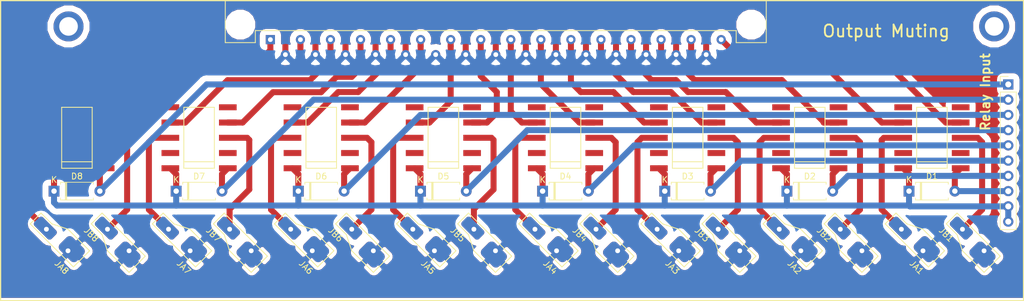
<source format=kicad_pcb>
(kicad_pcb (version 20171130) (host pcbnew 5.0.2-bee76a0~70~ubuntu16.04.1)

  (general
    (thickness 1.6)
    (drawings 6)
    (tracks 280)
    (zones 0)
    (modules 34)
    (nets 43)
  )

  (page A4)
  (layers
    (0 F.Cu signal)
    (31 B.Cu signal)
    (32 B.Adhes user)
    (33 F.Adhes user)
    (34 B.Paste user)
    (35 F.Paste user)
    (36 B.SilkS user)
    (37 F.SilkS user)
    (38 B.Mask user)
    (39 F.Mask user)
    (40 Dwgs.User user)
    (41 Cmts.User user)
    (42 Eco1.User user)
    (43 Eco2.User user)
    (44 Edge.Cuts user)
    (45 Margin user)
    (46 B.CrtYd user)
    (47 F.CrtYd user)
    (48 B.Fab user)
    (49 F.Fab user hide)
  )

  (setup
    (last_trace_width 1)
    (trace_clearance 1)
    (zone_clearance 1)
    (zone_45_only no)
    (trace_min 0.2)
    (segment_width 0.2)
    (edge_width 0.15)
    (via_size 0.8)
    (via_drill 0.4)
    (via_min_size 0.4)
    (via_min_drill 0.3)
    (uvia_size 0.3)
    (uvia_drill 0.1)
    (uvias_allowed no)
    (uvia_min_size 0.2)
    (uvia_min_drill 0.1)
    (pcb_text_width 0.3)
    (pcb_text_size 1.5 1.5)
    (mod_edge_width 0.15)
    (mod_text_size 1 1)
    (mod_text_width 0.15)
    (pad_size 1.524 1.524)
    (pad_drill 0.762)
    (pad_to_mask_clearance 0.051)
    (solder_mask_min_width 0.25)
    (aux_axis_origin 0 0)
    (visible_elements FFFFFF7F)
    (pcbplotparams
      (layerselection 0x010fc_ffffffff)
      (usegerberextensions false)
      (usegerberattributes false)
      (usegerberadvancedattributes false)
      (creategerberjobfile false)
      (excludeedgelayer true)
      (linewidth 0.100000)
      (plotframeref false)
      (viasonmask false)
      (mode 1)
      (useauxorigin false)
      (hpglpennumber 1)
      (hpglpenspeed 20)
      (hpglpendiameter 15.000000)
      (psnegative false)
      (psa4output false)
      (plotreference true)
      (plotvalue true)
      (plotinvisibletext false)
      (padsonsilk false)
      (subtractmaskfromsilk false)
      (outputformat 1)
      (mirror false)
      (drillshape 1)
      (scaleselection 1)
      (outputdirectory ""))
  )

  (net 0 "")
  (net 1 /relay/Relais1)
  (net 2 +9V)
  (net 3 /relay/Relais5)
  (net 4 /relay/Relais2)
  (net 5 /relay/Relais6)
  (net 6 /relay/Relais3)
  (net 7 /relay/Relais7)
  (net 8 /relay/Relais4)
  (net 9 /relay/Relais8)
  (net 10 GNDA)
  (net 11 /relay/R1A_NO)
  (net 12 /relay/R2B_NO)
  (net 13 /relay/R2A_NO)
  (net 14 /relay/R3B_NO)
  (net 15 /relay/R3A_NO)
  (net 16 /relay/R4B_NO)
  (net 17 /relay/R4A_NO)
  (net 18 /relay/R5B_NO)
  (net 19 /relay/R5A_NO)
  (net 20 /relay/R6B_NO)
  (net 21 /relay/R6A_NO)
  (net 22 /relay/R7B_NO)
  (net 23 /relay/R7A_NO)
  (net 24 /relay/R8B_NO)
  (net 25 /relay/R8A_NO)
  (net 26 "/output pads/1L")
  (net 27 "/output pads/2L")
  (net 28 "/output pads/3L")
  (net 29 "/output pads/4L")
  (net 30 "/output pads/5L")
  (net 31 "/output pads/6L")
  (net 32 "/output pads/7L")
  (net 33 "/output pads/8L")
  (net 34 "/output pads/1R")
  (net 35 "/output pads/2R")
  (net 36 "/output pads/3R")
  (net 37 "/output pads/4R")
  (net 38 "/output pads/5R")
  (net 39 "/output pads/6R")
  (net 40 "/output pads/7R")
  (net 41 "/output pads/8R")
  (net 42 /relay/R1B_NO)

  (net_class Default "This is the default net class."
    (clearance 1)
    (trace_width 1)
    (via_dia 0.8)
    (via_drill 0.4)
    (uvia_dia 0.3)
    (uvia_drill 0.1)
    (add_net +9V)
    (add_net "/output pads/1L")
    (add_net "/output pads/1R")
    (add_net "/output pads/2L")
    (add_net "/output pads/2R")
    (add_net "/output pads/3L")
    (add_net "/output pads/3R")
    (add_net "/output pads/4L")
    (add_net "/output pads/4R")
    (add_net "/output pads/5L")
    (add_net "/output pads/5R")
    (add_net "/output pads/6L")
    (add_net "/output pads/6R")
    (add_net "/output pads/7L")
    (add_net "/output pads/7R")
    (add_net "/output pads/8L")
    (add_net "/output pads/8R")
    (add_net /relay/R1A_NO)
    (add_net /relay/R1B_NO)
    (add_net /relay/R2A_NO)
    (add_net /relay/R2B_NO)
    (add_net /relay/R3A_NO)
    (add_net /relay/R3B_NO)
    (add_net /relay/R4A_NO)
    (add_net /relay/R4B_NO)
    (add_net /relay/R5A_NO)
    (add_net /relay/R5B_NO)
    (add_net /relay/R6A_NO)
    (add_net /relay/R6B_NO)
    (add_net /relay/R7A_NO)
    (add_net /relay/R7B_NO)
    (add_net /relay/R8A_NO)
    (add_net /relay/R8B_NO)
    (add_net /relay/Relais1)
    (add_net /relay/Relais2)
    (add_net /relay/Relais3)
    (add_net /relay/Relais4)
    (add_net /relay/Relais5)
    (add_net /relay/Relais6)
    (add_net /relay/Relais7)
    (add_net /relay/Relais8)
    (add_net GNDA)
  )

  (module Diode_THT:D_A-405_P7.62mm_Horizontal (layer F.Cu) (tedit 5AE50CD5) (tstamp 5CE3D31C)
    (at 163.83 44.45)
    (descr "Diode, A-405 series, Axial, Horizontal, pin pitch=7.62mm, , length*diameter=5.2*2.7mm^2, , http://www.diodes.com/_files/packages/A-405.pdf")
    (tags "Diode A-405 series Axial Horizontal pin pitch 7.62mm  length 5.2mm diameter 2.7mm")
    (path /5CE3EA9A/5CD2E7CE)
    (fp_text reference D1 (at 3.81 -2.47) (layer F.SilkS)
      (effects (font (size 1 1) (thickness 0.15)))
    )
    (fp_text value D (at 3.81 2.47) (layer F.Fab)
      (effects (font (size 1 1) (thickness 0.15)))
    )
    (fp_text user K (at 0 -1.9) (layer F.SilkS)
      (effects (font (size 1 1) (thickness 0.15)))
    )
    (fp_text user K (at 0 -1.9) (layer F.Fab)
      (effects (font (size 1 1) (thickness 0.15)))
    )
    (fp_text user %R (at 4.2 0) (layer F.Fab)
      (effects (font (size 1 1) (thickness 0.15)))
    )
    (fp_line (start 8.77 -1.6) (end -1.15 -1.6) (layer F.CrtYd) (width 0.05))
    (fp_line (start 8.77 1.6) (end 8.77 -1.6) (layer F.CrtYd) (width 0.05))
    (fp_line (start -1.15 1.6) (end 8.77 1.6) (layer F.CrtYd) (width 0.05))
    (fp_line (start -1.15 -1.6) (end -1.15 1.6) (layer F.CrtYd) (width 0.05))
    (fp_line (start 1.87 -1.47) (end 1.87 1.47) (layer F.SilkS) (width 0.12))
    (fp_line (start 2.11 -1.47) (end 2.11 1.47) (layer F.SilkS) (width 0.12))
    (fp_line (start 1.99 -1.47) (end 1.99 1.47) (layer F.SilkS) (width 0.12))
    (fp_line (start 6.53 1.47) (end 6.53 1.14) (layer F.SilkS) (width 0.12))
    (fp_line (start 1.09 1.47) (end 6.53 1.47) (layer F.SilkS) (width 0.12))
    (fp_line (start 1.09 1.14) (end 1.09 1.47) (layer F.SilkS) (width 0.12))
    (fp_line (start 6.53 -1.47) (end 6.53 -1.14) (layer F.SilkS) (width 0.12))
    (fp_line (start 1.09 -1.47) (end 6.53 -1.47) (layer F.SilkS) (width 0.12))
    (fp_line (start 1.09 -1.14) (end 1.09 -1.47) (layer F.SilkS) (width 0.12))
    (fp_line (start 1.89 -1.35) (end 1.89 1.35) (layer F.Fab) (width 0.1))
    (fp_line (start 2.09 -1.35) (end 2.09 1.35) (layer F.Fab) (width 0.1))
    (fp_line (start 1.99 -1.35) (end 1.99 1.35) (layer F.Fab) (width 0.1))
    (fp_line (start 7.62 0) (end 6.41 0) (layer F.Fab) (width 0.1))
    (fp_line (start 0 0) (end 1.21 0) (layer F.Fab) (width 0.1))
    (fp_line (start 6.41 -1.35) (end 1.21 -1.35) (layer F.Fab) (width 0.1))
    (fp_line (start 6.41 1.35) (end 6.41 -1.35) (layer F.Fab) (width 0.1))
    (fp_line (start 1.21 1.35) (end 6.41 1.35) (layer F.Fab) (width 0.1))
    (fp_line (start 1.21 -1.35) (end 1.21 1.35) (layer F.Fab) (width 0.1))
    (pad 2 thru_hole oval (at 7.62 0) (size 1.8 1.8) (drill 0.9) (layers *.Cu *.Mask)
      (net 1 /relay/Relais1))
    (pad 1 thru_hole rect (at 0 0) (size 1.8 1.8) (drill 0.9) (layers *.Cu *.Mask)
      (net 2 +9V))
    (model ${KISYS3DMOD}/Diode_THT.3dshapes/D_A-405_P7.62mm_Horizontal.wrl
      (at (xyz 0 0 0))
      (scale (xyz 1 1 1))
      (rotate (xyz 0 0 0))
    )
  )

  (module Diode_THT:D_A-405_P7.62mm_Horizontal (layer F.Cu) (tedit 5AE50CD5) (tstamp 5CE3D33B)
    (at 143.51 44.45)
    (descr "Diode, A-405 series, Axial, Horizontal, pin pitch=7.62mm, , length*diameter=5.2*2.7mm^2, , http://www.diodes.com/_files/packages/A-405.pdf")
    (tags "Diode A-405 series Axial Horizontal pin pitch 7.62mm  length 5.2mm diameter 2.7mm")
    (path /5CE3EA9A/5CD3037D)
    (fp_text reference D2 (at 3.81 -2.47) (layer F.SilkS)
      (effects (font (size 1 1) (thickness 0.15)))
    )
    (fp_text value D (at 3.81 2.47) (layer F.Fab)
      (effects (font (size 1 1) (thickness 0.15)))
    )
    (fp_line (start 1.21 -1.35) (end 1.21 1.35) (layer F.Fab) (width 0.1))
    (fp_line (start 1.21 1.35) (end 6.41 1.35) (layer F.Fab) (width 0.1))
    (fp_line (start 6.41 1.35) (end 6.41 -1.35) (layer F.Fab) (width 0.1))
    (fp_line (start 6.41 -1.35) (end 1.21 -1.35) (layer F.Fab) (width 0.1))
    (fp_line (start 0 0) (end 1.21 0) (layer F.Fab) (width 0.1))
    (fp_line (start 7.62 0) (end 6.41 0) (layer F.Fab) (width 0.1))
    (fp_line (start 1.99 -1.35) (end 1.99 1.35) (layer F.Fab) (width 0.1))
    (fp_line (start 2.09 -1.35) (end 2.09 1.35) (layer F.Fab) (width 0.1))
    (fp_line (start 1.89 -1.35) (end 1.89 1.35) (layer F.Fab) (width 0.1))
    (fp_line (start 1.09 -1.14) (end 1.09 -1.47) (layer F.SilkS) (width 0.12))
    (fp_line (start 1.09 -1.47) (end 6.53 -1.47) (layer F.SilkS) (width 0.12))
    (fp_line (start 6.53 -1.47) (end 6.53 -1.14) (layer F.SilkS) (width 0.12))
    (fp_line (start 1.09 1.14) (end 1.09 1.47) (layer F.SilkS) (width 0.12))
    (fp_line (start 1.09 1.47) (end 6.53 1.47) (layer F.SilkS) (width 0.12))
    (fp_line (start 6.53 1.47) (end 6.53 1.14) (layer F.SilkS) (width 0.12))
    (fp_line (start 1.99 -1.47) (end 1.99 1.47) (layer F.SilkS) (width 0.12))
    (fp_line (start 2.11 -1.47) (end 2.11 1.47) (layer F.SilkS) (width 0.12))
    (fp_line (start 1.87 -1.47) (end 1.87 1.47) (layer F.SilkS) (width 0.12))
    (fp_line (start -1.15 -1.6) (end -1.15 1.6) (layer F.CrtYd) (width 0.05))
    (fp_line (start -1.15 1.6) (end 8.77 1.6) (layer F.CrtYd) (width 0.05))
    (fp_line (start 8.77 1.6) (end 8.77 -1.6) (layer F.CrtYd) (width 0.05))
    (fp_line (start 8.77 -1.6) (end -1.15 -1.6) (layer F.CrtYd) (width 0.05))
    (fp_text user %R (at 4.2 0) (layer F.Fab)
      (effects (font (size 1 1) (thickness 0.15)))
    )
    (fp_text user K (at 0 -1.9) (layer F.Fab)
      (effects (font (size 1 1) (thickness 0.15)))
    )
    (fp_text user K (at 0 -1.9) (layer F.SilkS)
      (effects (font (size 1 1) (thickness 0.15)))
    )
    (pad 1 thru_hole rect (at 0 0) (size 1.8 1.8) (drill 0.9) (layers *.Cu *.Mask)
      (net 2 +9V))
    (pad 2 thru_hole oval (at 7.62 0) (size 1.8 1.8) (drill 0.9) (layers *.Cu *.Mask)
      (net 4 /relay/Relais2))
    (model ${KISYS3DMOD}/Diode_THT.3dshapes/D_A-405_P7.62mm_Horizontal.wrl
      (at (xyz 0 0 0))
      (scale (xyz 1 1 1))
      (rotate (xyz 0 0 0))
    )
  )

  (module Diode_THT:D_A-405_P7.62mm_Horizontal (layer F.Cu) (tedit 5AE50CD5) (tstamp 5CE3D35A)
    (at 123.19 44.45)
    (descr "Diode, A-405 series, Axial, Horizontal, pin pitch=7.62mm, , length*diameter=5.2*2.7mm^2, , http://www.diodes.com/_files/packages/A-405.pdf")
    (tags "Diode A-405 series Axial Horizontal pin pitch 7.62mm  length 5.2mm diameter 2.7mm")
    (path /5CE3EA9A/5CD316ED)
    (fp_text reference D3 (at 3.81 -2.47) (layer F.SilkS)
      (effects (font (size 1 1) (thickness 0.15)))
    )
    (fp_text value D (at 3.81 2.47) (layer F.Fab)
      (effects (font (size 1 1) (thickness 0.15)))
    )
    (fp_text user K (at 0 -1.9) (layer F.SilkS)
      (effects (font (size 1 1) (thickness 0.15)))
    )
    (fp_text user K (at 0 -1.9) (layer F.Fab)
      (effects (font (size 1 1) (thickness 0.15)))
    )
    (fp_text user %R (at 4.2 0) (layer F.Fab)
      (effects (font (size 1 1) (thickness 0.15)))
    )
    (fp_line (start 8.77 -1.6) (end -1.15 -1.6) (layer F.CrtYd) (width 0.05))
    (fp_line (start 8.77 1.6) (end 8.77 -1.6) (layer F.CrtYd) (width 0.05))
    (fp_line (start -1.15 1.6) (end 8.77 1.6) (layer F.CrtYd) (width 0.05))
    (fp_line (start -1.15 -1.6) (end -1.15 1.6) (layer F.CrtYd) (width 0.05))
    (fp_line (start 1.87 -1.47) (end 1.87 1.47) (layer F.SilkS) (width 0.12))
    (fp_line (start 2.11 -1.47) (end 2.11 1.47) (layer F.SilkS) (width 0.12))
    (fp_line (start 1.99 -1.47) (end 1.99 1.47) (layer F.SilkS) (width 0.12))
    (fp_line (start 6.53 1.47) (end 6.53 1.14) (layer F.SilkS) (width 0.12))
    (fp_line (start 1.09 1.47) (end 6.53 1.47) (layer F.SilkS) (width 0.12))
    (fp_line (start 1.09 1.14) (end 1.09 1.47) (layer F.SilkS) (width 0.12))
    (fp_line (start 6.53 -1.47) (end 6.53 -1.14) (layer F.SilkS) (width 0.12))
    (fp_line (start 1.09 -1.47) (end 6.53 -1.47) (layer F.SilkS) (width 0.12))
    (fp_line (start 1.09 -1.14) (end 1.09 -1.47) (layer F.SilkS) (width 0.12))
    (fp_line (start 1.89 -1.35) (end 1.89 1.35) (layer F.Fab) (width 0.1))
    (fp_line (start 2.09 -1.35) (end 2.09 1.35) (layer F.Fab) (width 0.1))
    (fp_line (start 1.99 -1.35) (end 1.99 1.35) (layer F.Fab) (width 0.1))
    (fp_line (start 7.62 0) (end 6.41 0) (layer F.Fab) (width 0.1))
    (fp_line (start 0 0) (end 1.21 0) (layer F.Fab) (width 0.1))
    (fp_line (start 6.41 -1.35) (end 1.21 -1.35) (layer F.Fab) (width 0.1))
    (fp_line (start 6.41 1.35) (end 6.41 -1.35) (layer F.Fab) (width 0.1))
    (fp_line (start 1.21 1.35) (end 6.41 1.35) (layer F.Fab) (width 0.1))
    (fp_line (start 1.21 -1.35) (end 1.21 1.35) (layer F.Fab) (width 0.1))
    (pad 2 thru_hole oval (at 7.62 0) (size 1.8 1.8) (drill 0.9) (layers *.Cu *.Mask)
      (net 6 /relay/Relais3))
    (pad 1 thru_hole rect (at 0 0) (size 1.8 1.8) (drill 0.9) (layers *.Cu *.Mask)
      (net 2 +9V))
    (model ${KISYS3DMOD}/Diode_THT.3dshapes/D_A-405_P7.62mm_Horizontal.wrl
      (at (xyz 0 0 0))
      (scale (xyz 1 1 1))
      (rotate (xyz 0 0 0))
    )
  )

  (module Diode_THT:D_A-405_P7.62mm_Horizontal (layer F.Cu) (tedit 5AE50CD5) (tstamp 5CE3D379)
    (at 102.87 44.45)
    (descr "Diode, A-405 series, Axial, Horizontal, pin pitch=7.62mm, , length*diameter=5.2*2.7mm^2, , http://www.diodes.com/_files/packages/A-405.pdf")
    (tags "Diode A-405 series Axial Horizontal pin pitch 7.62mm  length 5.2mm diameter 2.7mm")
    (path /5CE3EA9A/5CD3173F)
    (fp_text reference D4 (at 3.81 -2.47) (layer F.SilkS)
      (effects (font (size 1 1) (thickness 0.15)))
    )
    (fp_text value D (at 3.81 2.47) (layer F.Fab)
      (effects (font (size 1 1) (thickness 0.15)))
    )
    (fp_line (start 1.21 -1.35) (end 1.21 1.35) (layer F.Fab) (width 0.1))
    (fp_line (start 1.21 1.35) (end 6.41 1.35) (layer F.Fab) (width 0.1))
    (fp_line (start 6.41 1.35) (end 6.41 -1.35) (layer F.Fab) (width 0.1))
    (fp_line (start 6.41 -1.35) (end 1.21 -1.35) (layer F.Fab) (width 0.1))
    (fp_line (start 0 0) (end 1.21 0) (layer F.Fab) (width 0.1))
    (fp_line (start 7.62 0) (end 6.41 0) (layer F.Fab) (width 0.1))
    (fp_line (start 1.99 -1.35) (end 1.99 1.35) (layer F.Fab) (width 0.1))
    (fp_line (start 2.09 -1.35) (end 2.09 1.35) (layer F.Fab) (width 0.1))
    (fp_line (start 1.89 -1.35) (end 1.89 1.35) (layer F.Fab) (width 0.1))
    (fp_line (start 1.09 -1.14) (end 1.09 -1.47) (layer F.SilkS) (width 0.12))
    (fp_line (start 1.09 -1.47) (end 6.53 -1.47) (layer F.SilkS) (width 0.12))
    (fp_line (start 6.53 -1.47) (end 6.53 -1.14) (layer F.SilkS) (width 0.12))
    (fp_line (start 1.09 1.14) (end 1.09 1.47) (layer F.SilkS) (width 0.12))
    (fp_line (start 1.09 1.47) (end 6.53 1.47) (layer F.SilkS) (width 0.12))
    (fp_line (start 6.53 1.47) (end 6.53 1.14) (layer F.SilkS) (width 0.12))
    (fp_line (start 1.99 -1.47) (end 1.99 1.47) (layer F.SilkS) (width 0.12))
    (fp_line (start 2.11 -1.47) (end 2.11 1.47) (layer F.SilkS) (width 0.12))
    (fp_line (start 1.87 -1.47) (end 1.87 1.47) (layer F.SilkS) (width 0.12))
    (fp_line (start -1.15 -1.6) (end -1.15 1.6) (layer F.CrtYd) (width 0.05))
    (fp_line (start -1.15 1.6) (end 8.77 1.6) (layer F.CrtYd) (width 0.05))
    (fp_line (start 8.77 1.6) (end 8.77 -1.6) (layer F.CrtYd) (width 0.05))
    (fp_line (start 8.77 -1.6) (end -1.15 -1.6) (layer F.CrtYd) (width 0.05))
    (fp_text user %R (at 4.2 0) (layer F.Fab)
      (effects (font (size 1 1) (thickness 0.15)))
    )
    (fp_text user K (at 0 -1.9) (layer F.Fab)
      (effects (font (size 1 1) (thickness 0.15)))
    )
    (fp_text user K (at 0 -1.9) (layer F.SilkS)
      (effects (font (size 1 1) (thickness 0.15)))
    )
    (pad 1 thru_hole rect (at 0 0) (size 1.8 1.8) (drill 0.9) (layers *.Cu *.Mask)
      (net 2 +9V))
    (pad 2 thru_hole oval (at 7.62 0) (size 1.8 1.8) (drill 0.9) (layers *.Cu *.Mask)
      (net 8 /relay/Relais4))
    (model ${KISYS3DMOD}/Diode_THT.3dshapes/D_A-405_P7.62mm_Horizontal.wrl
      (at (xyz 0 0 0))
      (scale (xyz 1 1 1))
      (rotate (xyz 0 0 0))
    )
  )

  (module Diode_THT:D_A-405_P7.62mm_Horizontal (layer F.Cu) (tedit 5AE50CD5) (tstamp 5CE3D398)
    (at 82.55 44.45)
    (descr "Diode, A-405 series, Axial, Horizontal, pin pitch=7.62mm, , length*diameter=5.2*2.7mm^2, , http://www.diodes.com/_files/packages/A-405.pdf")
    (tags "Diode A-405 series Axial Horizontal pin pitch 7.62mm  length 5.2mm diameter 2.7mm")
    (path /5CE3EA9A/5CD2FCE5)
    (fp_text reference D5 (at 3.81 -2.47) (layer F.SilkS)
      (effects (font (size 1 1) (thickness 0.15)))
    )
    (fp_text value D (at 3.81 2.47) (layer F.Fab)
      (effects (font (size 1 1) (thickness 0.15)))
    )
    (fp_text user K (at 0 -1.9) (layer F.SilkS)
      (effects (font (size 1 1) (thickness 0.15)))
    )
    (fp_text user K (at 0 -1.9) (layer F.Fab)
      (effects (font (size 1 1) (thickness 0.15)))
    )
    (fp_text user %R (at 4.2 0) (layer F.Fab)
      (effects (font (size 1 1) (thickness 0.15)))
    )
    (fp_line (start 8.77 -1.6) (end -1.15 -1.6) (layer F.CrtYd) (width 0.05))
    (fp_line (start 8.77 1.6) (end 8.77 -1.6) (layer F.CrtYd) (width 0.05))
    (fp_line (start -1.15 1.6) (end 8.77 1.6) (layer F.CrtYd) (width 0.05))
    (fp_line (start -1.15 -1.6) (end -1.15 1.6) (layer F.CrtYd) (width 0.05))
    (fp_line (start 1.87 -1.47) (end 1.87 1.47) (layer F.SilkS) (width 0.12))
    (fp_line (start 2.11 -1.47) (end 2.11 1.47) (layer F.SilkS) (width 0.12))
    (fp_line (start 1.99 -1.47) (end 1.99 1.47) (layer F.SilkS) (width 0.12))
    (fp_line (start 6.53 1.47) (end 6.53 1.14) (layer F.SilkS) (width 0.12))
    (fp_line (start 1.09 1.47) (end 6.53 1.47) (layer F.SilkS) (width 0.12))
    (fp_line (start 1.09 1.14) (end 1.09 1.47) (layer F.SilkS) (width 0.12))
    (fp_line (start 6.53 -1.47) (end 6.53 -1.14) (layer F.SilkS) (width 0.12))
    (fp_line (start 1.09 -1.47) (end 6.53 -1.47) (layer F.SilkS) (width 0.12))
    (fp_line (start 1.09 -1.14) (end 1.09 -1.47) (layer F.SilkS) (width 0.12))
    (fp_line (start 1.89 -1.35) (end 1.89 1.35) (layer F.Fab) (width 0.1))
    (fp_line (start 2.09 -1.35) (end 2.09 1.35) (layer F.Fab) (width 0.1))
    (fp_line (start 1.99 -1.35) (end 1.99 1.35) (layer F.Fab) (width 0.1))
    (fp_line (start 7.62 0) (end 6.41 0) (layer F.Fab) (width 0.1))
    (fp_line (start 0 0) (end 1.21 0) (layer F.Fab) (width 0.1))
    (fp_line (start 6.41 -1.35) (end 1.21 -1.35) (layer F.Fab) (width 0.1))
    (fp_line (start 6.41 1.35) (end 6.41 -1.35) (layer F.Fab) (width 0.1))
    (fp_line (start 1.21 1.35) (end 6.41 1.35) (layer F.Fab) (width 0.1))
    (fp_line (start 1.21 -1.35) (end 1.21 1.35) (layer F.Fab) (width 0.1))
    (pad 2 thru_hole oval (at 7.62 0) (size 1.8 1.8) (drill 0.9) (layers *.Cu *.Mask)
      (net 3 /relay/Relais5))
    (pad 1 thru_hole rect (at 0 0) (size 1.8 1.8) (drill 0.9) (layers *.Cu *.Mask)
      (net 2 +9V))
    (model ${KISYS3DMOD}/Diode_THT.3dshapes/D_A-405_P7.62mm_Horizontal.wrl
      (at (xyz 0 0 0))
      (scale (xyz 1 1 1))
      (rotate (xyz 0 0 0))
    )
  )

  (module Diode_THT:D_A-405_P7.62mm_Horizontal (layer F.Cu) (tedit 5AE50CD5) (tstamp 5CE3D3B7)
    (at 62.23 44.45)
    (descr "Diode, A-405 series, Axial, Horizontal, pin pitch=7.62mm, , length*diameter=5.2*2.7mm^2, , http://www.diodes.com/_files/packages/A-405.pdf")
    (tags "Diode A-405 series Axial Horizontal pin pitch 7.62mm  length 5.2mm diameter 2.7mm")
    (path /5CE3EA9A/5CD303A6)
    (fp_text reference D6 (at 3.81 -2.47) (layer F.SilkS)
      (effects (font (size 1 1) (thickness 0.15)))
    )
    (fp_text value D (at 3.81 2.47) (layer F.Fab)
      (effects (font (size 1 1) (thickness 0.15)))
    )
    (fp_line (start 1.21 -1.35) (end 1.21 1.35) (layer F.Fab) (width 0.1))
    (fp_line (start 1.21 1.35) (end 6.41 1.35) (layer F.Fab) (width 0.1))
    (fp_line (start 6.41 1.35) (end 6.41 -1.35) (layer F.Fab) (width 0.1))
    (fp_line (start 6.41 -1.35) (end 1.21 -1.35) (layer F.Fab) (width 0.1))
    (fp_line (start 0 0) (end 1.21 0) (layer F.Fab) (width 0.1))
    (fp_line (start 7.62 0) (end 6.41 0) (layer F.Fab) (width 0.1))
    (fp_line (start 1.99 -1.35) (end 1.99 1.35) (layer F.Fab) (width 0.1))
    (fp_line (start 2.09 -1.35) (end 2.09 1.35) (layer F.Fab) (width 0.1))
    (fp_line (start 1.89 -1.35) (end 1.89 1.35) (layer F.Fab) (width 0.1))
    (fp_line (start 1.09 -1.14) (end 1.09 -1.47) (layer F.SilkS) (width 0.12))
    (fp_line (start 1.09 -1.47) (end 6.53 -1.47) (layer F.SilkS) (width 0.12))
    (fp_line (start 6.53 -1.47) (end 6.53 -1.14) (layer F.SilkS) (width 0.12))
    (fp_line (start 1.09 1.14) (end 1.09 1.47) (layer F.SilkS) (width 0.12))
    (fp_line (start 1.09 1.47) (end 6.53 1.47) (layer F.SilkS) (width 0.12))
    (fp_line (start 6.53 1.47) (end 6.53 1.14) (layer F.SilkS) (width 0.12))
    (fp_line (start 1.99 -1.47) (end 1.99 1.47) (layer F.SilkS) (width 0.12))
    (fp_line (start 2.11 -1.47) (end 2.11 1.47) (layer F.SilkS) (width 0.12))
    (fp_line (start 1.87 -1.47) (end 1.87 1.47) (layer F.SilkS) (width 0.12))
    (fp_line (start -1.15 -1.6) (end -1.15 1.6) (layer F.CrtYd) (width 0.05))
    (fp_line (start -1.15 1.6) (end 8.77 1.6) (layer F.CrtYd) (width 0.05))
    (fp_line (start 8.77 1.6) (end 8.77 -1.6) (layer F.CrtYd) (width 0.05))
    (fp_line (start 8.77 -1.6) (end -1.15 -1.6) (layer F.CrtYd) (width 0.05))
    (fp_text user %R (at 4.2 0) (layer F.Fab)
      (effects (font (size 1 1) (thickness 0.15)))
    )
    (fp_text user K (at 0 -1.9) (layer F.Fab)
      (effects (font (size 1 1) (thickness 0.15)))
    )
    (fp_text user K (at 0 -1.9) (layer F.SilkS)
      (effects (font (size 1 1) (thickness 0.15)))
    )
    (pad 1 thru_hole rect (at 0 0) (size 1.8 1.8) (drill 0.9) (layers *.Cu *.Mask)
      (net 2 +9V))
    (pad 2 thru_hole oval (at 7.62 0) (size 1.8 1.8) (drill 0.9) (layers *.Cu *.Mask)
      (net 5 /relay/Relais6))
    (model ${KISYS3DMOD}/Diode_THT.3dshapes/D_A-405_P7.62mm_Horizontal.wrl
      (at (xyz 0 0 0))
      (scale (xyz 1 1 1))
      (rotate (xyz 0 0 0))
    )
  )

  (module Diode_THT:D_A-405_P7.62mm_Horizontal (layer F.Cu) (tedit 5AE50CD5) (tstamp 5CE3D3D6)
    (at 41.91 44.45)
    (descr "Diode, A-405 series, Axial, Horizontal, pin pitch=7.62mm, , length*diameter=5.2*2.7mm^2, , http://www.diodes.com/_files/packages/A-405.pdf")
    (tags "Diode A-405 series Axial Horizontal pin pitch 7.62mm  length 5.2mm diameter 2.7mm")
    (path /5CE3EA9A/5CD31716)
    (fp_text reference D7 (at 3.81 -2.47) (layer F.SilkS)
      (effects (font (size 1 1) (thickness 0.15)))
    )
    (fp_text value D (at 3.81 2.47) (layer F.Fab)
      (effects (font (size 1 1) (thickness 0.15)))
    )
    (fp_text user K (at 0 -1.9) (layer F.SilkS)
      (effects (font (size 1 1) (thickness 0.15)))
    )
    (fp_text user K (at 0 -1.9) (layer F.Fab)
      (effects (font (size 1 1) (thickness 0.15)))
    )
    (fp_text user %R (at 4.2 0) (layer F.Fab)
      (effects (font (size 1 1) (thickness 0.15)))
    )
    (fp_line (start 8.77 -1.6) (end -1.15 -1.6) (layer F.CrtYd) (width 0.05))
    (fp_line (start 8.77 1.6) (end 8.77 -1.6) (layer F.CrtYd) (width 0.05))
    (fp_line (start -1.15 1.6) (end 8.77 1.6) (layer F.CrtYd) (width 0.05))
    (fp_line (start -1.15 -1.6) (end -1.15 1.6) (layer F.CrtYd) (width 0.05))
    (fp_line (start 1.87 -1.47) (end 1.87 1.47) (layer F.SilkS) (width 0.12))
    (fp_line (start 2.11 -1.47) (end 2.11 1.47) (layer F.SilkS) (width 0.12))
    (fp_line (start 1.99 -1.47) (end 1.99 1.47) (layer F.SilkS) (width 0.12))
    (fp_line (start 6.53 1.47) (end 6.53 1.14) (layer F.SilkS) (width 0.12))
    (fp_line (start 1.09 1.47) (end 6.53 1.47) (layer F.SilkS) (width 0.12))
    (fp_line (start 1.09 1.14) (end 1.09 1.47) (layer F.SilkS) (width 0.12))
    (fp_line (start 6.53 -1.47) (end 6.53 -1.14) (layer F.SilkS) (width 0.12))
    (fp_line (start 1.09 -1.47) (end 6.53 -1.47) (layer F.SilkS) (width 0.12))
    (fp_line (start 1.09 -1.14) (end 1.09 -1.47) (layer F.SilkS) (width 0.12))
    (fp_line (start 1.89 -1.35) (end 1.89 1.35) (layer F.Fab) (width 0.1))
    (fp_line (start 2.09 -1.35) (end 2.09 1.35) (layer F.Fab) (width 0.1))
    (fp_line (start 1.99 -1.35) (end 1.99 1.35) (layer F.Fab) (width 0.1))
    (fp_line (start 7.62 0) (end 6.41 0) (layer F.Fab) (width 0.1))
    (fp_line (start 0 0) (end 1.21 0) (layer F.Fab) (width 0.1))
    (fp_line (start 6.41 -1.35) (end 1.21 -1.35) (layer F.Fab) (width 0.1))
    (fp_line (start 6.41 1.35) (end 6.41 -1.35) (layer F.Fab) (width 0.1))
    (fp_line (start 1.21 1.35) (end 6.41 1.35) (layer F.Fab) (width 0.1))
    (fp_line (start 1.21 -1.35) (end 1.21 1.35) (layer F.Fab) (width 0.1))
    (pad 2 thru_hole oval (at 7.62 0) (size 1.8 1.8) (drill 0.9) (layers *.Cu *.Mask)
      (net 7 /relay/Relais7))
    (pad 1 thru_hole rect (at 0 0) (size 1.8 1.8) (drill 0.9) (layers *.Cu *.Mask)
      (net 2 +9V))
    (model ${KISYS3DMOD}/Diode_THT.3dshapes/D_A-405_P7.62mm_Horizontal.wrl
      (at (xyz 0 0 0))
      (scale (xyz 1 1 1))
      (rotate (xyz 0 0 0))
    )
  )

  (module Diode_THT:D_A-405_P7.62mm_Horizontal (layer F.Cu) (tedit 5AE50CD5) (tstamp 5CE3D3F5)
    (at 21.59 44.45)
    (descr "Diode, A-405 series, Axial, Horizontal, pin pitch=7.62mm, , length*diameter=5.2*2.7mm^2, , http://www.diodes.com/_files/packages/A-405.pdf")
    (tags "Diode A-405 series Axial Horizontal pin pitch 7.62mm  length 5.2mm diameter 2.7mm")
    (path /5CE3EA9A/5CD31768)
    (fp_text reference D8 (at 3.81 -2.47) (layer F.SilkS)
      (effects (font (size 1 1) (thickness 0.15)))
    )
    (fp_text value D (at 3.81 2.47) (layer F.Fab)
      (effects (font (size 1 1) (thickness 0.15)))
    )
    (fp_line (start 1.21 -1.35) (end 1.21 1.35) (layer F.Fab) (width 0.1))
    (fp_line (start 1.21 1.35) (end 6.41 1.35) (layer F.Fab) (width 0.1))
    (fp_line (start 6.41 1.35) (end 6.41 -1.35) (layer F.Fab) (width 0.1))
    (fp_line (start 6.41 -1.35) (end 1.21 -1.35) (layer F.Fab) (width 0.1))
    (fp_line (start 0 0) (end 1.21 0) (layer F.Fab) (width 0.1))
    (fp_line (start 7.62 0) (end 6.41 0) (layer F.Fab) (width 0.1))
    (fp_line (start 1.99 -1.35) (end 1.99 1.35) (layer F.Fab) (width 0.1))
    (fp_line (start 2.09 -1.35) (end 2.09 1.35) (layer F.Fab) (width 0.1))
    (fp_line (start 1.89 -1.35) (end 1.89 1.35) (layer F.Fab) (width 0.1))
    (fp_line (start 1.09 -1.14) (end 1.09 -1.47) (layer F.SilkS) (width 0.12))
    (fp_line (start 1.09 -1.47) (end 6.53 -1.47) (layer F.SilkS) (width 0.12))
    (fp_line (start 6.53 -1.47) (end 6.53 -1.14) (layer F.SilkS) (width 0.12))
    (fp_line (start 1.09 1.14) (end 1.09 1.47) (layer F.SilkS) (width 0.12))
    (fp_line (start 1.09 1.47) (end 6.53 1.47) (layer F.SilkS) (width 0.12))
    (fp_line (start 6.53 1.47) (end 6.53 1.14) (layer F.SilkS) (width 0.12))
    (fp_line (start 1.99 -1.47) (end 1.99 1.47) (layer F.SilkS) (width 0.12))
    (fp_line (start 2.11 -1.47) (end 2.11 1.47) (layer F.SilkS) (width 0.12))
    (fp_line (start 1.87 -1.47) (end 1.87 1.47) (layer F.SilkS) (width 0.12))
    (fp_line (start -1.15 -1.6) (end -1.15 1.6) (layer F.CrtYd) (width 0.05))
    (fp_line (start -1.15 1.6) (end 8.77 1.6) (layer F.CrtYd) (width 0.05))
    (fp_line (start 8.77 1.6) (end 8.77 -1.6) (layer F.CrtYd) (width 0.05))
    (fp_line (start 8.77 -1.6) (end -1.15 -1.6) (layer F.CrtYd) (width 0.05))
    (fp_text user %R (at 4.2 0) (layer F.Fab)
      (effects (font (size 1 1) (thickness 0.15)))
    )
    (fp_text user K (at 0 -1.9) (layer F.Fab)
      (effects (font (size 1 1) (thickness 0.15)))
    )
    (fp_text user K (at 0 -1.9) (layer F.SilkS)
      (effects (font (size 1 1) (thickness 0.15)))
    )
    (pad 1 thru_hole rect (at 0 0) (size 1.8 1.8) (drill 0.9) (layers *.Cu *.Mask)
      (net 2 +9V))
    (pad 2 thru_hole oval (at 7.62 0) (size 1.8 1.8) (drill 0.9) (layers *.Cu *.Mask)
      (net 9 /relay/Relais8))
    (model ${KISYS3DMOD}/Diode_THT.3dshapes/D_A-405_P7.62mm_Horizontal.wrl
      (at (xyz 0 0 0))
      (scale (xyz 1 1 1))
      (rotate (xyz 0 0 0))
    )
  )

  (module footprints:Schroff_69001-908_Male (layer F.Cu) (tedit 5CE3E1B3) (tstamp 5CE44983)
    (at 95.08 21.7)
    (path /5CE3C8CF)
    (fp_text reference J2 (at 0 -11) (layer F.SilkS) hide
      (effects (font (size 1 1) (thickness 0.15)))
    )
    (fp_text value Conn_02x16_Odd_Even (at 1 -7) (layer F.Fab)
      (effects (font (size 1 1) (thickness 0.15)))
    )
    (fp_line (start -45 -9) (end 45 -9) (layer F.SilkS) (width 0.15))
    (fp_line (start -45 -2) (end -45 -9) (layer F.SilkS) (width 0.15))
    (fp_line (start -40 -2) (end -45 -2) (layer F.SilkS) (width 0.15))
    (fp_line (start -40 -4) (end -40 -2) (layer F.SilkS) (width 0.15))
    (fp_line (start 40 -4) (end -40 -4) (layer F.SilkS) (width 0.15))
    (fp_line (start 40 -2) (end 40 -4) (layer F.SilkS) (width 0.15))
    (fp_line (start 45 -2) (end 40 -2) (layer F.SilkS) (width 0.15))
    (fp_line (start 45 -9) (end 45 -2) (layer F.SilkS) (width 0.15))
    (pad "" np_thru_hole circle (at 42.5 -5) (size 3 3) (drill 3) (layers *.Cu *.Mask))
    (pad "" np_thru_hole circle (at -42.5 -5) (size 3 3) (drill 3) (layers *.Cu *.Mask))
    (pad 31 thru_hole circle (at 37.5 -2.5) (size 1.524 1.524) (drill 0.8) (layers *.Cu *.Mask)
      (net 42 /relay/R1B_NO))
    (pad 30 thru_hole circle (at 35 0) (size 1.524 1.524) (drill 0.8) (layers *.Cu *.Mask)
      (net 10 GNDA))
    (pad 29 thru_hole circle (at 32.5 -2.5) (size 1.524 1.524) (drill 0.8) (layers *.Cu *.Mask)
      (net 11 /relay/R1A_NO))
    (pad 28 thru_hole circle (at 30 0) (size 1.524 1.524) (drill 0.8) (layers *.Cu *.Mask)
      (net 10 GNDA))
    (pad 27 thru_hole circle (at 27.5 -2.5) (size 1.524 1.524) (drill 0.8) (layers *.Cu *.Mask)
      (net 12 /relay/R2B_NO))
    (pad 26 thru_hole circle (at 25 0) (size 1.524 1.524) (drill 0.8) (layers *.Cu *.Mask)
      (net 10 GNDA))
    (pad 25 thru_hole circle (at 22.5 -2.5) (size 1.524 1.524) (drill 0.8) (layers *.Cu *.Mask)
      (net 13 /relay/R2A_NO))
    (pad 24 thru_hole circle (at 20 0) (size 1.524 1.524) (drill 0.8) (layers *.Cu *.Mask)
      (net 10 GNDA))
    (pad 23 thru_hole circle (at 17.5 -2.5) (size 1.524 1.524) (drill 0.8) (layers *.Cu *.Mask)
      (net 14 /relay/R3B_NO))
    (pad 22 thru_hole circle (at 15 0) (size 1.524 1.524) (drill 0.8) (layers *.Cu *.Mask)
      (net 10 GNDA))
    (pad 21 thru_hole circle (at 12.5 -2.5) (size 1.524 1.524) (drill 0.8) (layers *.Cu *.Mask)
      (net 15 /relay/R3A_NO))
    (pad 20 thru_hole circle (at 10 0) (size 1.524 1.524) (drill 0.8) (layers *.Cu *.Mask)
      (net 10 GNDA))
    (pad 19 thru_hole circle (at 7.5 -2.5) (size 1.524 1.524) (drill 0.8) (layers *.Cu *.Mask)
      (net 16 /relay/R4B_NO))
    (pad 18 thru_hole circle (at 5 0) (size 1.524 1.524) (drill 0.8) (layers *.Cu *.Mask)
      (net 10 GNDA))
    (pad 17 thru_hole circle (at 2.5 -2.5) (size 1.524 1.524) (drill 0.8) (layers *.Cu *.Mask)
      (net 17 /relay/R4A_NO))
    (pad 16 thru_hole circle (at 0 0) (size 1.524 1.524) (drill 0.8) (layers *.Cu *.Mask)
      (net 10 GNDA))
    (pad 15 thru_hole circle (at -2.5 -2.5) (size 1.524 1.524) (drill 0.8) (layers *.Cu *.Mask)
      (net 18 /relay/R5B_NO))
    (pad 14 thru_hole circle (at -5 0) (size 1.524 1.524) (drill 0.8) (layers *.Cu *.Mask)
      (net 10 GNDA))
    (pad 13 thru_hole circle (at -7.5 -2.5) (size 1.524 1.524) (drill 0.8) (layers *.Cu *.Mask)
      (net 19 /relay/R5A_NO))
    (pad 12 thru_hole circle (at -10 0) (size 1.524 1.524) (drill 0.8) (layers *.Cu *.Mask)
      (net 10 GNDA))
    (pad 11 thru_hole circle (at -12.5 -2.5) (size 1.524 1.524) (drill 0.8) (layers *.Cu *.Mask)
      (net 20 /relay/R6B_NO))
    (pad 10 thru_hole circle (at -15 0) (size 1.524 1.524) (drill 0.8) (layers *.Cu *.Mask)
      (net 10 GNDA))
    (pad 9 thru_hole circle (at -17.5 -2.5) (size 1.524 1.524) (drill 0.8) (layers *.Cu *.Mask)
      (net 21 /relay/R6A_NO))
    (pad 8 thru_hole circle (at -20 0) (size 1.524 1.524) (drill 0.8) (layers *.Cu *.Mask)
      (net 10 GNDA))
    (pad 7 thru_hole circle (at -22.5 -2.5) (size 1.524 1.524) (drill 0.8) (layers *.Cu *.Mask)
      (net 22 /relay/R7B_NO))
    (pad 6 thru_hole circle (at -25 0) (size 1.524 1.524) (drill 0.8) (layers *.Cu *.Mask)
      (net 10 GNDA))
    (pad 5 thru_hole circle (at -27.5 -2.5) (size 1.524 1.524) (drill 0.8) (layers *.Cu *.Mask)
      (net 23 /relay/R7A_NO))
    (pad 4 thru_hole circle (at -30 0) (size 1.524 1.524) (drill 0.8) (layers *.Cu *.Mask)
      (net 10 GNDA))
    (pad 3 thru_hole circle (at -32.5 -2.5) (size 1.524 1.524) (drill 0.8) (layers *.Cu *.Mask)
      (net 24 /relay/R8B_NO))
    (pad 2 thru_hole circle (at -35 0) (size 1.524 1.524) (drill 0.8) (layers *.Cu *.Mask)
      (net 10 GNDA))
    (pad 1 thru_hole rect (at -37.5 -2.5) (size 1.524 1.524) (drill 0.8) (layers *.Cu *.Mask)
      (net 25 /relay/R8A_NO))
  )

  (module footprints:NEC-EB2-12NU (layer F.Cu) (tedit 5CE3DE32) (tstamp 5CE3F0EA)
    (at 167.64 35.56 90)
    (path /5CE3EA9A/5CD2D6AA)
    (fp_text reference U1 (at 10.16 0 90) (layer F.SilkS) hide
      (effects (font (size 1 1) (thickness 0.15)))
    )
    (fp_text value NEC-EB2-12NU (at 0 0 90) (layer F.Fab)
      (effects (font (size 1 1) (thickness 0.15)))
    )
    (fp_line (start -7.15 -4.65) (end 7.15 -4.65) (layer F.Fab) (width 0.15))
    (fp_line (start 7.15 -4.65) (end 7.15 4.65) (layer F.Fab) (width 0.15))
    (fp_line (start 7.15 4.65) (end -7.15 4.65) (layer F.Fab) (width 0.15))
    (fp_line (start -7.15 4.65) (end -7.15 -4.65) (layer F.Fab) (width 0.15))
    (fp_line (start -6 -4.65) (end -6 4.65) (layer F.Fab) (width 0.15))
    (fp_line (start -5.08 -2.54) (end 5.08 -2.54) (layer F.SilkS) (width 0.15))
    (fp_line (start 5.08 -2.54) (end 5.08 2.54) (layer F.SilkS) (width 0.15))
    (fp_line (start 5.08 2.54) (end -5.08 2.54) (layer F.SilkS) (width 0.15))
    (fp_line (start -5.08 2.54) (end -5.08 -2.54) (layer F.SilkS) (width 0.15))
    (fp_line (start -4 -2.54) (end -4 2.54) (layer F.SilkS) (width 0.15))
    (pad 1 smd rect (at -5.08 -4.78 90) (size 1 2.94) (layers F.Cu F.Paste F.Mask)
      (net 2 +9V))
    (pad 2 smd rect (at -2.54 -4.78 90) (size 1 2.94) (layers F.Cu F.Paste F.Mask))
    (pad 3 smd rect (at 0 -4.78 90) (size 1 2.94) (layers F.Cu F.Paste F.Mask)
      (net 34 "/output pads/1R"))
    (pad 4 smd rect (at 2.54 -4.78 90) (size 1 2.94) (layers F.Cu F.Paste F.Mask)
      (net 11 /relay/R1A_NO))
    (pad 5 smd rect (at 5.08 -4.78 90) (size 1 2.94) (layers F.Cu F.Paste F.Mask))
    (pad 6 smd rect (at 5.08 4.78 90) (size 1 2.94) (layers F.Cu F.Paste F.Mask))
    (pad 7 smd rect (at 2.54 4.78 90) (size 1 2.94) (layers F.Cu F.Paste F.Mask)
      (net 42 /relay/R1B_NO))
    (pad 8 smd rect (at 0 4.78 90) (size 1 2.94) (layers F.Cu F.Paste F.Mask)
      (net 26 "/output pads/1L"))
    (pad 9 smd rect (at -2.54 4.78 90) (size 1 2.94) (layers F.Cu F.Paste F.Mask))
    (pad 10 smd rect (at -5.08 4.78 90) (size 1 2.94) (layers F.Cu F.Paste F.Mask)
      (net 1 /relay/Relais1))
  )

  (module footprints:NEC-EB2-12NU (layer F.Cu) (tedit 5CE3DE24) (tstamp 5CE3D52F)
    (at 86.36 35.56 90)
    (path /5CE3EA9A/5CD2FCCA)
    (fp_text reference U2 (at 10.16 0 90) (layer F.SilkS) hide
      (effects (font (size 1 1) (thickness 0.15)))
    )
    (fp_text value NEC-EB2-12NU (at 0 0 90) (layer F.Fab)
      (effects (font (size 1 1) (thickness 0.15)))
    )
    (fp_line (start -4 -2.54) (end -4 2.54) (layer F.SilkS) (width 0.15))
    (fp_line (start -5.08 2.54) (end -5.08 -2.54) (layer F.SilkS) (width 0.15))
    (fp_line (start 5.08 2.54) (end -5.08 2.54) (layer F.SilkS) (width 0.15))
    (fp_line (start 5.08 -2.54) (end 5.08 2.54) (layer F.SilkS) (width 0.15))
    (fp_line (start -5.08 -2.54) (end 5.08 -2.54) (layer F.SilkS) (width 0.15))
    (fp_line (start -6 -4.65) (end -6 4.65) (layer F.Fab) (width 0.15))
    (fp_line (start -7.15 4.65) (end -7.15 -4.65) (layer F.Fab) (width 0.15))
    (fp_line (start 7.15 4.65) (end -7.15 4.65) (layer F.Fab) (width 0.15))
    (fp_line (start 7.15 -4.65) (end 7.15 4.65) (layer F.Fab) (width 0.15))
    (fp_line (start -7.15 -4.65) (end 7.15 -4.65) (layer F.Fab) (width 0.15))
    (pad 10 smd rect (at -5.08 4.78 90) (size 1 2.94) (layers F.Cu F.Paste F.Mask)
      (net 3 /relay/Relais5))
    (pad 9 smd rect (at -2.54 4.78 90) (size 1 2.94) (layers F.Cu F.Paste F.Mask))
    (pad 8 smd rect (at 0 4.78 90) (size 1 2.94) (layers F.Cu F.Paste F.Mask)
      (net 30 "/output pads/5L"))
    (pad 7 smd rect (at 2.54 4.78 90) (size 1 2.94) (layers F.Cu F.Paste F.Mask)
      (net 18 /relay/R5B_NO))
    (pad 6 smd rect (at 5.08 4.78 90) (size 1 2.94) (layers F.Cu F.Paste F.Mask))
    (pad 5 smd rect (at 5.08 -4.78 90) (size 1 2.94) (layers F.Cu F.Paste F.Mask))
    (pad 4 smd rect (at 2.54 -4.78 90) (size 1 2.94) (layers F.Cu F.Paste F.Mask)
      (net 19 /relay/R5A_NO))
    (pad 3 smd rect (at 0 -4.78 90) (size 1 2.94) (layers F.Cu F.Paste F.Mask)
      (net 38 "/output pads/5R"))
    (pad 2 smd rect (at -2.54 -4.78 90) (size 1 2.94) (layers F.Cu F.Paste F.Mask))
    (pad 1 smd rect (at -5.08 -4.78 90) (size 1 2.94) (layers F.Cu F.Paste F.Mask)
      (net 2 +9V))
  )

  (module footprints:NEC-EB2-12NU (layer F.Cu) (tedit 5CE3DE2E) (tstamp 5CE3D547)
    (at 147.32 35.56 90)
    (path /5CE3EA9A/5CD30362)
    (fp_text reference U3 (at 10.16 0 90) (layer F.SilkS) hide
      (effects (font (size 1 1) (thickness 0.15)))
    )
    (fp_text value NEC-EB2-12NU (at 0 0 90) (layer F.Fab)
      (effects (font (size 1 1) (thickness 0.15)))
    )
    (fp_line (start -7.15 -4.65) (end 7.15 -4.65) (layer F.Fab) (width 0.15))
    (fp_line (start 7.15 -4.65) (end 7.15 4.65) (layer F.Fab) (width 0.15))
    (fp_line (start 7.15 4.65) (end -7.15 4.65) (layer F.Fab) (width 0.15))
    (fp_line (start -7.15 4.65) (end -7.15 -4.65) (layer F.Fab) (width 0.15))
    (fp_line (start -6 -4.65) (end -6 4.65) (layer F.Fab) (width 0.15))
    (fp_line (start -5.08 -2.54) (end 5.08 -2.54) (layer F.SilkS) (width 0.15))
    (fp_line (start 5.08 -2.54) (end 5.08 2.54) (layer F.SilkS) (width 0.15))
    (fp_line (start 5.08 2.54) (end -5.08 2.54) (layer F.SilkS) (width 0.15))
    (fp_line (start -5.08 2.54) (end -5.08 -2.54) (layer F.SilkS) (width 0.15))
    (fp_line (start -4 -2.54) (end -4 2.54) (layer F.SilkS) (width 0.15))
    (pad 1 smd rect (at -5.08 -4.78 90) (size 1 2.94) (layers F.Cu F.Paste F.Mask)
      (net 2 +9V))
    (pad 2 smd rect (at -2.54 -4.78 90) (size 1 2.94) (layers F.Cu F.Paste F.Mask))
    (pad 3 smd rect (at 0 -4.78 90) (size 1 2.94) (layers F.Cu F.Paste F.Mask)
      (net 35 "/output pads/2R"))
    (pad 4 smd rect (at 2.54 -4.78 90) (size 1 2.94) (layers F.Cu F.Paste F.Mask)
      (net 13 /relay/R2A_NO))
    (pad 5 smd rect (at 5.08 -4.78 90) (size 1 2.94) (layers F.Cu F.Paste F.Mask))
    (pad 6 smd rect (at 5.08 4.78 90) (size 1 2.94) (layers F.Cu F.Paste F.Mask))
    (pad 7 smd rect (at 2.54 4.78 90) (size 1 2.94) (layers F.Cu F.Paste F.Mask)
      (net 12 /relay/R2B_NO))
    (pad 8 smd rect (at 0 4.78 90) (size 1 2.94) (layers F.Cu F.Paste F.Mask)
      (net 27 "/output pads/2L"))
    (pad 9 smd rect (at -2.54 4.78 90) (size 1 2.94) (layers F.Cu F.Paste F.Mask))
    (pad 10 smd rect (at -5.08 4.78 90) (size 1 2.94) (layers F.Cu F.Paste F.Mask)
      (net 4 /relay/Relais2))
  )

  (module footprints:NEC-EB2-12NU (layer F.Cu) (tedit 5CE3DE22) (tstamp 5CE3D55F)
    (at 66.04 35.56 90)
    (path /5CE3EA9A/5CD3038B)
    (fp_text reference U4 (at 10.16 0 90) (layer F.SilkS) hide
      (effects (font (size 1 1) (thickness 0.15)))
    )
    (fp_text value NEC-EB2-12NU (at 0 0 90) (layer F.Fab)
      (effects (font (size 1 1) (thickness 0.15)))
    )
    (fp_line (start -4 -2.54) (end -4 2.54) (layer F.SilkS) (width 0.15))
    (fp_line (start -5.08 2.54) (end -5.08 -2.54) (layer F.SilkS) (width 0.15))
    (fp_line (start 5.08 2.54) (end -5.08 2.54) (layer F.SilkS) (width 0.15))
    (fp_line (start 5.08 -2.54) (end 5.08 2.54) (layer F.SilkS) (width 0.15))
    (fp_line (start -5.08 -2.54) (end 5.08 -2.54) (layer F.SilkS) (width 0.15))
    (fp_line (start -6 -4.65) (end -6 4.65) (layer F.Fab) (width 0.15))
    (fp_line (start -7.15 4.65) (end -7.15 -4.65) (layer F.Fab) (width 0.15))
    (fp_line (start 7.15 4.65) (end -7.15 4.65) (layer F.Fab) (width 0.15))
    (fp_line (start 7.15 -4.65) (end 7.15 4.65) (layer F.Fab) (width 0.15))
    (fp_line (start -7.15 -4.65) (end 7.15 -4.65) (layer F.Fab) (width 0.15))
    (pad 10 smd rect (at -5.08 4.78 90) (size 1 2.94) (layers F.Cu F.Paste F.Mask)
      (net 5 /relay/Relais6))
    (pad 9 smd rect (at -2.54 4.78 90) (size 1 2.94) (layers F.Cu F.Paste F.Mask))
    (pad 8 smd rect (at 0 4.78 90) (size 1 2.94) (layers F.Cu F.Paste F.Mask)
      (net 31 "/output pads/6L"))
    (pad 7 smd rect (at 2.54 4.78 90) (size 1 2.94) (layers F.Cu F.Paste F.Mask)
      (net 20 /relay/R6B_NO))
    (pad 6 smd rect (at 5.08 4.78 90) (size 1 2.94) (layers F.Cu F.Paste F.Mask))
    (pad 5 smd rect (at 5.08 -4.78 90) (size 1 2.94) (layers F.Cu F.Paste F.Mask))
    (pad 4 smd rect (at 2.54 -4.78 90) (size 1 2.94) (layers F.Cu F.Paste F.Mask)
      (net 21 /relay/R6A_NO))
    (pad 3 smd rect (at 0 -4.78 90) (size 1 2.94) (layers F.Cu F.Paste F.Mask)
      (net 39 "/output pads/6R"))
    (pad 2 smd rect (at -2.54 -4.78 90) (size 1 2.94) (layers F.Cu F.Paste F.Mask))
    (pad 1 smd rect (at -5.08 -4.78 90) (size 1 2.94) (layers F.Cu F.Paste F.Mask)
      (net 2 +9V))
  )

  (module footprints:NEC-EB2-12NU (layer F.Cu) (tedit 5CE3DE2B) (tstamp 5CE3D577)
    (at 127 35.56 90)
    (path /5CE3EA9A/5CD316D2)
    (fp_text reference U5 (at 10.16 0 90) (layer F.SilkS) hide
      (effects (font (size 1 1) (thickness 0.15)))
    )
    (fp_text value NEC-EB2-12NU (at 0 0 90) (layer F.Fab)
      (effects (font (size 1 1) (thickness 0.15)))
    )
    (fp_line (start -7.15 -4.65) (end 7.15 -4.65) (layer F.Fab) (width 0.15))
    (fp_line (start 7.15 -4.65) (end 7.15 4.65) (layer F.Fab) (width 0.15))
    (fp_line (start 7.15 4.65) (end -7.15 4.65) (layer F.Fab) (width 0.15))
    (fp_line (start -7.15 4.65) (end -7.15 -4.65) (layer F.Fab) (width 0.15))
    (fp_line (start -6 -4.65) (end -6 4.65) (layer F.Fab) (width 0.15))
    (fp_line (start -5.08 -2.54) (end 5.08 -2.54) (layer F.SilkS) (width 0.15))
    (fp_line (start 5.08 -2.54) (end 5.08 2.54) (layer F.SilkS) (width 0.15))
    (fp_line (start 5.08 2.54) (end -5.08 2.54) (layer F.SilkS) (width 0.15))
    (fp_line (start -5.08 2.54) (end -5.08 -2.54) (layer F.SilkS) (width 0.15))
    (fp_line (start -4 -2.54) (end -4 2.54) (layer F.SilkS) (width 0.15))
    (pad 1 smd rect (at -5.08 -4.78 90) (size 1 2.94) (layers F.Cu F.Paste F.Mask)
      (net 2 +9V))
    (pad 2 smd rect (at -2.54 -4.78 90) (size 1 2.94) (layers F.Cu F.Paste F.Mask))
    (pad 3 smd rect (at 0 -4.78 90) (size 1 2.94) (layers F.Cu F.Paste F.Mask)
      (net 36 "/output pads/3R"))
    (pad 4 smd rect (at 2.54 -4.78 90) (size 1 2.94) (layers F.Cu F.Paste F.Mask)
      (net 15 /relay/R3A_NO))
    (pad 5 smd rect (at 5.08 -4.78 90) (size 1 2.94) (layers F.Cu F.Paste F.Mask))
    (pad 6 smd rect (at 5.08 4.78 90) (size 1 2.94) (layers F.Cu F.Paste F.Mask))
    (pad 7 smd rect (at 2.54 4.78 90) (size 1 2.94) (layers F.Cu F.Paste F.Mask)
      (net 14 /relay/R3B_NO))
    (pad 8 smd rect (at 0 4.78 90) (size 1 2.94) (layers F.Cu F.Paste F.Mask)
      (net 28 "/output pads/3L"))
    (pad 9 smd rect (at -2.54 4.78 90) (size 1 2.94) (layers F.Cu F.Paste F.Mask))
    (pad 10 smd rect (at -5.08 4.78 90) (size 1 2.94) (layers F.Cu F.Paste F.Mask)
      (net 6 /relay/Relais3))
  )

  (module footprints:NEC-EB2-12NU (layer F.Cu) (tedit 5CE3DE1E) (tstamp 5CE3D58F)
    (at 45.72 35.56 90)
    (path /5CE3EA9A/5CD316FB)
    (fp_text reference U6 (at 10.16 0 90) (layer F.SilkS) hide
      (effects (font (size 1 1) (thickness 0.15)))
    )
    (fp_text value NEC-EB2-12NU (at 0 0 90) (layer F.Fab)
      (effects (font (size 1 1) (thickness 0.15)))
    )
    (fp_line (start -7.15 -4.65) (end 7.15 -4.65) (layer F.Fab) (width 0.15))
    (fp_line (start 7.15 -4.65) (end 7.15 4.65) (layer F.Fab) (width 0.15))
    (fp_line (start 7.15 4.65) (end -7.15 4.65) (layer F.Fab) (width 0.15))
    (fp_line (start -7.15 4.65) (end -7.15 -4.65) (layer F.Fab) (width 0.15))
    (fp_line (start -6 -4.65) (end -6 4.65) (layer F.Fab) (width 0.15))
    (fp_line (start -5.08 -2.54) (end 5.08 -2.54) (layer F.SilkS) (width 0.15))
    (fp_line (start 5.08 -2.54) (end 5.08 2.54) (layer F.SilkS) (width 0.15))
    (fp_line (start 5.08 2.54) (end -5.08 2.54) (layer F.SilkS) (width 0.15))
    (fp_line (start -5.08 2.54) (end -5.08 -2.54) (layer F.SilkS) (width 0.15))
    (fp_line (start -4 -2.54) (end -4 2.54) (layer F.SilkS) (width 0.15))
    (pad 1 smd rect (at -5.08 -4.78 90) (size 1 2.94) (layers F.Cu F.Paste F.Mask)
      (net 2 +9V))
    (pad 2 smd rect (at -2.54 -4.78 90) (size 1 2.94) (layers F.Cu F.Paste F.Mask))
    (pad 3 smd rect (at 0 -4.78 90) (size 1 2.94) (layers F.Cu F.Paste F.Mask)
      (net 40 "/output pads/7R"))
    (pad 4 smd rect (at 2.54 -4.78 90) (size 1 2.94) (layers F.Cu F.Paste F.Mask)
      (net 23 /relay/R7A_NO))
    (pad 5 smd rect (at 5.08 -4.78 90) (size 1 2.94) (layers F.Cu F.Paste F.Mask))
    (pad 6 smd rect (at 5.08 4.78 90) (size 1 2.94) (layers F.Cu F.Paste F.Mask))
    (pad 7 smd rect (at 2.54 4.78 90) (size 1 2.94) (layers F.Cu F.Paste F.Mask)
      (net 22 /relay/R7B_NO))
    (pad 8 smd rect (at 0 4.78 90) (size 1 2.94) (layers F.Cu F.Paste F.Mask)
      (net 32 "/output pads/7L"))
    (pad 9 smd rect (at -2.54 4.78 90) (size 1 2.94) (layers F.Cu F.Paste F.Mask))
    (pad 10 smd rect (at -5.08 4.78 90) (size 1 2.94) (layers F.Cu F.Paste F.Mask)
      (net 7 /relay/Relais7))
  )

  (module footprints:NEC-EB2-12NU (layer F.Cu) (tedit 5CE3DE28) (tstamp 5CE3D5A7)
    (at 106.68 35.56 90)
    (path /5CE3EA9A/5CD31724)
    (fp_text reference U7 (at 10.16 0 90) (layer F.SilkS) hide
      (effects (font (size 1 1) (thickness 0.15)))
    )
    (fp_text value NEC-EB2-12NU (at 0 0 90) (layer F.Fab)
      (effects (font (size 1 1) (thickness 0.15)))
    )
    (fp_line (start -4 -2.54) (end -4 2.54) (layer F.SilkS) (width 0.15))
    (fp_line (start -5.08 2.54) (end -5.08 -2.54) (layer F.SilkS) (width 0.15))
    (fp_line (start 5.08 2.54) (end -5.08 2.54) (layer F.SilkS) (width 0.15))
    (fp_line (start 5.08 -2.54) (end 5.08 2.54) (layer F.SilkS) (width 0.15))
    (fp_line (start -5.08 -2.54) (end 5.08 -2.54) (layer F.SilkS) (width 0.15))
    (fp_line (start -6 -4.65) (end -6 4.65) (layer F.Fab) (width 0.15))
    (fp_line (start -7.15 4.65) (end -7.15 -4.65) (layer F.Fab) (width 0.15))
    (fp_line (start 7.15 4.65) (end -7.15 4.65) (layer F.Fab) (width 0.15))
    (fp_line (start 7.15 -4.65) (end 7.15 4.65) (layer F.Fab) (width 0.15))
    (fp_line (start -7.15 -4.65) (end 7.15 -4.65) (layer F.Fab) (width 0.15))
    (pad 10 smd rect (at -5.08 4.78 90) (size 1 2.94) (layers F.Cu F.Paste F.Mask)
      (net 8 /relay/Relais4))
    (pad 9 smd rect (at -2.54 4.78 90) (size 1 2.94) (layers F.Cu F.Paste F.Mask))
    (pad 8 smd rect (at 0 4.78 90) (size 1 2.94) (layers F.Cu F.Paste F.Mask)
      (net 29 "/output pads/4L"))
    (pad 7 smd rect (at 2.54 4.78 90) (size 1 2.94) (layers F.Cu F.Paste F.Mask)
      (net 16 /relay/R4B_NO))
    (pad 6 smd rect (at 5.08 4.78 90) (size 1 2.94) (layers F.Cu F.Paste F.Mask))
    (pad 5 smd rect (at 5.08 -4.78 90) (size 1 2.94) (layers F.Cu F.Paste F.Mask))
    (pad 4 smd rect (at 2.54 -4.78 90) (size 1 2.94) (layers F.Cu F.Paste F.Mask)
      (net 17 /relay/R4A_NO))
    (pad 3 smd rect (at 0 -4.78 90) (size 1 2.94) (layers F.Cu F.Paste F.Mask)
      (net 37 "/output pads/4R"))
    (pad 2 smd rect (at -2.54 -4.78 90) (size 1 2.94) (layers F.Cu F.Paste F.Mask))
    (pad 1 smd rect (at -5.08 -4.78 90) (size 1 2.94) (layers F.Cu F.Paste F.Mask)
      (net 2 +9V))
  )

  (module footprints:NEC-EB2-12NU (layer F.Cu) (tedit 5CE3DE1A) (tstamp 5CE3EF5E)
    (at 25.4 35.56 90)
    (path /5CE3EA9A/5CD3174D)
    (fp_text reference U8 (at 10.16 0 90) (layer F.SilkS) hide
      (effects (font (size 1 1) (thickness 0.15)))
    )
    (fp_text value NEC-EB2-12NU (at 0 0 90) (layer F.Fab)
      (effects (font (size 1 1) (thickness 0.15)))
    )
    (fp_line (start -4 -2.54) (end -4 2.54) (layer F.SilkS) (width 0.15))
    (fp_line (start -5.08 2.54) (end -5.08 -2.54) (layer F.SilkS) (width 0.15))
    (fp_line (start 5.08 2.54) (end -5.08 2.54) (layer F.SilkS) (width 0.15))
    (fp_line (start 5.08 -2.54) (end 5.08 2.54) (layer F.SilkS) (width 0.15))
    (fp_line (start -5.08 -2.54) (end 5.08 -2.54) (layer F.SilkS) (width 0.15))
    (fp_line (start -6 -4.65) (end -6 4.65) (layer F.Fab) (width 0.15))
    (fp_line (start -7.15 4.65) (end -7.15 -4.65) (layer F.Fab) (width 0.15))
    (fp_line (start 7.15 4.65) (end -7.15 4.65) (layer F.Fab) (width 0.15))
    (fp_line (start 7.15 -4.65) (end 7.15 4.65) (layer F.Fab) (width 0.15))
    (fp_line (start -7.15 -4.65) (end 7.15 -4.65) (layer F.Fab) (width 0.15))
    (pad 10 smd rect (at -5.08 4.78 90) (size 1 2.94) (layers F.Cu F.Paste F.Mask)
      (net 9 /relay/Relais8))
    (pad 9 smd rect (at -2.54 4.78 90) (size 1 2.94) (layers F.Cu F.Paste F.Mask))
    (pad 8 smd rect (at 0 4.78 90) (size 1 2.94) (layers F.Cu F.Paste F.Mask)
      (net 33 "/output pads/8L"))
    (pad 7 smd rect (at 2.54 4.78 90) (size 1 2.94) (layers F.Cu F.Paste F.Mask)
      (net 24 /relay/R8B_NO))
    (pad 6 smd rect (at 5.08 4.78 90) (size 1 2.94) (layers F.Cu F.Paste F.Mask))
    (pad 5 smd rect (at 5.08 -4.78 90) (size 1 2.94) (layers F.Cu F.Paste F.Mask))
    (pad 4 smd rect (at 2.54 -4.78 90) (size 1 2.94) (layers F.Cu F.Paste F.Mask)
      (net 25 /relay/R8A_NO))
    (pad 3 smd rect (at 0 -4.78 90) (size 1 2.94) (layers F.Cu F.Paste F.Mask)
      (net 41 "/output pads/8R"))
    (pad 2 smd rect (at -2.54 -4.78 90) (size 1 2.94) (layers F.Cu F.Paste F.Mask))
    (pad 1 smd rect (at -5.08 -4.78 90) (size 1 2.94) (layers F.Cu F.Paste F.Mask)
      (net 2 +9V))
  )

  (module footprints:coax_solder_pad_flipped (layer F.Cu) (tedit 5CD00DB1) (tstamp 5CE4385A)
    (at 166.152102 54.392102 135)
    (path /5CE52E53/5CE531B5)
    (fp_text reference JA1 (at -1.20618 -2.694077 135) (layer F.SilkS)
      (effects (font (size 1 1) (thickness 0.15)))
    )
    (fp_text value Conn_01x02 (at 3.57 -3.57 135) (layer F.Fab)
      (effects (font (size 1 1) (thickness 0.15)))
    )
    (fp_line (start -2.54 2.54) (end 2.54 2.54) (layer F.SilkS) (width 0.15))
    (fp_line (start 2.54 2.54) (end 5.08 1.27) (layer F.SilkS) (width 0.15))
    (fp_line (start 5.08 1.27) (end 7.62 1.27) (layer F.SilkS) (width 0.15))
    (fp_line (start 7.62 1.27) (end 7.62 -1.27) (layer F.SilkS) (width 0.15))
    (fp_line (start 7.62 -1.27) (end -2.54 -1.27) (layer F.SilkS) (width 0.15))
    (fp_line (start -2.54 -1.27) (end -2.54 2.54) (layer F.SilkS) (width 0.15))
    (pad 1 thru_hole roundrect (at 0 0 315) (size 4 3) (drill 0.8 (offset 0.254 -0.635)) (layers *.Cu *.Mask) (roundrect_rratio 0.25)
      (net 10 GNDA))
    (pad 2 thru_hole roundrect (at 5.079999 0 315) (size 4 2) (drill 0.8 (offset -0.254 0)) (layers *.Cu *.Mask) (roundrect_rratio 0.25)
      (net 34 "/output pads/1R"))
  )

  (module footprints:coax_solder_pad_flipped (layer F.Cu) (tedit 5CD00DB1) (tstamp 5CE43866)
    (at 145.832102 54.392102 135)
    (path /5CE52E53/5CE533CA)
    (fp_text reference JA2 (at -1.20618 -2.694077 135) (layer F.SilkS)
      (effects (font (size 1 1) (thickness 0.15)))
    )
    (fp_text value Conn_01x02 (at 3.57 -3.57 135) (layer F.Fab)
      (effects (font (size 1 1) (thickness 0.15)))
    )
    (fp_line (start -2.54 -1.27) (end -2.54 2.54) (layer F.SilkS) (width 0.15))
    (fp_line (start 7.62 -1.27) (end -2.54 -1.27) (layer F.SilkS) (width 0.15))
    (fp_line (start 7.62 1.27) (end 7.62 -1.27) (layer F.SilkS) (width 0.15))
    (fp_line (start 5.08 1.27) (end 7.62 1.27) (layer F.SilkS) (width 0.15))
    (fp_line (start 2.54 2.54) (end 5.08 1.27) (layer F.SilkS) (width 0.15))
    (fp_line (start -2.54 2.54) (end 2.54 2.54) (layer F.SilkS) (width 0.15))
    (pad 2 thru_hole roundrect (at 5.079999 0 315) (size 4 2) (drill 0.8 (offset -0.254 0)) (layers *.Cu *.Mask) (roundrect_rratio 0.25)
      (net 35 "/output pads/2R"))
    (pad 1 thru_hole roundrect (at 0 0 315) (size 4 3) (drill 0.8 (offset 0.254 -0.635)) (layers *.Cu *.Mask) (roundrect_rratio 0.25)
      (net 10 GNDA))
  )

  (module footprints:coax_solder_pad_flipped (layer F.Cu) (tedit 5CD00DB1) (tstamp 5CE43872)
    (at 125.512102 54.392102 135)
    (path /5CE52E53/5CE546EA)
    (fp_text reference JA3 (at -1.20618 -2.694077 135) (layer F.SilkS)
      (effects (font (size 1 1) (thickness 0.15)))
    )
    (fp_text value Conn_01x02 (at 3.57 -3.57 135) (layer F.Fab)
      (effects (font (size 1 1) (thickness 0.15)))
    )
    (fp_line (start -2.54 2.54) (end 2.54 2.54) (layer F.SilkS) (width 0.15))
    (fp_line (start 2.54 2.54) (end 5.08 1.27) (layer F.SilkS) (width 0.15))
    (fp_line (start 5.08 1.27) (end 7.62 1.27) (layer F.SilkS) (width 0.15))
    (fp_line (start 7.62 1.27) (end 7.62 -1.27) (layer F.SilkS) (width 0.15))
    (fp_line (start 7.62 -1.27) (end -2.54 -1.27) (layer F.SilkS) (width 0.15))
    (fp_line (start -2.54 -1.27) (end -2.54 2.54) (layer F.SilkS) (width 0.15))
    (pad 1 thru_hole roundrect (at 0 0 315) (size 4 3) (drill 0.8 (offset 0.254 -0.635)) (layers *.Cu *.Mask) (roundrect_rratio 0.25)
      (net 10 GNDA))
    (pad 2 thru_hole roundrect (at 5.079999 0 315) (size 4 2) (drill 0.8 (offset -0.254 0)) (layers *.Cu *.Mask) (roundrect_rratio 0.25)
      (net 36 "/output pads/3R"))
  )

  (module footprints:coax_solder_pad_flipped (layer F.Cu) (tedit 5CD00DB1) (tstamp 5CE4387E)
    (at 105.192102 54.392102 135)
    (path /5CE52E53/5CE54708)
    (fp_text reference JA4 (at -1.20618 -2.694077 135) (layer F.SilkS)
      (effects (font (size 1 1) (thickness 0.15)))
    )
    (fp_text value Conn_01x02 (at 3.57 -3.57 135) (layer F.Fab)
      (effects (font (size 1 1) (thickness 0.15)))
    )
    (fp_line (start -2.54 -1.27) (end -2.54 2.54) (layer F.SilkS) (width 0.15))
    (fp_line (start 7.62 -1.27) (end -2.54 -1.27) (layer F.SilkS) (width 0.15))
    (fp_line (start 7.62 1.27) (end 7.62 -1.27) (layer F.SilkS) (width 0.15))
    (fp_line (start 5.08 1.27) (end 7.62 1.27) (layer F.SilkS) (width 0.15))
    (fp_line (start 2.54 2.54) (end 5.08 1.27) (layer F.SilkS) (width 0.15))
    (fp_line (start -2.54 2.54) (end 2.54 2.54) (layer F.SilkS) (width 0.15))
    (pad 2 thru_hole roundrect (at 5.079999 0 315) (size 4 2) (drill 0.8 (offset -0.254 0)) (layers *.Cu *.Mask) (roundrect_rratio 0.25)
      (net 37 "/output pads/4R"))
    (pad 1 thru_hole roundrect (at 0 0 315) (size 4 3) (drill 0.8 (offset 0.254 -0.635)) (layers *.Cu *.Mask) (roundrect_rratio 0.25)
      (net 10 GNDA))
  )

  (module footprints:coax_solder_pad_flipped (layer F.Cu) (tedit 5CD00DB1) (tstamp 5CE4388A)
    (at 84.872102 54.392102 135)
    (path /5CE52E53/5CE54DBA)
    (fp_text reference JA5 (at -1.20618 -2.694077 135) (layer F.SilkS)
      (effects (font (size 1 1) (thickness 0.15)))
    )
    (fp_text value Conn_01x02 (at 3.57 -3.57 135) (layer F.Fab)
      (effects (font (size 1 1) (thickness 0.15)))
    )
    (fp_line (start -2.54 2.54) (end 2.54 2.54) (layer F.SilkS) (width 0.15))
    (fp_line (start 2.54 2.54) (end 5.08 1.27) (layer F.SilkS) (width 0.15))
    (fp_line (start 5.08 1.27) (end 7.62 1.27) (layer F.SilkS) (width 0.15))
    (fp_line (start 7.62 1.27) (end 7.62 -1.27) (layer F.SilkS) (width 0.15))
    (fp_line (start 7.62 -1.27) (end -2.54 -1.27) (layer F.SilkS) (width 0.15))
    (fp_line (start -2.54 -1.27) (end -2.54 2.54) (layer F.SilkS) (width 0.15))
    (pad 1 thru_hole roundrect (at 0 0 315) (size 4 3) (drill 0.8 (offset 0.254 -0.635)) (layers *.Cu *.Mask) (roundrect_rratio 0.25)
      (net 10 GNDA))
    (pad 2 thru_hole roundrect (at 5.079999 0 315) (size 4 2) (drill 0.8 (offset -0.254 0)) (layers *.Cu *.Mask) (roundrect_rratio 0.25)
      (net 38 "/output pads/5R"))
  )

  (module footprints:coax_solder_pad_flipped (layer F.Cu) (tedit 5CD00DB1) (tstamp 5CE43896)
    (at 64.552102 54.392102 135)
    (path /5CE52E53/5CE54DD8)
    (fp_text reference JA6 (at -1.20618 -2.694077 135) (layer F.SilkS)
      (effects (font (size 1 1) (thickness 0.15)))
    )
    (fp_text value Conn_01x02 (at 3.57 -3.57 135) (layer F.Fab)
      (effects (font (size 1 1) (thickness 0.15)))
    )
    (fp_line (start -2.54 2.54) (end 2.54 2.54) (layer F.SilkS) (width 0.15))
    (fp_line (start 2.54 2.54) (end 5.08 1.27) (layer F.SilkS) (width 0.15))
    (fp_line (start 5.08 1.27) (end 7.62 1.27) (layer F.SilkS) (width 0.15))
    (fp_line (start 7.62 1.27) (end 7.62 -1.27) (layer F.SilkS) (width 0.15))
    (fp_line (start 7.62 -1.27) (end -2.54 -1.27) (layer F.SilkS) (width 0.15))
    (fp_line (start -2.54 -1.27) (end -2.54 2.54) (layer F.SilkS) (width 0.15))
    (pad 1 thru_hole roundrect (at 0 0 315) (size 4 3) (drill 0.8 (offset 0.254 -0.635)) (layers *.Cu *.Mask) (roundrect_rratio 0.25)
      (net 10 GNDA))
    (pad 2 thru_hole roundrect (at 5.079999 0 315) (size 4 2) (drill 0.8 (offset -0.254 0)) (layers *.Cu *.Mask) (roundrect_rratio 0.25)
      (net 39 "/output pads/6R"))
  )

  (module footprints:coax_solder_pad_flipped (layer F.Cu) (tedit 5CD00DB1) (tstamp 5CE438A2)
    (at 44.232102 54.392102 135)
    (path /5CE52E53/5CE54DF6)
    (fp_text reference JA7 (at -1.20618 -2.694077 135) (layer F.SilkS)
      (effects (font (size 1 1) (thickness 0.15)))
    )
    (fp_text value Conn_01x02 (at 3.57 -3.57 135) (layer F.Fab)
      (effects (font (size 1 1) (thickness 0.15)))
    )
    (fp_line (start -2.54 -1.27) (end -2.54 2.54) (layer F.SilkS) (width 0.15))
    (fp_line (start 7.62 -1.27) (end -2.54 -1.27) (layer F.SilkS) (width 0.15))
    (fp_line (start 7.62 1.27) (end 7.62 -1.27) (layer F.SilkS) (width 0.15))
    (fp_line (start 5.08 1.27) (end 7.62 1.27) (layer F.SilkS) (width 0.15))
    (fp_line (start 2.54 2.54) (end 5.08 1.27) (layer F.SilkS) (width 0.15))
    (fp_line (start -2.54 2.54) (end 2.54 2.54) (layer F.SilkS) (width 0.15))
    (pad 2 thru_hole roundrect (at 5.079999 0 315) (size 4 2) (drill 0.8 (offset -0.254 0)) (layers *.Cu *.Mask) (roundrect_rratio 0.25)
      (net 40 "/output pads/7R"))
    (pad 1 thru_hole roundrect (at 0 0 315) (size 4 3) (drill 0.8 (offset 0.254 -0.635)) (layers *.Cu *.Mask) (roundrect_rratio 0.25)
      (net 10 GNDA))
  )

  (module footprints:coax_solder_pad_flipped (layer F.Cu) (tedit 5CD00DB1) (tstamp 5CE438AE)
    (at 23.912102 54.392102 135)
    (path /5CE52E53/5CE54E14)
    (fp_text reference JA8 (at -1.20618 -2.694077 135) (layer F.SilkS)
      (effects (font (size 1 1) (thickness 0.15)))
    )
    (fp_text value Conn_01x02 (at 3.57 -3.57 135) (layer F.Fab)
      (effects (font (size 1 1) (thickness 0.15)))
    )
    (fp_line (start -2.54 -1.27) (end -2.54 2.54) (layer F.SilkS) (width 0.15))
    (fp_line (start 7.62 -1.27) (end -2.54 -1.27) (layer F.SilkS) (width 0.15))
    (fp_line (start 7.62 1.27) (end 7.62 -1.27) (layer F.SilkS) (width 0.15))
    (fp_line (start 5.08 1.27) (end 7.62 1.27) (layer F.SilkS) (width 0.15))
    (fp_line (start 2.54 2.54) (end 5.08 1.27) (layer F.SilkS) (width 0.15))
    (fp_line (start -2.54 2.54) (end 2.54 2.54) (layer F.SilkS) (width 0.15))
    (pad 2 thru_hole roundrect (at 5.079999 0 315) (size 4 2) (drill 0.8 (offset -0.254 0)) (layers *.Cu *.Mask) (roundrect_rratio 0.25)
      (net 41 "/output pads/8R"))
    (pad 1 thru_hole roundrect (at 0 0 315) (size 4 3) (drill 0.8 (offset 0.254 -0.635)) (layers *.Cu *.Mask) (roundrect_rratio 0.25)
      (net 10 GNDA))
  )

  (module footprints:coax_solder_pad (layer F.Cu) (tedit 5CB1CA80) (tstamp 5CE43E26)
    (at 176.312102 54.392102 135)
    (path /5CE52E53/5CE52F04)
    (fp_text reference JB1 (at 6.35 -2.54 135) (layer F.SilkS)
      (effects (font (size 1 1) (thickness 0.15)))
    )
    (fp_text value Conn_01x02 (at 3.81 -3.81 135) (layer F.Fab)
      (effects (font (size 1 1) (thickness 0.15)))
    )
    (fp_line (start -2.54 1.27) (end -2.54 -2.54) (layer F.SilkS) (width 0.15))
    (fp_line (start 7.62 1.27) (end -2.54 1.27) (layer F.SilkS) (width 0.15))
    (fp_line (start 7.62 -1.27) (end 7.62 1.27) (layer F.SilkS) (width 0.15))
    (fp_line (start 5.08 -1.27) (end 7.62 -1.27) (layer F.SilkS) (width 0.15))
    (fp_line (start 2.54 -2.54) (end 5.08 -1.27) (layer F.SilkS) (width 0.15))
    (fp_line (start -2.54 -2.54) (end 2.54 -2.54) (layer F.SilkS) (width 0.15))
    (pad 2 thru_hole roundrect (at 5.079999 0 135) (size 4 2) (drill 0.8 (offset 0.254 0)) (layers *.Cu *.Mask) (roundrect_rratio 0.25)
      (net 26 "/output pads/1L"))
    (pad 1 thru_hole roundrect (at 0 0 135) (size 4 3) (drill 0.8 (offset -0.254 -0.635)) (layers *.Cu *.Mask) (roundrect_rratio 0.25)
      (net 10 GNDA))
  )

  (module footprints:coax_solder_pad (layer F.Cu) (tedit 5CB1CA80) (tstamp 5CE438C6)
    (at 155.992102 54.392102 135)
    (path /5CE52E53/5CE533BB)
    (fp_text reference JB2 (at 6.35 -2.54 135) (layer F.SilkS)
      (effects (font (size 1 1) (thickness 0.15)))
    )
    (fp_text value Conn_01x02 (at 3.81 -3.81 135) (layer F.Fab)
      (effects (font (size 1 1) (thickness 0.15)))
    )
    (fp_line (start -2.54 -2.54) (end 2.54 -2.54) (layer F.SilkS) (width 0.15))
    (fp_line (start 2.54 -2.54) (end 5.08 -1.27) (layer F.SilkS) (width 0.15))
    (fp_line (start 5.08 -1.27) (end 7.62 -1.27) (layer F.SilkS) (width 0.15))
    (fp_line (start 7.62 -1.27) (end 7.62 1.27) (layer F.SilkS) (width 0.15))
    (fp_line (start 7.62 1.27) (end -2.54 1.27) (layer F.SilkS) (width 0.15))
    (fp_line (start -2.54 1.27) (end -2.54 -2.54) (layer F.SilkS) (width 0.15))
    (pad 1 thru_hole roundrect (at 0 0 135) (size 4 3) (drill 0.8 (offset -0.254 -0.635)) (layers *.Cu *.Mask) (roundrect_rratio 0.25)
      (net 10 GNDA))
    (pad 2 thru_hole roundrect (at 5.079999 0 135) (size 4 2) (drill 0.8 (offset 0.254 0)) (layers *.Cu *.Mask) (roundrect_rratio 0.25)
      (net 27 "/output pads/2L"))
  )

  (module footprints:coax_solder_pad (layer F.Cu) (tedit 5CB1CA80) (tstamp 5CE438D2)
    (at 135.672102 54.392102 135)
    (path /5CE52E53/5CE546DB)
    (fp_text reference JB3 (at 6.35 -2.54 135) (layer F.SilkS)
      (effects (font (size 1 1) (thickness 0.15)))
    )
    (fp_text value Conn_01x02 (at 3.81 -3.81 135) (layer F.Fab)
      (effects (font (size 1 1) (thickness 0.15)))
    )
    (fp_line (start -2.54 1.27) (end -2.54 -2.54) (layer F.SilkS) (width 0.15))
    (fp_line (start 7.62 1.27) (end -2.54 1.27) (layer F.SilkS) (width 0.15))
    (fp_line (start 7.62 -1.27) (end 7.62 1.27) (layer F.SilkS) (width 0.15))
    (fp_line (start 5.08 -1.27) (end 7.62 -1.27) (layer F.SilkS) (width 0.15))
    (fp_line (start 2.54 -2.54) (end 5.08 -1.27) (layer F.SilkS) (width 0.15))
    (fp_line (start -2.54 -2.54) (end 2.54 -2.54) (layer F.SilkS) (width 0.15))
    (pad 2 thru_hole roundrect (at 5.079999 0 135) (size 4 2) (drill 0.8 (offset 0.254 0)) (layers *.Cu *.Mask) (roundrect_rratio 0.25)
      (net 28 "/output pads/3L"))
    (pad 1 thru_hole roundrect (at 0 0 135) (size 4 3) (drill 0.8 (offset -0.254 -0.635)) (layers *.Cu *.Mask) (roundrect_rratio 0.25)
      (net 10 GNDA))
  )

  (module footprints:coax_solder_pad (layer F.Cu) (tedit 5CB1CA80) (tstamp 5CE438DE)
    (at 115.352102 54.392102 135)
    (path /5CE52E53/5CE546F9)
    (fp_text reference JB4 (at 6.35 -2.54 135) (layer F.SilkS)
      (effects (font (size 1 1) (thickness 0.15)))
    )
    (fp_text value Conn_01x02 (at 3.81 -3.81 135) (layer F.Fab)
      (effects (font (size 1 1) (thickness 0.15)))
    )
    (fp_line (start -2.54 -2.54) (end 2.54 -2.54) (layer F.SilkS) (width 0.15))
    (fp_line (start 2.54 -2.54) (end 5.08 -1.27) (layer F.SilkS) (width 0.15))
    (fp_line (start 5.08 -1.27) (end 7.62 -1.27) (layer F.SilkS) (width 0.15))
    (fp_line (start 7.62 -1.27) (end 7.62 1.27) (layer F.SilkS) (width 0.15))
    (fp_line (start 7.62 1.27) (end -2.54 1.27) (layer F.SilkS) (width 0.15))
    (fp_line (start -2.54 1.27) (end -2.54 -2.54) (layer F.SilkS) (width 0.15))
    (pad 1 thru_hole roundrect (at 0 0 135) (size 4 3) (drill 0.8 (offset -0.254 -0.635)) (layers *.Cu *.Mask) (roundrect_rratio 0.25)
      (net 10 GNDA))
    (pad 2 thru_hole roundrect (at 5.079999 0 135) (size 4 2) (drill 0.8 (offset 0.254 0)) (layers *.Cu *.Mask) (roundrect_rratio 0.25)
      (net 29 "/output pads/4L"))
  )

  (module footprints:coax_solder_pad (layer F.Cu) (tedit 5CB1CA80) (tstamp 5CE438EA)
    (at 95.032102 54.392102 135)
    (path /5CE52E53/5CE54DAB)
    (fp_text reference JB5 (at 6.35 -2.54 135) (layer F.SilkS)
      (effects (font (size 1 1) (thickness 0.15)))
    )
    (fp_text value Conn_01x02 (at 3.81 -3.81 135) (layer F.Fab)
      (effects (font (size 1 1) (thickness 0.15)))
    )
    (fp_line (start -2.54 1.27) (end -2.54 -2.54) (layer F.SilkS) (width 0.15))
    (fp_line (start 7.62 1.27) (end -2.54 1.27) (layer F.SilkS) (width 0.15))
    (fp_line (start 7.62 -1.27) (end 7.62 1.27) (layer F.SilkS) (width 0.15))
    (fp_line (start 5.08 -1.27) (end 7.62 -1.27) (layer F.SilkS) (width 0.15))
    (fp_line (start 2.54 -2.54) (end 5.08 -1.27) (layer F.SilkS) (width 0.15))
    (fp_line (start -2.54 -2.54) (end 2.54 -2.54) (layer F.SilkS) (width 0.15))
    (pad 2 thru_hole roundrect (at 5.079999 0 135) (size 4 2) (drill 0.8 (offset 0.254 0)) (layers *.Cu *.Mask) (roundrect_rratio 0.25)
      (net 30 "/output pads/5L"))
    (pad 1 thru_hole roundrect (at 0 0 135) (size 4 3) (drill 0.8 (offset -0.254 -0.635)) (layers *.Cu *.Mask) (roundrect_rratio 0.25)
      (net 10 GNDA))
  )

  (module footprints:coax_solder_pad (layer F.Cu) (tedit 5CB1CA80) (tstamp 5CE438F6)
    (at 74.712102 54.392102 135)
    (path /5CE52E53/5CE54DC9)
    (fp_text reference JB6 (at 6.35 -2.54 135) (layer F.SilkS)
      (effects (font (size 1 1) (thickness 0.15)))
    )
    (fp_text value Conn_01x02 (at 3.81 -3.81 135) (layer F.Fab)
      (effects (font (size 1 1) (thickness 0.15)))
    )
    (fp_line (start -2.54 -2.54) (end 2.54 -2.54) (layer F.SilkS) (width 0.15))
    (fp_line (start 2.54 -2.54) (end 5.08 -1.27) (layer F.SilkS) (width 0.15))
    (fp_line (start 5.08 -1.27) (end 7.62 -1.27) (layer F.SilkS) (width 0.15))
    (fp_line (start 7.62 -1.27) (end 7.62 1.27) (layer F.SilkS) (width 0.15))
    (fp_line (start 7.62 1.27) (end -2.54 1.27) (layer F.SilkS) (width 0.15))
    (fp_line (start -2.54 1.27) (end -2.54 -2.54) (layer F.SilkS) (width 0.15))
    (pad 1 thru_hole roundrect (at 0 0 135) (size 4 3) (drill 0.8 (offset -0.254 -0.635)) (layers *.Cu *.Mask) (roundrect_rratio 0.25)
      (net 10 GNDA))
    (pad 2 thru_hole roundrect (at 5.079999 0 135) (size 4 2) (drill 0.8 (offset 0.254 0)) (layers *.Cu *.Mask) (roundrect_rratio 0.25)
      (net 31 "/output pads/6L"))
  )

  (module footprints:coax_solder_pad (layer F.Cu) (tedit 5CB1CA80) (tstamp 5CE43902)
    (at 54.392102 54.392102 135)
    (path /5CE52E53/5CE54DE7)
    (fp_text reference JB7 (at 6.35 -2.54 135) (layer F.SilkS)
      (effects (font (size 1 1) (thickness 0.15)))
    )
    (fp_text value Conn_01x02 (at 3.81 -3.81 135) (layer F.Fab)
      (effects (font (size 1 1) (thickness 0.15)))
    )
    (fp_line (start -2.54 1.27) (end -2.54 -2.54) (layer F.SilkS) (width 0.15))
    (fp_line (start 7.62 1.27) (end -2.54 1.27) (layer F.SilkS) (width 0.15))
    (fp_line (start 7.62 -1.27) (end 7.62 1.27) (layer F.SilkS) (width 0.15))
    (fp_line (start 5.08 -1.27) (end 7.62 -1.27) (layer F.SilkS) (width 0.15))
    (fp_line (start 2.54 -2.54) (end 5.08 -1.27) (layer F.SilkS) (width 0.15))
    (fp_line (start -2.54 -2.54) (end 2.54 -2.54) (layer F.SilkS) (width 0.15))
    (pad 2 thru_hole roundrect (at 5.079999 0 135) (size 4 2) (drill 0.8 (offset 0.254 0)) (layers *.Cu *.Mask) (roundrect_rratio 0.25)
      (net 32 "/output pads/7L"))
    (pad 1 thru_hole roundrect (at 0 0 135) (size 4 3) (drill 0.8 (offset -0.254 -0.635)) (layers *.Cu *.Mask) (roundrect_rratio 0.25)
      (net 10 GNDA))
  )

  (module footprints:coax_solder_pad (layer F.Cu) (tedit 5CB1CA80) (tstamp 5CE4390E)
    (at 34.072102 54.392102 135)
    (path /5CE52E53/5CE54E05)
    (fp_text reference JB8 (at 6.35 -2.54 135) (layer F.SilkS)
      (effects (font (size 1 1) (thickness 0.15)))
    )
    (fp_text value Conn_01x02 (at 3.81 -3.81 135) (layer F.Fab)
      (effects (font (size 1 1) (thickness 0.15)))
    )
    (fp_line (start -2.54 -2.54) (end 2.54 -2.54) (layer F.SilkS) (width 0.15))
    (fp_line (start 2.54 -2.54) (end 5.08 -1.27) (layer F.SilkS) (width 0.15))
    (fp_line (start 5.08 -1.27) (end 7.62 -1.27) (layer F.SilkS) (width 0.15))
    (fp_line (start 7.62 -1.27) (end 7.62 1.27) (layer F.SilkS) (width 0.15))
    (fp_line (start 7.62 1.27) (end -2.54 1.27) (layer F.SilkS) (width 0.15))
    (fp_line (start -2.54 1.27) (end -2.54 -2.54) (layer F.SilkS) (width 0.15))
    (pad 1 thru_hole roundrect (at 0 0 135) (size 4 3) (drill 0.8 (offset -0.254 -0.635)) (layers *.Cu *.Mask) (roundrect_rratio 0.25)
      (net 10 GNDA))
    (pad 2 thru_hole roundrect (at 5.079999 0 135) (size 4 2) (drill 0.8 (offset 0.254 0)) (layers *.Cu *.Mask) (roundrect_rratio 0.25)
      (net 33 "/output pads/8L"))
  )

  (module Connector_PinHeader_2.54mm:PinHeader_1x10_P2.54mm_Vertical (layer F.Cu) (tedit 5CE3ED5D) (tstamp 5CE3EFB1)
    (at 180.34 26.67)
    (descr "Through hole straight pin header, 1x10, 2.54mm pitch, single row")
    (tags "Through hole pin header THT 1x10 2.54mm single row")
    (path /5CE7E745)
    (fp_text reference J1 (at 0 -2.33) (layer F.SilkS) hide
      (effects (font (size 1 1) (thickness 0.15)))
    )
    (fp_text value Conn_01x10 (at 0 25.19) (layer F.Fab)
      (effects (font (size 1 1) (thickness 0.15)))
    )
    (fp_line (start -0.635 -1.27) (end 1.27 -1.27) (layer F.Fab) (width 0.1))
    (fp_line (start 1.27 -1.27) (end 1.27 24.13) (layer F.Fab) (width 0.1))
    (fp_line (start 1.27 24.13) (end -1.27 24.13) (layer F.Fab) (width 0.1))
    (fp_line (start -1.27 24.13) (end -1.27 -0.635) (layer F.Fab) (width 0.1))
    (fp_line (start -1.27 -0.635) (end -0.635 -1.27) (layer F.Fab) (width 0.1))
    (fp_line (start -1.33 24.19) (end 1.33 24.19) (layer F.SilkS) (width 0.12))
    (fp_line (start -1.33 1.27) (end -1.33 24.19) (layer F.SilkS) (width 0.12))
    (fp_line (start 1.33 1.27) (end 1.33 24.19) (layer F.SilkS) (width 0.12))
    (fp_line (start -1.33 1.27) (end 1.33 1.27) (layer F.SilkS) (width 0.12))
    (fp_line (start -1.33 0) (end -1.33 -1.33) (layer F.SilkS) (width 0.12))
    (fp_line (start -1.33 -1.33) (end 0 -1.33) (layer F.SilkS) (width 0.12))
    (fp_line (start -1.8 -1.8) (end -1.8 24.65) (layer F.CrtYd) (width 0.05))
    (fp_line (start -1.8 24.65) (end 1.8 24.65) (layer F.CrtYd) (width 0.05))
    (fp_line (start 1.8 24.65) (end 1.8 -1.8) (layer F.CrtYd) (width 0.05))
    (fp_line (start 1.8 -1.8) (end -1.8 -1.8) (layer F.CrtYd) (width 0.05))
    (fp_text user %R (at 0 11.43 90) (layer F.Fab)
      (effects (font (size 1 1) (thickness 0.15)))
    )
    (pad 1 thru_hole rect (at 0 0) (size 1.7 1.7) (drill 1) (layers *.Cu *.Mask)
      (net 9 /relay/Relais8))
    (pad 2 thru_hole oval (at 0 2.54) (size 1.7 1.7) (drill 1) (layers *.Cu *.Mask)
      (net 7 /relay/Relais7))
    (pad 3 thru_hole oval (at 0 5.08) (size 1.7 1.7) (drill 1) (layers *.Cu *.Mask)
      (net 5 /relay/Relais6))
    (pad 4 thru_hole oval (at 0 7.62) (size 1.7 1.7) (drill 1) (layers *.Cu *.Mask)
      (net 3 /relay/Relais5))
    (pad 5 thru_hole oval (at 0 10.16) (size 1.7 1.7) (drill 1) (layers *.Cu *.Mask)
      (net 8 /relay/Relais4))
    (pad 6 thru_hole oval (at 0 12.7) (size 1.7 1.7) (drill 1) (layers *.Cu *.Mask)
      (net 6 /relay/Relais3))
    (pad 7 thru_hole oval (at 0 15.24) (size 1.7 1.7) (drill 1) (layers *.Cu *.Mask)
      (net 4 /relay/Relais2))
    (pad 8 thru_hole oval (at 0 17.78) (size 1.7 1.7) (drill 1) (layers *.Cu *.Mask)
      (net 1 /relay/Relais1))
    (pad 9 thru_hole oval (at 0 20.32) (size 1.7 1.7) (drill 1) (layers *.Cu *.Mask)
      (net 2 +9V))
    (pad 10 thru_hole oval (at 0 22.86) (size 1.7 1.7) (drill 1) (layers *.Cu *.Mask)
      (net 2 +9V))
    (model ${KISYS3DMOD}/Connector_PinHeader_2.54mm.3dshapes/PinHeader_1x10_P2.54mm_Vertical.wrl
      (at (xyz 0 0 0))
      (scale (xyz 1 1 1))
      (rotate (xyz 0 0 0))
    )
  )

  (gr_text "Output Muting" (at 160.02 17.78) (layer F.SilkS)
    (effects (font (size 2 2) (thickness 0.3)))
  )
  (gr_text "Relay Input" (at 176.53 27.94 90) (layer F.SilkS)
    (effects (font (size 1.5 1.5) (thickness 0.3)))
  )
  (gr_line (start 12.7 62.7) (end 12.7 12.7) (layer F.SilkS) (width 0.2))
  (gr_line (start 182.88 62.7) (end 12.7 62.7) (layer F.SilkS) (width 0.2))
  (gr_line (start 182.88 12.7) (end 182.88 62.7) (layer F.SilkS) (width 0.2))
  (gr_line (start 12.7 12.7) (end 182.88 12.7) (layer F.SilkS) (width 0.2))

  (via (at 178 17) (size 5) (drill 3.1) (layers F.Cu B.Cu) (net 0))
  (via (at 24 17) (size 5) (drill 3.1) (layers F.Cu B.Cu) (net 0) (tstamp 5CE42A1E))
  (segment (start 171.45 41.61) (end 172.42 40.64) (width 1) (layer F.Cu) (net 1) (status 20))
  (segment (start 171.45 44.45) (end 171.45 41.61) (width 1) (layer F.Cu) (net 1) (status 10))
  (segment (start 180.34 44.45) (end 171.45 44.45) (width 1) (layer B.Cu) (net 1) (status 30))
  (segment (start 21.59 41.61) (end 20.62 40.64) (width 1) (layer F.Cu) (net 2) (status 20))
  (segment (start 21.59 44.45) (end 21.59 41.61) (width 1) (layer F.Cu) (net 2) (status 10))
  (segment (start 41.91 41.61) (end 40.94 40.64) (width 1) (layer F.Cu) (net 2) (status 20))
  (segment (start 41.91 44.45) (end 41.91 41.61) (width 1) (layer F.Cu) (net 2) (status 10))
  (segment (start 62.23 41.61) (end 61.26 40.64) (width 1) (layer F.Cu) (net 2) (status 20))
  (segment (start 62.23 44.45) (end 62.23 41.61) (width 1) (layer F.Cu) (net 2) (status 10))
  (segment (start 82.55 41.61) (end 81.58 40.64) (width 1) (layer F.Cu) (net 2) (status 20))
  (segment (start 82.55 44.45) (end 82.55 41.61) (width 1) (layer F.Cu) (net 2) (status 10))
  (segment (start 102.87 41.61) (end 101.9 40.64) (width 1) (layer F.Cu) (net 2) (status 20))
  (segment (start 102.87 44.45) (end 102.87 41.61) (width 1) (layer F.Cu) (net 2) (status 10))
  (segment (start 123.19 41.61) (end 122.22 40.64) (width 1) (layer F.Cu) (net 2) (status 20))
  (segment (start 123.19 44.45) (end 123.19 41.61) (width 1) (layer F.Cu) (net 2) (status 10))
  (segment (start 143.51 41.61) (end 142.54 40.64) (width 1) (layer F.Cu) (net 2) (status 20))
  (segment (start 143.51 44.45) (end 143.51 41.61) (width 1) (layer F.Cu) (net 2) (status 10))
  (segment (start 163.83 41.61) (end 162.86 40.64) (width 1) (layer F.Cu) (net 2) (status 20))
  (segment (start 163.83 44.45) (end 163.83 41.61) (width 1) (layer F.Cu) (net 2) (status 10))
  (segment (start 21.59 46.35) (end 22.090001 46.850001) (width 1) (layer B.Cu) (net 2))
  (segment (start 21.59 44.45) (end 21.59 46.35) (width 1) (layer B.Cu) (net 2) (status 10))
  (segment (start 163.83 46.35) (end 163.83 46.850001) (width 1) (layer B.Cu) (net 2))
  (segment (start 163.83 44.45) (end 163.83 46.35) (width 1) (layer B.Cu) (net 2) (status 10))
  (segment (start 143.51 44.45) (end 143.51 46.850001) (width 1) (layer B.Cu) (net 2) (status 10))
  (segment (start 143.51 46.850001) (end 163.83 46.850001) (width 1) (layer B.Cu) (net 2))
  (segment (start 123.19 44.45) (end 123.19 46.850001) (width 1) (layer B.Cu) (net 2) (status 10))
  (segment (start 123.19 46.850001) (end 143.51 46.850001) (width 1) (layer B.Cu) (net 2))
  (segment (start 102.87 44.45) (end 102.87 46.850001) (width 1) (layer B.Cu) (net 2) (status 10))
  (segment (start 102.87 46.850001) (end 123.19 46.850001) (width 1) (layer B.Cu) (net 2))
  (segment (start 82.55 44.45) (end 82.55 46.850001) (width 1) (layer B.Cu) (net 2) (status 10))
  (segment (start 82.55 46.850001) (end 102.87 46.850001) (width 1) (layer B.Cu) (net 2))
  (segment (start 62.23 44.45) (end 62.23 46.850001) (width 1) (layer B.Cu) (net 2) (status 10))
  (segment (start 62.23 46.850001) (end 82.55 46.850001) (width 1) (layer B.Cu) (net 2))
  (segment (start 41.91 44.45) (end 41.91 46.850001) (width 1) (layer B.Cu) (net 2) (status 10))
  (segment (start 41.91 46.850001) (end 62.23 46.850001) (width 1) (layer B.Cu) (net 2))
  (segment (start 22.090001 46.850001) (end 41.91 46.850001) (width 1) (layer B.Cu) (net 2))
  (segment (start 163.969999 46.99) (end 163.83 46.850001) (width 1) (layer B.Cu) (net 2))
  (segment (start 180.34 46.99) (end 163.969999 46.99) (width 1) (layer B.Cu) (net 2) (status 10))
  (segment (start 180.34 49.53) (end 180.34 46.99) (width 1) (layer B.Cu) (net 2))
  (segment (start 90.17 41.61) (end 91.14 40.64) (width 1) (layer F.Cu) (net 3) (status 20))
  (segment (start 180.34 34.29) (end 100.33 34.29) (width 1) (layer B.Cu) (net 3) (status 10))
  (segment (start 100.33 34.29) (end 90.17 44.45) (width 1) (layer B.Cu) (net 3) (status 20))
  (segment (start 90.17 41.61) (end 90.17 44.45) (width 1) (layer F.Cu) (net 3) (status 20))
  (segment (start 151.13 41.61) (end 152.1 40.64) (width 1) (layer F.Cu) (net 4) (status 20))
  (segment (start 180.34 41.91) (end 153.67 41.91) (width 1) (layer B.Cu) (net 4) (status 10))
  (segment (start 153.67 41.91) (end 151.13 44.45) (width 1) (layer B.Cu) (net 4) (status 20))
  (segment (start 151.13 41.61) (end 151.13 44.45) (width 1) (layer F.Cu) (net 4) (status 20))
  (segment (start 69.85 41.61) (end 70.82 40.64) (width 1) (layer F.Cu) (net 5) (status 20))
  (segment (start 180.34 31.75) (end 82.55 31.75) (width 1) (layer B.Cu) (net 5) (status 10))
  (segment (start 82.55 31.75) (end 69.85 44.45) (width 1) (layer B.Cu) (net 5) (status 20))
  (segment (start 69.85 41.61) (end 69.85 44.45) (width 1) (layer F.Cu) (net 5) (status 20))
  (segment (start 130.81 41.61) (end 131.78 40.64) (width 1) (layer F.Cu) (net 6) (status 20))
  (segment (start 180.34 39.37) (end 135.89 39.37) (width 1) (layer B.Cu) (net 6) (status 10))
  (segment (start 135.89 39.37) (end 130.81 44.45) (width 1) (layer B.Cu) (net 6) (status 20))
  (segment (start 130.81 41.61) (end 130.81 44.45) (width 1) (layer F.Cu) (net 6) (status 20))
  (segment (start 49.53 41.61) (end 50.5 40.64) (width 1) (layer F.Cu) (net 7) (status 20))
  (segment (start 180.34 29.21) (end 64.77 29.21) (width 1) (layer B.Cu) (net 7) (status 10))
  (segment (start 64.77 29.21) (end 49.53 44.45) (width 1) (layer B.Cu) (net 7) (status 20))
  (segment (start 49.53 41.61) (end 49.53 44.45) (width 1) (layer F.Cu) (net 7) (status 20))
  (segment (start 110.49 41.61) (end 111.46 40.64) (width 1) (layer F.Cu) (net 8) (status 20))
  (segment (start 180.34 36.83) (end 118.11 36.83) (width 1) (layer B.Cu) (net 8) (status 10))
  (segment (start 118.11 36.83) (end 110.49 44.45) (width 1) (layer B.Cu) (net 8) (status 20))
  (segment (start 110.49 41.61) (end 110.49 44.45) (width 1) (layer F.Cu) (net 8) (status 20))
  (segment (start 29.21 41.61) (end 30.18 40.64) (width 1) (layer F.Cu) (net 9) (status 20))
  (segment (start 29.21 44.45) (end 29.21 41.61) (width 1) (layer F.Cu) (net 9) (status 10))
  (segment (start 46.99 26.67) (end 29.21 44.45) (width 1) (layer B.Cu) (net 9) (status 20))
  (segment (start 180.34 26.67) (end 46.99 26.67) (width 1) (layer B.Cu) (net 9) (status 10))
  (segment (start 60.08 21.7) (end 60.08 16.12) (width 1) (layer F.Cu) (net 10) (status 10))
  (segment (start 130.08 21.7) (end 130.08 16.215) (width 1) (layer F.Cu) (net 10) (status 10))
  (segment (start 130.08 16.215) (end 130.175 16.12) (width 1) (layer F.Cu) (net 10))
  (segment (start 130.175 16.12) (end 132.96 16.12) (width 1) (layer F.Cu) (net 10))
  (segment (start 125.08 16.135) (end 125.095 16.12) (width 1) (layer F.Cu) (net 10))
  (segment (start 125.08 21.7) (end 125.08 16.135) (width 1) (layer F.Cu) (net 10) (status 10))
  (segment (start 125.095 16.12) (end 130.175 16.12) (width 1) (layer F.Cu) (net 10))
  (segment (start 120.08 16.69) (end 120.65 16.12) (width 1) (layer F.Cu) (net 10))
  (segment (start 120.08 21.7) (end 120.08 16.69) (width 1) (layer F.Cu) (net 10) (status 10))
  (segment (start 120.65 16.12) (end 125.095 16.12) (width 1) (layer F.Cu) (net 10))
  (segment (start 115.08 16.265) (end 114.935 16.12) (width 1) (layer F.Cu) (net 10))
  (segment (start 115.08 21.7) (end 115.08 16.265) (width 1) (layer F.Cu) (net 10) (status 10))
  (segment (start 114.935 16.12) (end 120.65 16.12) (width 1) (layer F.Cu) (net 10))
  (segment (start 110.08 16.276) (end 110.08 21.7) (width 1) (layer F.Cu) (net 10) (status 20))
  (segment (start 110.236 16.12) (end 110.08 16.276) (width 1) (layer F.Cu) (net 10))
  (segment (start 110.236 16.12) (end 114.935 16.12) (width 1) (layer F.Cu) (net 10))
  (segment (start 105.08 16.196) (end 105.08 21.7) (width 1) (layer F.Cu) (net 10) (status 20))
  (segment (start 105.156 16.12) (end 105.08 16.196) (width 1) (layer F.Cu) (net 10))
  (segment (start 105.156 16.12) (end 110.236 16.12) (width 1) (layer F.Cu) (net 10))
  (segment (start 100.08 16.624) (end 100.08 21.7) (width 1) (layer F.Cu) (net 10) (status 20))
  (segment (start 100.584 16.12) (end 100.08 16.624) (width 1) (layer F.Cu) (net 10))
  (segment (start 100.584 16.12) (end 105.156 16.12) (width 1) (layer F.Cu) (net 10))
  (segment (start 95.08 16.204) (end 95.08 21.7) (width 1) (layer F.Cu) (net 10) (status 20))
  (segment (start 94.996 16.12) (end 95.08 16.204) (width 1) (layer F.Cu) (net 10))
  (segment (start 94.996 16.12) (end 100.584 16.12) (width 1) (layer F.Cu) (net 10))
  (segment (start 90.08 16.284) (end 90.08 21.7) (width 1) (layer F.Cu) (net 10) (status 20))
  (segment (start 89.916 16.12) (end 90.08 16.284) (width 1) (layer F.Cu) (net 10))
  (segment (start 89.916 16.12) (end 94.996 16.12) (width 1) (layer F.Cu) (net 10))
  (segment (start 85.344 16.12) (end 89.916 16.12) (width 1) (layer F.Cu) (net 10))
  (segment (start 80.08 16.304) (end 80.08 21.7) (width 1) (layer F.Cu) (net 10) (status 30))
  (segment (start 80.264 16.12) (end 80.08 16.304) (width 1) (layer F.Cu) (net 10) (status 30))
  (segment (start 80.264 16.12) (end 85.344 16.12) (width 1) (layer F.Cu) (net 10) (status 10))
  (segment (start 75.08 16.224) (end 75.08 21.7) (width 1) (layer F.Cu) (net 10) (status 20))
  (segment (start 75.184 16.12) (end 75.08 16.224) (width 1) (layer F.Cu) (net 10))
  (segment (start 75.184 16.12) (end 80.264 16.12) (width 1) (layer F.Cu) (net 10) (status 20))
  (segment (start 70.08 16.144) (end 70.08 21.7) (width 1) (layer F.Cu) (net 10) (status 20))
  (segment (start 70.104 16.12) (end 70.08 16.144) (width 1) (layer F.Cu) (net 10))
  (segment (start 70.104 16.12) (end 75.184 16.12) (width 1) (layer F.Cu) (net 10))
  (segment (start 65.024 16.12) (end 65.08 16.176) (width 1) (layer F.Cu) (net 10))
  (segment (start 60.08 16.12) (end 65.024 16.12) (width 1) (layer F.Cu) (net 10))
  (segment (start 65.08 16.176) (end 65.08 21.7) (width 1) (layer F.Cu) (net 10) (status 20))
  (segment (start 65.024 16.12) (end 70.104 16.12) (width 1) (layer F.Cu) (net 10))
  (segment (start 127.58 22.547762) (end 127.58 19.2) (width 1) (layer F.Cu) (net 11) (status 20))
  (segment (start 162.86 33.02) (end 159.310002 33.02) (width 1) (layer F.Cu) (net 11) (status 10))
  (segment (start 159.310002 33.02) (end 150.420002 24.13) (width 1) (layer F.Cu) (net 11))
  (segment (start 150.420002 24.13) (end 129.162238 24.13) (width 1) (layer F.Cu) (net 11))
  (segment (start 129.162238 24.13) (end 127.58 22.547762) (width 1) (layer F.Cu) (net 11))
  (segment (start 149.63 33.02) (end 152.1 33.02) (width 1) (layer F.Cu) (net 12) (status 20))
  (segment (start 122.58 22.547762) (end 124.162238 24.13) (width 1) (layer F.Cu) (net 12))
  (segment (start 122.58 19.2) (end 122.58 22.547762) (width 1) (layer F.Cu) (net 12) (status 10))
  (segment (start 149.63 32.899998) (end 143.400002 26.67) (width 1) (layer F.Cu) (net 12))
  (segment (start 149.63 33.02) (end 149.63 32.899998) (width 1) (layer F.Cu) (net 12))
  (segment (start 142.669992 25.93999) (end 143.400002 26.67) (width 1) (layer F.Cu) (net 12))
  (segment (start 128.143787 25.93999) (end 142.669992 25.93999) (width 1) (layer F.Cu) (net 12))
  (segment (start 126.333797 24.13) (end 128.143787 25.93999) (width 1) (layer F.Cu) (net 12))
  (segment (start 124.162238 24.13) (end 126.333797 24.13) (width 1) (layer F.Cu) (net 12))
  (segment (start 117.58 22.547762) (end 117.58 19.2) (width 1) (layer F.Cu) (net 13) (status 20))
  (segment (start 120.972228 25.93999) (end 117.58 22.547762) (width 1) (layer F.Cu) (net 13))
  (segment (start 125.05843 25.93999) (end 120.972228 25.93999) (width 1) (layer F.Cu) (net 13))
  (segment (start 142.54 33.02) (end 138.43 33.02) (width 1) (layer F.Cu) (net 13) (status 10))
  (segment (start 127.05844 27.94) (end 125.05843 25.93999) (width 1) (layer F.Cu) (net 13))
  (segment (start 138.43 33.02) (end 133.35 27.94) (width 1) (layer F.Cu) (net 13))
  (segment (start 133.35 27.94) (end 127.05844 27.94) (width 1) (layer F.Cu) (net 13))
  (segment (start 129.31 33.02) (end 124.23 27.94) (width 1) (layer F.Cu) (net 14))
  (segment (start 131.78 33.02) (end 129.31 33.02) (width 1) (layer F.Cu) (net 14) (status 10))
  (segment (start 112.58 20.27763) (end 112.58 19.2) (width 1) (layer F.Cu) (net 14) (status 20))
  (segment (start 117.972238 27.94) (end 112.58 22.547762) (width 1) (layer F.Cu) (net 14))
  (segment (start 112.58 22.547762) (end 112.58 20.27763) (width 1) (layer F.Cu) (net 14))
  (segment (start 124.23 27.94) (end 117.972238 27.94) (width 1) (layer F.Cu) (net 14))
  (segment (start 119.75 33.02) (end 122.22 33.02) (width 1) (layer F.Cu) (net 15) (status 20))
  (segment (start 107.58 19.2) (end 107.58 26.3) (width 1) (layer F.Cu) (net 15) (status 10))
  (segment (start 107.58 26.3) (end 109.22 27.94) (width 1) (layer F.Cu) (net 15))
  (segment (start 109.22 27.94) (end 114.67 27.94) (width 1) (layer F.Cu) (net 15))
  (segment (start 114.67 27.94) (end 119.75 33.02) (width 1) (layer F.Cu) (net 15))
  (segment (start 102.58 20.27763) (end 102.58 19.2) (width 1) (layer F.Cu) (net 16) (status 20))
  (segment (start 102.58 26.61) (end 102.58 20.27763) (width 1) (layer F.Cu) (net 16))
  (segment (start 108.99 33.02) (end 102.58 26.61) (width 1) (layer F.Cu) (net 16))
  (segment (start 111.46 33.02) (end 108.99 33.02) (width 1) (layer F.Cu) (net 16) (status 10))
  (segment (start 97.58 20.27763) (end 97.58 19.2) (width 1) (layer F.Cu) (net 17) (status 20))
  (segment (start 99.43 33.02) (end 97.58 31.17) (width 1) (layer F.Cu) (net 17))
  (segment (start 97.58 31.17) (end 97.58 20.27763) (width 1) (layer F.Cu) (net 17))
  (segment (start 101.9 33.02) (end 99.43 33.02) (width 1) (layer F.Cu) (net 17) (status 10))
  (segment (start 93.61 33.02) (end 91.14 33.02) (width 1) (layer F.Cu) (net 18) (status 20))
  (segment (start 92.58 19.2) (end 92.58 25.27) (width 1) (layer F.Cu) (net 18) (status 10))
  (segment (start 95.25 31.38) (end 93.61 33.02) (width 1) (layer F.Cu) (net 18))
  (segment (start 92.58 25.27) (end 95.25 27.94) (width 1) (layer F.Cu) (net 18))
  (segment (start 95.25 27.94) (end 95.25 31.38) (width 1) (layer F.Cu) (net 18))
  (segment (start 87.58 20.27763) (end 87.58 19.2) (width 1) (layer F.Cu) (net 19) (status 20))
  (segment (start 87.58 29.49) (end 87.58 20.27763) (width 1) (layer F.Cu) (net 19))
  (segment (start 84.05 33.02) (end 87.58 29.49) (width 1) (layer F.Cu) (net 19))
  (segment (start 81.58 33.02) (end 84.05 33.02) (width 1) (layer F.Cu) (net 19) (status 10))
  (segment (start 82.58 20.27763) (end 82.58 19.2) (width 1) (layer F.Cu) (net 20) (status 20))
  (segment (start 82.58 23.73) (end 82.58 20.27763) (width 1) (layer F.Cu) (net 20))
  (segment (start 73.29 33.02) (end 82.58 23.73) (width 1) (layer F.Cu) (net 20))
  (segment (start 70.82 33.02) (end 73.29 33.02) (width 1) (layer F.Cu) (net 20) (status 10))
  (segment (start 77.58 22.547762) (end 77.58 19.2) (width 1) (layer F.Cu) (net 21) (status 20))
  (segment (start 61.26 33.02) (end 63.78844 33.02) (width 1) (layer F.Cu) (net 21) (status 10))
  (segment (start 63.78844 33.02) (end 68.86844 27.94) (width 1) (layer F.Cu) (net 21))
  (segment (start 68.86844 27.94) (end 72.187762 27.94) (width 1) (layer F.Cu) (net 21))
  (segment (start 72.187762 27.94) (end 77.58 22.547762) (width 1) (layer F.Cu) (net 21))
  (segment (start 52.97 33.02) (end 50.5 33.02) (width 1) (layer F.Cu) (net 22) (status 20))
  (segment (start 66.017979 27.962021) (end 58.027979 27.962021) (width 1) (layer F.Cu) (net 22))
  (segment (start 72.58 19.2) (end 72.58 23.94) (width 1) (layer F.Cu) (net 22) (status 10))
  (segment (start 58.027979 27.962021) (end 52.97 33.02) (width 1) (layer F.Cu) (net 22))
  (segment (start 71.12 25.4) (end 68.58 25.4) (width 1) (layer F.Cu) (net 22))
  (segment (start 72.58 23.94) (end 71.12 25.4) (width 1) (layer F.Cu) (net 22))
  (segment (start 68.58 25.4) (end 66.017979 27.962021) (width 1) (layer F.Cu) (net 22))
  (segment (start 67.58 22.547762) (end 67.58 19.2) (width 1) (layer F.Cu) (net 23) (status 20))
  (segment (start 50.467989 25.962011) (end 64.165751 25.962011) (width 1) (layer F.Cu) (net 23))
  (segment (start 64.165751 25.962011) (end 67.58 22.547762) (width 1) (layer F.Cu) (net 23))
  (segment (start 43.41 33.02) (end 50.467989 25.962011) (width 1) (layer F.Cu) (net 23))
  (segment (start 40.94 33.02) (end 43.41 33.02) (width 1) (layer F.Cu) (net 23) (status 10))
  (segment (start 62.58 20.27763) (end 62.58 19.2) (width 1) (layer F.Cu) (net 24) (status 20))
  (segment (start 62.58 22.547762) (end 62.58 20.27763) (width 1) (layer F.Cu) (net 24))
  (segment (start 42.787997 23.962001) (end 61.165761 23.962001) (width 1) (layer F.Cu) (net 24))
  (segment (start 61.165761 23.962001) (end 62.58 22.547762) (width 1) (layer F.Cu) (net 24))
  (segment (start 33.729998 33.02) (end 42.787997 23.962001) (width 1) (layer F.Cu) (net 24))
  (segment (start 30.18 33.02) (end 33.729998 33.02) (width 1) (layer F.Cu) (net 24) (status 10))
  (segment (start 20.62 33.02) (end 23.09 33.02) (width 1) (layer F.Cu) (net 25) (status 10))
  (segment (start 57.58 20.962) (end 56.952 21.59) (width 1) (layer F.Cu) (net 25))
  (segment (start 57.58 19.2) (end 57.58 20.962) (width 1) (layer F.Cu) (net 25) (status 10))
  (segment (start 56.952 21.59) (end 33.02 21.59) (width 1) (layer F.Cu) (net 25))
  (segment (start 33.02 21.59) (end 25.4 29.21) (width 1) (layer F.Cu) (net 25))
  (segment (start 25.4 30.71) (end 23.09 33.02) (width 1) (layer F.Cu) (net 25))
  (segment (start 25.4 29.21) (end 25.4 30.71) (width 1) (layer F.Cu) (net 25))
  (segment (start 174.89 35.56) (end 172.42 35.56) (width 1) (layer F.Cu) (net 26) (status 20))
  (segment (start 175.26 35.56) (end 174.89 35.56) (width 1) (layer F.Cu) (net 26))
  (segment (start 175.990001 36.290001) (end 175.26 35.56) (width 1) (layer F.Cu) (net 26))
  (segment (start 175.990001 47.529999) (end 175.990001 36.290001) (width 1) (layer F.Cu) (net 26))
  (segment (start 172.72 50.8) (end 175.990001 47.529999) (width 1) (layer F.Cu) (net 26))
  (segment (start 154.57 35.56) (end 152.1 35.56) (width 1) (layer F.Cu) (net 27) (status 20))
  (segment (start 154.94 35.56) (end 154.57 35.56) (width 1) (layer F.Cu) (net 27))
  (segment (start 155.670001 36.290001) (end 154.94 35.56) (width 1) (layer F.Cu) (net 27))
  (segment (start 155.670001 47.529999) (end 155.670001 36.290001) (width 1) (layer F.Cu) (net 27))
  (segment (start 152.4 50.8) (end 155.670001 47.529999) (width 1) (layer F.Cu) (net 27))
  (segment (start 134.62 35.56) (end 134.25 35.56) (width 1) (layer F.Cu) (net 28))
  (segment (start 135.350001 36.290001) (end 134.62 35.56) (width 1) (layer F.Cu) (net 28))
  (segment (start 135.350001 47.529999) (end 135.350001 36.290001) (width 1) (layer F.Cu) (net 28))
  (segment (start 134.25 35.56) (end 131.78 35.56) (width 1) (layer F.Cu) (net 28) (status 20))
  (segment (start 132.08 50.8) (end 135.350001 47.529999) (width 1) (layer F.Cu) (net 28))
  (segment (start 113.93 35.56) (end 111.46 35.56) (width 1) (layer F.Cu) (net 29) (status 20))
  (segment (start 114.3 35.56) (end 113.93 35.56) (width 1) (layer F.Cu) (net 29))
  (segment (start 115.030001 36.290001) (end 114.3 35.56) (width 1) (layer F.Cu) (net 29))
  (segment (start 115.030001 47.529999) (end 115.030001 36.290001) (width 1) (layer F.Cu) (net 29))
  (segment (start 111.76 50.8) (end 115.030001 47.529999) (width 1) (layer F.Cu) (net 29))
  (segment (start 93.61 35.56) (end 91.14 35.56) (width 1) (layer F.Cu) (net 30) (status 20))
  (segment (start 94.350002 35.56) (end 93.61 35.56) (width 1) (layer F.Cu) (net 30))
  (segment (start 94.710001 35.919999) (end 94.350002 35.56) (width 1) (layer F.Cu) (net 30))
  (segment (start 91.44 47.450001) (end 94.710001 44.18) (width 1) (layer F.Cu) (net 30))
  (segment (start 94.710001 44.18) (end 94.710001 35.919999) (width 1) (layer F.Cu) (net 30))
  (segment (start 91.44 50.8) (end 91.44 47.450001) (width 1) (layer F.Cu) (net 30))
  (segment (start 74.390001 36.290001) (end 73.66 35.56) (width 1) (layer F.Cu) (net 31))
  (segment (start 73.29 35.56) (end 70.82 35.56) (width 1) (layer F.Cu) (net 31) (status 20))
  (segment (start 74.390001 47.529999) (end 74.390001 36.290001) (width 1) (layer F.Cu) (net 31))
  (segment (start 73.66 35.56) (end 73.29 35.56) (width 1) (layer F.Cu) (net 31))
  (segment (start 71.12 50.8) (end 74.390001 47.529999) (width 1) (layer F.Cu) (net 31))
  (segment (start 52.97 35.56) (end 50.5 35.56) (width 1) (layer F.Cu) (net 32) (status 20))
  (segment (start 53.710002 35.56) (end 52.97 35.56) (width 1) (layer F.Cu) (net 32))
  (segment (start 54.070001 35.919999) (end 53.710002 35.56) (width 1) (layer F.Cu) (net 32))
  (segment (start 54.070001 44.18) (end 54.070001 35.919999) (width 1) (layer F.Cu) (net 32))
  (segment (start 50.8 47.450001) (end 54.070001 44.18) (width 1) (layer F.Cu) (net 32))
  (segment (start 50.8 50.8) (end 50.8 47.450001) (width 1) (layer F.Cu) (net 32))
  (segment (start 33.02 35.56) (end 32.65 35.56) (width 1) (layer F.Cu) (net 33))
  (segment (start 33.750001 36.290001) (end 33.02 35.56) (width 1) (layer F.Cu) (net 33))
  (segment (start 33.750001 47.529999) (end 33.750001 36.290001) (width 1) (layer F.Cu) (net 33))
  (segment (start 32.65 35.56) (end 30.18 35.56) (width 1) (layer F.Cu) (net 33) (status 20))
  (segment (start 30.48 50.8) (end 33.750001 47.529999) (width 1) (layer F.Cu) (net 33))
  (segment (start 160.39 35.56) (end 162.86 35.56) (width 1) (layer F.Cu) (net 34) (status 20))
  (segment (start 159.649998 35.56) (end 160.39 35.56) (width 1) (layer F.Cu) (net 34))
  (segment (start 159.289999 35.919999) (end 159.649998 35.56) (width 1) (layer F.Cu) (net 34))
  (segment (start 159.289999 47.529999) (end 159.289999 35.919999) (width 1) (layer F.Cu) (net 34))
  (segment (start 162.56 50.8) (end 159.289999 47.529999) (width 1) (layer F.Cu) (net 34))
  (segment (start 139.7 35.56) (end 140.07 35.56) (width 1) (layer F.Cu) (net 35))
  (segment (start 140.07 35.56) (end 142.54 35.56) (width 1) (layer F.Cu) (net 35) (status 20))
  (segment (start 138.969999 36.290001) (end 139.7 35.56) (width 1) (layer F.Cu) (net 35))
  (segment (start 138.969999 47.529999) (end 138.969999 36.290001) (width 1) (layer F.Cu) (net 35))
  (segment (start 142.24 50.8) (end 138.969999 47.529999) (width 1) (layer F.Cu) (net 35))
  (segment (start 119.75 35.56) (end 122.22 35.56) (width 1) (layer F.Cu) (net 36) (status 20))
  (segment (start 119.38 35.56) (end 119.75 35.56) (width 1) (layer F.Cu) (net 36))
  (segment (start 118.649999 36.290001) (end 119.38 35.56) (width 1) (layer F.Cu) (net 36))
  (segment (start 118.649999 47.529999) (end 118.649999 36.290001) (width 1) (layer F.Cu) (net 36))
  (segment (start 121.92 50.8) (end 118.649999 47.529999) (width 1) (layer F.Cu) (net 36))
  (segment (start 99.06 35.56) (end 99.43 35.56) (width 1) (layer F.Cu) (net 37))
  (segment (start 98.329999 36.290001) (end 99.06 35.56) (width 1) (layer F.Cu) (net 37))
  (segment (start 98.329999 47.529999) (end 98.329999 36.290001) (width 1) (layer F.Cu) (net 37))
  (segment (start 99.43 35.56) (end 101.9 35.56) (width 1) (layer F.Cu) (net 37) (status 20))
  (segment (start 101.6 50.8) (end 98.329999 47.529999) (width 1) (layer F.Cu) (net 37))
  (segment (start 78.74 35.56) (end 79.11 35.56) (width 1) (layer F.Cu) (net 38))
  (segment (start 78.009999 36.290001) (end 78.74 35.56) (width 1) (layer F.Cu) (net 38))
  (segment (start 79.11 35.56) (end 81.58 35.56) (width 1) (layer F.Cu) (net 38) (status 20))
  (segment (start 78.009999 47.529999) (end 78.009999 36.290001) (width 1) (layer F.Cu) (net 38))
  (segment (start 81.28 50.8) (end 78.009999 47.529999) (width 1) (layer F.Cu) (net 38))
  (segment (start 58.79 35.56) (end 61.26 35.56) (width 1) (layer F.Cu) (net 39) (status 20))
  (segment (start 58.42 35.56) (end 58.79 35.56) (width 1) (layer F.Cu) (net 39))
  (segment (start 57.689999 36.290001) (end 58.42 35.56) (width 1) (layer F.Cu) (net 39))
  (segment (start 57.689999 47.529999) (end 57.689999 36.290001) (width 1) (layer F.Cu) (net 39))
  (segment (start 60.96 50.8) (end 57.689999 47.529999) (width 1) (layer F.Cu) (net 39))
  (segment (start 38.47 35.56) (end 40.94 35.56) (width 1) (layer F.Cu) (net 40) (status 20))
  (segment (start 37.369999 47.529999) (end 37.369999 36.290001) (width 1) (layer F.Cu) (net 40))
  (segment (start 38.1 35.56) (end 38.47 35.56) (width 1) (layer F.Cu) (net 40))
  (segment (start 37.369999 36.290001) (end 38.1 35.56) (width 1) (layer F.Cu) (net 40))
  (segment (start 40.64 50.8) (end 37.369999 47.529999) (width 1) (layer F.Cu) (net 40))
  (segment (start 18.15 35.56) (end 20.62 35.56) (width 1) (layer F.Cu) (net 41) (status 20))
  (segment (start 17.78 35.56) (end 18.15 35.56) (width 1) (layer F.Cu) (net 41))
  (segment (start 17.049999 36.290001) (end 17.78 35.56) (width 1) (layer F.Cu) (net 41))
  (segment (start 17.049999 47.529999) (end 17.049999 36.290001) (width 1) (layer F.Cu) (net 41))
  (segment (start 20.32 50.8) (end 17.049999 47.529999) (width 1) (layer F.Cu) (net 41))
  (segment (start 169.95 33.02) (end 172.42 33.02) (width 1) (layer F.Cu) (net 42) (status 20))
  (segment (start 159.05999 22.12999) (end 169.95 33.02) (width 1) (layer F.Cu) (net 42))
  (segment (start 135.50999 22.12999) (end 159.05999 22.12999) (width 1) (layer F.Cu) (net 42))
  (segment (start 132.58 19.2) (end 135.50999 22.12999) (width 1) (layer F.Cu) (net 42) (status 10))

  (zone (net 10) (net_name GNDA) (layer F.Cu) (tstamp 0) (hatch edge 0.508)
    (connect_pads (clearance 1))
    (min_thickness 0.3)
    (fill yes (arc_segments 16) (thermal_gap 1) (thermal_bridge_width 1))
    (polygon
      (pts
        (xy 12.7 12.7) (xy 182.88 12.7) (xy 182.88 62.23) (xy 12.7 62.23)
      )
    )
    (filled_polygon
      (pts
        (xy 182.73 62.08) (xy 12.85 62.08) (xy 12.85 56.040721) (xy 23.117668 56.040721) (xy 23.117668 56.447308)
        (xy 24.242851 57.572491) (xy 24.665524 57.747567) (xy 25.123022 57.747568) (xy 25.545696 57.572491) (xy 26.17944 56.938747)
        (xy 32.379642 56.938747) (xy 32.379642 57.345334) (xy 33.504825 58.470517) (xy 33.927498 58.645593) (xy 34.384996 58.645594)
        (xy 34.80767 58.470517) (xy 35.5793 57.698887) (xy 35.5793 57.292301) (xy 33.802694 55.515695) (xy 32.379642 56.938747)
        (xy 26.17944 56.938747) (xy 26.317326 56.800861) (xy 26.317326 56.394275) (xy 24.54072 54.617669) (xy 23.117668 56.040721)
        (xy 12.85 56.040721) (xy 12.85 36.290001) (xy 15.367675 36.290001) (xy 15.4 36.45251) (xy 15.399999 47.367495)
        (xy 15.367675 47.529999) (xy 15.399999 47.692503) (xy 15.399999 47.692507) (xy 15.495733 48.173796) (xy 15.860416 48.719582)
        (xy 15.998187 48.811638) (xy 17.061315 49.874766) (xy 17.053652 49.913288) (xy 17.180966 50.553337) (xy 17.543524 51.095945)
        (xy 19.664845 53.217266) (xy 20.207453 53.579824) (xy 20.847502 53.707138) (xy 20.915846 53.693543) (xy 20.915847 53.99789)
        (xy 21.090923 54.420563) (xy 22.216106 55.545746) (xy 22.622693 55.545746) (xy 24.045745 54.122694) (xy 25.035695 54.122694)
        (xy 26.812301 55.8993) (xy 27.218887 55.8993) (xy 27.990517 55.12767) (xy 28.165594 54.704996) (xy 28.165593 54.247498)
        (xy 27.990517 53.824825) (xy 26.865334 52.699642) (xy 26.458747 52.699642) (xy 25.035695 54.122694) (xy 24.045745 54.122694)
        (xy 24.031603 54.108552) (xy 24.526578 53.613577) (xy 24.54072 53.627719) (xy 25.948439 52.22) (xy 28.827579 52.22)
        (xy 29.824845 53.217266) (xy 30.367453 53.579824) (xy 30.718908 53.649733) (xy 30.352897 54.015744) (xy 30.17782 54.438418)
        (xy 30.177821 54.895916) (xy 30.352897 55.318589) (xy 31.47808 56.443772) (xy 31.884667 56.443772) (xy 33.307719 55.02072)
        (xy 34.297669 55.02072) (xy 36.074275 56.797326) (xy 36.480861 56.797326) (xy 37.237466 56.040721) (xy 43.437668 56.040721)
        (xy 43.437668 56.447308) (xy 44.562851 57.572491) (xy 44.985524 57.747567) (xy 45.443022 57.747568) (xy 45.865696 57.572491)
        (xy 46.49944 56.938747) (xy 52.699642 56.938747) (xy 52.699642 57.345334) (xy 53.824825 58.470517) (xy 54.247498 58.645593)
        (xy 54.704996 58.645594) (xy 55.12767 58.470517) (xy 55.8993 57.698887) (xy 55.8993 57.292301) (xy 54.122694 55.515695)
        (xy 52.699642 56.938747) (xy 46.49944 56.938747) (xy 46.637326 56.800861) (xy 46.637326 56.394275) (xy 44.86072 54.617669)
        (xy 43.437668 56.040721) (xy 37.237466 56.040721) (xy 37.252491 56.025696) (xy 37.427568 55.603022) (xy 37.427567 55.145524)
        (xy 37.252491 54.722851) (xy 36.127308 53.597668) (xy 35.720721 53.597668) (xy 34.297669 55.02072) (xy 33.307719 55.02072)
        (xy 33.293577 55.006578) (xy 33.788552 54.511603) (xy 33.802694 54.525745) (xy 35.225746 53.102693) (xy 35.225746 52.696106)
        (xy 34.74964 52.22) (xy 38.987579 52.22) (xy 39.984845 53.217266) (xy 40.527453 53.579824) (xy 41.167502 53.707138)
        (xy 41.235846 53.693543) (xy 41.235847 53.99789) (xy 41.410923 54.420563) (xy 42.536106 55.545746) (xy 42.942693 55.545746)
        (xy 44.365745 54.122694) (xy 45.355695 54.122694) (xy 47.132301 55.8993) (xy 47.538887 55.8993) (xy 48.310517 55.12767)
        (xy 48.485594 54.704996) (xy 48.485593 54.247498) (xy 48.310517 53.824825) (xy 47.185334 52.699642) (xy 46.778747 52.699642)
        (xy 45.355695 54.122694) (xy 44.365745 54.122694) (xy 44.351603 54.108552) (xy 44.846578 53.613577) (xy 44.86072 53.627719)
        (xy 46.268439 52.22) (xy 49.147579 52.22) (xy 50.144845 53.217266) (xy 50.687453 53.579824) (xy 51.038908 53.649733)
        (xy 50.672897 54.015744) (xy 50.49782 54.438418) (xy 50.497821 54.895916) (xy 50.672897 55.318589) (xy 51.79808 56.443772)
        (xy 52.204667 56.443772) (xy 53.627719 55.02072) (xy 54.617669 55.02072) (xy 56.394275 56.797326) (xy 56.800861 56.797326)
        (xy 57.557466 56.040721) (xy 63.757668 56.040721) (xy 63.757668 56.447308) (xy 64.882851 57.572491) (xy 65.305524 57.747567)
        (xy 65.763022 57.747568) (xy 66.185696 57.572491) (xy 66.81944 56.938747) (xy 73.019642 56.938747) (xy 73.019642 57.345334)
        (xy 74.144825 58.470517) (xy 74.567498 58.645593) (xy 75.024996 58.645594) (xy 75.44767 58.470517) (xy 76.2193 57.698887)
        (xy 76.2193 57.292301) (xy 74.442694 55.515695) (xy 73.019642 56.938747) (xy 66.81944 56.938747) (xy 66.957326 56.800861)
        (xy 66.957326 56.394275) (xy 65.18072 54.617669) (xy 63.757668 56.040721) (xy 57.557466 56.040721) (xy 57.572491 56.025696)
        (xy 57.747568 55.603022) (xy 57.747567 55.145524) (xy 57.572491 54.722851) (xy 56.447308 53.597668) (xy 56.040721 53.597668)
        (xy 54.617669 55.02072) (xy 53.627719 55.02072) (xy 53.613577 55.006578) (xy 54.108552 54.511603) (xy 54.122694 54.525745)
        (xy 55.545746 53.102693) (xy 55.545746 52.696106) (xy 55.06964 52.22) (xy 59.307579 52.22) (xy 60.304845 53.217266)
        (xy 60.847453 53.579824) (xy 61.487502 53.707138) (xy 61.555846 53.693543) (xy 61.555847 53.99789) (xy 61.730923 54.420563)
        (xy 62.856106 55.545746) (xy 63.262693 55.545746) (xy 64.685745 54.122694) (xy 65.675695 54.122694) (xy 67.452301 55.8993)
        (xy 67.858887 55.8993) (xy 68.630517 55.12767) (xy 68.805594 54.704996) (xy 68.805593 54.247498) (xy 68.630517 53.824825)
        (xy 67.505334 52.699642) (xy 67.098747 52.699642) (xy 65.675695 54.122694) (xy 64.685745 54.122694) (xy 64.671603 54.108552)
        (xy 65.166578 53.613577) (xy 65.18072 53.627719) (xy 66.588439 52.22) (xy 69.467579 52.22) (xy 70.464845 53.217266)
        (xy 71.007453 53.579824) (xy 71.358908 53.649733) (xy 70.992897 54.015744) (xy 70.81782 54.438418) (xy 70.817821 54.895916)
        (xy 70.992897 55.318589) (xy 72.11808 56.443772) (xy 72.524667 56.443772) (xy 73.947719 55.02072) (xy 74.937669 55.02072)
        (xy 76.714275 56.797326) (xy 77.120861 56.797326) (xy 77.877466 56.040721) (xy 84.077668 56.040721) (xy 84.077668 56.447308)
        (xy 85.202851 57.572491) (xy 85.625524 57.747567) (xy 86.083022 57.747568) (xy 86.505696 57.572491) (xy 87.13944 56.938747)
        (xy 93.339642 56.938747) (xy 93.339642 57.345334) (xy 94.464825 58.470517) (xy 94.887498 58.645593) (xy 95.344996 58.645594)
        (xy 95.76767 58.470517) (xy 96.5393 57.698887) (xy 96.5393 57.292301) (xy 94.762694 55.515695) (xy 93.339642 56.938747)
        (xy 87.13944 56.938747) (xy 87.277326 56.800861) (xy 87.277326 56.394275) (xy 85.50072 54.617669) (xy 84.077668 56.040721)
        (xy 77.877466 56.040721) (xy 77.892491 56.025696) (xy 78.067568 55.603022) (xy 78.067567 55.145524) (xy 77.892491 54.722851)
        (xy 76.767308 53.597668) (xy 76.360721 53.597668) (xy 74.937669 55.02072) (xy 73.947719 55.02072) (xy 73.933577 55.006578)
        (xy 74.428552 54.511603) (xy 74.442694 54.525745) (xy 75.865746 53.102693) (xy 75.865746 52.696106) (xy 75.38964 52.22)
        (xy 79.627579 52.22) (xy 80.624845 53.217266) (xy 81.167453 53.579824) (xy 81.807502 53.707138) (xy 81.875846 53.693543)
        (xy 81.875847 53.99789) (xy 82.050923 54.420563) (xy 83.176106 55.545746) (xy 83.582693 55.545746) (xy 85.005745 54.122694)
        (xy 85.995695 54.122694) (xy 87.772301 55.8993) (xy 88.178887 55.8993) (xy 88.950517 55.12767) (xy 89.125594 54.704996)
        (xy 89.125593 54.247498) (xy 88.950517 53.824825) (xy 87.825334 52.699642) (xy 87.418747 52.699642) (xy 85.995695 54.122694)
        (xy 85.005745 54.122694) (xy 84.991603 54.108552) (xy 85.486578 53.613577) (xy 85.50072 53.627719) (xy 86.908439 52.22)
        (xy 89.787579 52.22) (xy 90.784845 53.217266) (xy 91.327453 53.579824) (xy 91.678908 53.649733) (xy 91.312897 54.015744)
        (xy 91.13782 54.438418) (xy 91.137821 54.895916) (xy 91.312897 55.318589) (xy 92.43808 56.443772) (xy 92.844667 56.443772)
        (xy 94.267719 55.02072) (xy 95.257669 55.02072) (xy 97.034275 56.797326) (xy 97.440861 56.797326) (xy 98.197466 56.040721)
        (xy 104.397668 56.040721) (xy 104.397668 56.447308) (xy 105.522851 57.572491) (xy 105.945524 57.747567) (xy 106.403022 57.747568)
        (xy 106.825696 57.572491) (xy 107.45944 56.938747) (xy 113.659642 56.938747) (xy 113.659642 57.345334) (xy 114.784825 58.470517)
        (xy 115.207498 58.645593) (xy 115.664996 58.645594) (xy 116.08767 58.470517) (xy 116.8593 57.698887) (xy 116.8593 57.292301)
        (xy 115.082694 55.515695) (xy 113.659642 56.938747) (xy 107.45944 56.938747) (xy 107.597326 56.800861) (xy 107.597326 56.394275)
        (xy 105.82072 54.617669) (xy 104.397668 56.040721) (xy 98.197466 56.040721) (xy 98.212491 56.025696) (xy 98.387568 55.603022)
        (xy 98.387567 55.145524) (xy 98.212491 54.722851) (xy 97.087308 53.597668) (xy 96.680721 53.597668) (xy 95.257669 55.02072)
        (xy 94.267719 55.02072) (xy 94.253577 55.006578) (xy 94.748552 54.511603) (xy 94.762694 54.525745) (xy 96.185746 53.102693)
        (xy 96.185746 52.696106) (xy 95.70964 52.22) (xy 99.947579 52.22) (xy 100.944845 53.217266) (xy 101.487453 53.579824)
        (xy 102.127502 53.707138) (xy 102.195846 53.693543) (xy 102.195847 53.99789) (xy 102.370923 54.420563) (xy 103.496106 55.545746)
        (xy 103.902693 55.545746) (xy 105.325745 54.122694) (xy 106.315695 54.122694) (xy 108.092301 55.8993) (xy 108.498887 55.8993)
        (xy 109.270517 55.12767) (xy 109.445594 54.704996) (xy 109.445593 54.247498) (xy 109.270517 53.824825) (xy 108.145334 52.699642)
        (xy 107.738747 52.699642) (xy 106.315695 54.122694) (xy 105.325745 54.122694) (xy 105.311603 54.108552) (xy 105.806578 53.613577)
        (xy 105.82072 53.627719) (xy 107.228439 52.22) (xy 110.107579 52.22) (xy 111.104845 53.217266) (xy 111.647453 53.579824)
        (xy 111.998908 53.649733) (xy 111.632897 54.015744) (xy 111.45782 54.438418) (xy 111.457821 54.895916) (xy 111.632897 55.318589)
        (xy 112.75808 56.443772) (xy 113.164667 56.443772) (xy 114.587719 55.02072) (xy 115.577669 55.02072) (xy 117.354275 56.797326)
        (xy 117.760861 56.797326) (xy 118.517466 56.040721) (xy 124.717668 56.040721) (xy 124.717668 56.447308) (xy 125.842851 57.572491)
        (xy 126.265524 57.747567) (xy 126.723022 57.747568) (xy 127.145696 57.572491) (xy 127.77944 56.938747) (xy 133.979642 56.938747)
        (xy 133.979642 57.345334) (xy 135.104825 58.470517) (xy 135.527498 58.645593) (xy 135.984996 58.645594) (xy 136.40767 58.470517)
        (xy 137.1793 57.698887) (xy 137.1793 57.292301) (xy 135.402694 55.515695) (xy 133.979642 56.938747) (xy 127.77944 56.938747)
        (xy 127.917326 56.800861) (xy 127.917326 56.394275) (xy 126.14072 54.617669) (xy 124.717668 56.040721) (xy 118.517466 56.040721)
        (xy 118.532491 56.025696) (xy 118.707568 55.603022) (xy 118.707567 55.145524) (xy 118.532491 54.722851) (xy 117.407308 53.597668)
        (xy 117.000721 53.597668) (xy 115.577669 55.02072) (xy 114.587719 55.02072) (xy 114.573577 55.006578) (xy 115.068552 54.511603)
        (xy 115.082694 54.525745) (xy 116.505746 53.102693) (xy 116.505746 52.696106) (xy 116.02964 52.22) (xy 120.267579 52.22)
        (xy 121.264845 53.217266) (xy 121.807453 53.579824) (xy 122.447502 53.707138) (xy 122.515846 53.693543) (xy 122.515847 53.99789)
        (xy 122.690923 54.420563) (xy 123.816106 55.545746) (xy 124.222693 55.545746) (xy 125.645745 54.122694) (xy 126.635695 54.122694)
        (xy 128.412301 55.8993) (xy 128.818887 55.8993) (xy 129.590517 55.12767) (xy 129.765594 54.704996) (xy 129.765593 54.247498)
        (xy 129.590517 53.824825) (xy 128.465334 52.699642) (xy 128.058747 52.699642) (xy 126.635695 54.122694) (xy 125.645745 54.122694)
        (xy 125.631603 54.108552) (xy 126.126578 53.613577) (xy 126.14072 53.627719) (xy 127.548439 52.22) (xy 130.427579 52.22)
        (xy 131.424845 53.217266) (xy 131.967453 53.579824) (xy 132.318908 53.649733) (xy 131.952897 54.015744) (xy 131.77782 54.438418)
        (xy 131.777821 54.895916) (xy 131.952897 55.318589) (xy 133.07808 56.443772) (xy 133.484667 56.443772) (xy 134.907719 55.02072)
        (xy 135.897669 55.02072) (xy 137.674275 56.797326) (xy 138.080861 56.797326) (xy 138.837466 56.040721) (xy 145.037668 56.040721)
        (xy 145.037668 56.447308) (xy 146.162851 57.572491) (xy 146.585524 57.747567) (xy 147.043022 57.747568) (xy 147.465696 57.572491)
        (xy 148.09944 56.938747) (xy 154.299642 56.938747) (xy 154.299642 57.345334) (xy 155.424825 58.470517) (xy 155.847498 58.645593)
        (xy 156.304996 58.645594) (xy 156.72767 58.470517) (xy 157.4993 57.698887) (xy 157.4993 57.292301) (xy 155.722694 55.515695)
        (xy 154.299642 56.938747) (xy 148.09944 56.938747) (xy 148.237326 56.800861) (xy 148.237326 56.394275) (xy 146.46072 54.617669)
        (xy 145.037668 56.040721) (xy 138.837466 56.040721) (xy 138.852491 56.025696) (xy 139.027568 55.603022) (xy 139.027567 55.145524)
        (xy 138.852491 54.722851) (xy 137.727308 53.597668) (xy 137.320721 53.597668) (xy 135.897669 55.02072) (xy 134.907719 55.02072)
        (xy 134.893577 55.006578) (xy 135.388552 54.511603) (xy 135.402694 54.525745) (xy 136.825746 53.102693) (xy 136.825746 52.696106)
        (xy 136.34964 52.22) (xy 140.587579 52.22) (xy 141.584845 53.217266) (xy 142.127453 53.579824) (xy 142.767502 53.707138)
        (xy 142.835846 53.693543) (xy 142.835847 53.99789) (xy 143.010923 54.420563) (xy 144.136106 55.545746) (xy 144.542693 55.545746)
        (xy 145.965745 54.122694) (xy 146.955695 54.122694) (xy 148.732301 55.8993) (xy 149.138887 55.8993) (xy 149.910517 55.12767)
        (xy 150.085594 54.704996) (xy 150.085593 54.247498) (xy 149.910517 53.824825) (xy 148.785334 52.699642) (xy 148.378747 52.699642)
        (xy 146.955695 54.122694) (xy 145.965745 54.122694) (xy 145.951603 54.108552) (xy 146.446578 53.613577) (xy 146.46072 53.627719)
        (xy 147.868439 52.22) (xy 150.747579 52.22) (xy 151.744845 53.217266) (xy 152.287453 53.579824) (xy 152.638908 53.649733)
        (xy 152.272897 54.015744) (xy 152.09782 54.438418) (xy 152.097821 54.895916) (xy 152.272897 55.318589) (xy 153.39808 56.443772)
        (xy 153.804667 56.443772) (xy 155.227719 55.02072) (xy 156.217669 55.02072) (xy 157.994275 56.797326) (xy 158.400861 56.797326)
        (xy 159.157466 56.040721) (xy 165.357668 56.040721) (xy 165.357668 56.447308) (xy 166.482851 57.572491) (xy 166.905524 57.747567)
        (xy 167.363022 57.747568) (xy 167.785696 57.572491) (xy 168.41944 56.938747) (xy 174.619642 56.938747) (xy 174.619642 57.345334)
        (xy 175.744825 58.470517) (xy 176.167498 58.645593) (xy 176.624996 58.645594) (xy 177.04767 58.470517) (xy 177.8193 57.698887)
        (xy 177.8193 57.292301) (xy 176.042694 55.515695) (xy 174.619642 56.938747) (xy 168.41944 56.938747) (xy 168.557326 56.800861)
        (xy 168.557326 56.394275) (xy 166.78072 54.617669) (xy 165.357668 56.040721) (xy 159.157466 56.040721) (xy 159.172491 56.025696)
        (xy 159.347568 55.603022) (xy 159.347567 55.145524) (xy 159.172491 54.722851) (xy 158.047308 53.597668) (xy 157.640721 53.597668)
        (xy 156.217669 55.02072) (xy 155.227719 55.02072) (xy 155.213577 55.006578) (xy 155.708552 54.511603) (xy 155.722694 54.525745)
        (xy 157.145746 53.102693) (xy 157.145746 52.696106) (xy 156.66964 52.22) (xy 160.907579 52.22) (xy 161.904845 53.217266)
        (xy 162.447453 53.579824) (xy 163.087502 53.707138) (xy 163.155846 53.693543) (xy 163.155847 53.99789) (xy 163.330923 54.420563)
        (xy 164.456106 55.545746) (xy 164.862693 55.545746) (xy 166.285745 54.122694) (xy 167.275695 54.122694) (xy 169.052301 55.8993)
        (xy 169.458887 55.8993) (xy 170.230517 55.12767) (xy 170.405594 54.704996) (xy 170.405593 54.247498) (xy 170.230517 53.824825)
        (xy 169.105334 52.699642) (xy 168.698747 52.699642) (xy 167.275695 54.122694) (xy 166.285745 54.122694) (xy 166.271603 54.108552)
        (xy 166.766578 53.613577) (xy 166.78072 53.627719) (xy 168.188439 52.22) (xy 171.067579 52.22) (xy 172.064845 53.217266)
        (xy 172.607453 53.579824) (xy 172.958908 53.649733) (xy 172.592897 54.015744) (xy 172.41782 54.438418) (xy 172.417821 54.895916)
        (xy 172.592897 55.318589) (xy 173.71808 56.443772) (xy 174.124667 56.443772) (xy 175.547719 55.02072) (xy 176.537669 55.02072)
        (xy 178.314275 56.797326) (xy 178.720861 56.797326) (xy 179.492491 56.025696) (xy 179.667568 55.603022) (xy 179.667567 55.145524)
        (xy 179.492491 54.722851) (xy 178.367308 53.597668) (xy 177.960721 53.597668) (xy 176.537669 55.02072) (xy 175.547719 55.02072)
        (xy 175.533577 55.006578) (xy 176.028552 54.511603) (xy 176.042694 54.525745) (xy 177.465746 53.102693) (xy 177.465746 52.696106)
        (xy 176.340563 51.570923) (xy 175.91789 51.395847) (xy 175.613543 51.395846) (xy 175.627138 51.327502) (xy 175.499824 50.687453)
        (xy 175.366112 50.487339) (xy 177.041817 48.811635) (xy 177.179584 48.719582) (xy 177.544267 48.173797) (xy 177.640001 47.692508)
        (xy 177.640001 47.692504) (xy 177.672325 47.529999) (xy 177.640001 47.367494) (xy 177.640001 36.452504) (xy 177.672325 36.29)
        (xy 177.640001 36.127496) (xy 177.640001 36.127492) (xy 177.544267 35.646203) (xy 177.179584 35.100418) (xy 177.041816 35.008364)
        (xy 176.541638 34.508187) (xy 176.449583 34.370417) (xy 175.903798 34.005734) (xy 175.422509 33.91) (xy 175.422504 33.91)
        (xy 175.26 33.877676) (xy 175.097496 33.91) (xy 174.984953 33.91) (xy 175.062529 33.52) (xy 175.062529 32.52)
        (xy 174.973276 32.071293) (xy 174.758594 31.75) (xy 174.973276 31.428707) (xy 175.062529 30.98) (xy 175.062529 29.98)
        (xy 174.973276 29.531293) (xy 174.758595 29.21) (xy 178.300818 29.21) (xy 178.456041 29.990361) (xy 178.783208 30.48)
        (xy 178.456041 30.969639) (xy 178.300818 31.75) (xy 178.456041 32.530361) (xy 178.783208 33.02) (xy 178.456041 33.509639)
        (xy 178.300818 34.29) (xy 178.456041 35.070361) (xy 178.783208 35.56) (xy 178.456041 36.049639) (xy 178.300818 36.83)
        (xy 178.456041 37.610361) (xy 178.783208 38.1) (xy 178.456041 38.589639) (xy 178.300818 39.37) (xy 178.456041 40.150361)
        (xy 178.783208 40.64) (xy 178.456041 41.129639) (xy 178.300818 41.91) (xy 178.456041 42.690361) (xy 178.783208 43.18)
        (xy 178.456041 43.669639) (xy 178.300818 44.45) (xy 178.456041 45.230361) (xy 178.783208 45.72) (xy 178.456041 46.209639)
        (xy 178.300818 46.99) (xy 178.456041 47.770361) (xy 178.783208 48.26) (xy 178.456041 48.749639) (xy 178.300818 49.53)
        (xy 178.456041 50.310361) (xy 178.898081 50.971919) (xy 179.559639 51.413959) (xy 180.143018 51.53) (xy 180.536982 51.53)
        (xy 181.120361 51.413959) (xy 181.781919 50.971919) (xy 182.223959 50.310361) (xy 182.379182 49.53) (xy 182.223959 48.749639)
        (xy 181.896792 48.26) (xy 182.223959 47.770361) (xy 182.379182 46.99) (xy 182.223959 46.209639) (xy 181.896792 45.72)
        (xy 182.223959 45.230361) (xy 182.379182 44.45) (xy 182.223959 43.669639) (xy 181.896792 43.18) (xy 182.223959 42.690361)
        (xy 182.379182 41.91) (xy 182.223959 41.129639) (xy 181.896792 40.64) (xy 182.223959 40.150361) (xy 182.379182 39.37)
        (xy 182.223959 38.589639) (xy 181.896792 38.1) (xy 182.223959 37.610361) (xy 182.379182 36.83) (xy 182.223959 36.049639)
        (xy 181.896792 35.56) (xy 182.223959 35.070361) (xy 182.379182 34.29) (xy 182.223959 33.509639) (xy 181.896792 33.02)
        (xy 182.223959 32.530361) (xy 182.379182 31.75) (xy 182.223959 30.969639) (xy 181.896792 30.48) (xy 182.223959 29.990361)
        (xy 182.379182 29.21) (xy 182.223959 28.429639) (xy 182.094625 28.236077) (xy 182.273276 27.968707) (xy 182.362529 27.52)
        (xy 182.362529 25.82) (xy 182.273276 25.371293) (xy 182.019103 24.990897) (xy 181.638707 24.736724) (xy 181.19 24.647471)
        (xy 179.49 24.647471) (xy 179.041293 24.736724) (xy 178.660897 24.990897) (xy 178.406724 25.371293) (xy 178.317471 25.82)
        (xy 178.317471 27.52) (xy 178.406724 27.968707) (xy 178.585375 28.236077) (xy 178.456041 28.429639) (xy 178.300818 29.21)
        (xy 174.758595 29.21) (xy 174.719103 29.150897) (xy 174.338707 28.896724) (xy 173.89 28.807471) (xy 170.95 28.807471)
        (xy 170.501293 28.896724) (xy 170.120897 29.150897) (xy 169.866724 29.531293) (xy 169.777471 29.98) (xy 169.777471 30.33)
        (xy 169.593452 30.33) (xy 160.341629 21.078178) (xy 160.249573 20.940407) (xy 159.703788 20.575724) (xy 159.222499 20.47999)
        (xy 159.222494 20.47999) (xy 159.05999 20.447666) (xy 158.897486 20.47999) (xy 136.193442 20.47999) (xy 134.462916 18.749465)
        (xy 134.200915 18.116939) (xy 133.663061 17.579085) (xy 132.96032 17.288) (xy 132.19968 17.288) (xy 131.496939 17.579085)
        (xy 130.959085 18.116939) (xy 130.668 18.81968) (xy 130.668 19.58032) (xy 130.805509 19.912295) (xy 130.187369 19.7535)
        (xy 129.434303 19.860581) (xy 129.363819 19.889776) (xy 129.492 19.58032) (xy 129.492 18.81968) (xy 129.200915 18.116939)
        (xy 128.663061 17.579085) (xy 127.96032 17.288) (xy 127.19968 17.288) (xy 126.496939 17.579085) (xy 125.959085 18.116939)
        (xy 125.668 18.81968) (xy 125.668 19.58032) (xy 125.805509 19.912295) (xy 125.187369 19.7535) (xy 124.434303 19.860581)
        (xy 124.363819 19.889776) (xy 124.492 19.58032) (xy 124.492 18.81968) (xy 124.200915 18.116939) (xy 123.663061 17.579085)
        (xy 122.96032 17.288) (xy 122.19968 17.288) (xy 121.496939 17.579085) (xy 120.959085 18.116939) (xy 120.668 18.81968)
        (xy 120.668 19.58032) (xy 120.805509 19.912295) (xy 120.187369 19.7535) (xy 119.434303 19.860581) (xy 119.363819 19.889776)
        (xy 119.492 19.58032) (xy 119.492 18.81968) (xy 119.200915 18.116939) (xy 118.663061 17.579085) (xy 117.96032 17.288)
        (xy 117.19968 17.288) (xy 116.496939 17.579085) (xy 115.959085 18.116939) (xy 115.668 18.81968) (xy 115.668 19.58032)
        (xy 115.805509 19.912295) (xy 115.187369 19.7535) (xy 114.434303 19.860581) (xy 114.363819 19.889776) (xy 114.492 19.58032)
        (xy 114.492 18.81968) (xy 114.200915 18.116939) (xy 113.663061 17.579085) (xy 112.96032 17.288) (xy 112.19968 17.288)
        (xy 111.496939 17.579085) (xy 110.959085 18.116939) (xy 110.668 18.81968) (xy 110.668 19.58032) (xy 110.805509 19.912295)
        (xy 110.187369 19.7535) (xy 109.434303 19.860581) (xy 109.363819 19.889776) (xy 109.492 19.58032) (xy 109.492 18.81968)
        (xy 109.200915 18.116939) (xy 108.663061 17.579085) (xy 107.96032 17.288) (xy 107.19968 17.288) (xy 106.496939 17.579085)
        (xy 105.959085 18.116939) (xy 105.668 18.81968) (xy 105.668 19.58032) (xy 105.805509 19.912295) (xy 105.187369 19.7535)
        (xy 104.434303 19.860581) (xy 104.363819 19.889776) (xy 104.492 19.58032) (xy 104.492 18.81968) (xy 104.200915 18.116939)
        (xy 103.663061 17.579085) (xy 102.96032 17.288) (xy 102.19968 17.288) (xy 101.496939 17.579085) (xy 100.959085 18.116939)
        (xy 100.668 18.81968) (xy 100.668 19.58032) (xy 100.805509 19.912295) (xy 100.187369 19.7535) (xy 99.434303 19.860581)
        (xy 99.363819 19.889776) (xy 99.492 19.58032) (xy 99.492 18.81968) (xy 99.200915 18.116939) (xy 98.663061 17.579085)
        (xy 97.96032 17.288) (xy 97.19968 17.288) (xy 96.496939 17.579085) (xy 95.959085 18.116939) (xy 95.668 18.81968)
        (xy 95.668 19.58032) (xy 95.805509 19.912295) (xy 95.187369 19.7535) (xy 94.434303 19.860581) (xy 94.363819 19.889776)
        (xy 94.492 19.58032) (xy 94.492 18.81968) (xy 94.200915 18.116939) (xy 93.663061 17.579085) (xy 92.96032 17.288)
        (xy 92.19968 17.288) (xy 91.496939 17.579085) (xy 90.959085 18.116939) (xy 90.668 18.81968) (xy 90.668 19.58032)
        (xy 90.805509 19.912295) (xy 90.187369 19.7535) (xy 89.434303 19.860581) (xy 89.363819 19.889776) (xy 89.492 19.58032)
        (xy 89.492 18.81968) (xy 89.200915 18.116939) (xy 88.663061 17.579085) (xy 87.96032 17.288) (xy 87.19968 17.288)
        (xy 86.496939 17.579085) (xy 85.959085 18.116939) (xy 85.668 18.81968) (xy 85.668 19.58032) (xy 85.805509 19.912295)
        (xy 85.187369 19.7535) (xy 84.434303 19.860581) (xy 84.363819 19.889776) (xy 84.492 19.58032) (xy 84.492 18.81968)
        (xy 84.200915 18.116939) (xy 83.663061 17.579085) (xy 82.96032 17.288) (xy 82.19968 17.288) (xy 81.496939 17.579085)
        (xy 80.959085 18.116939) (xy 80.668 18.81968) (xy 80.668 19.58032) (xy 80.805509 19.912295) (xy 80.187369 19.7535)
        (xy 79.434303 19.860581) (xy 79.363819 19.889776) (xy 79.492 19.58032) (xy 79.492 18.81968) (xy 79.200915 18.116939)
        (xy 78.663061 17.579085) (xy 77.96032 17.288) (xy 77.19968 17.288) (xy 76.496939 17.579085) (xy 75.959085 18.116939)
        (xy 75.668 18.81968) (xy 75.668 19.58032) (xy 75.805509 19.912295) (xy 75.187369 19.7535) (xy 74.434303 19.860581)
        (xy 74.363819 19.889776) (xy 74.492 19.58032) (xy 74.492 18.81968) (xy 74.200915 18.116939) (xy 73.663061 17.579085)
        (xy 72.96032 17.288) (xy 72.19968 17.288) (xy 71.496939 17.579085) (xy 70.959085 18.116939) (xy 70.668 18.81968)
        (xy 70.668 19.58032) (xy 70.805509 19.912295) (xy 70.187369 19.7535) (xy 69.434303 19.860581) (xy 69.363819 19.889776)
        (xy 69.492 19.58032) (xy 69.492 18.81968) (xy 69.200915 18.116939) (xy 68.663061 17.579085) (xy 67.96032 17.288)
        (xy 67.19968 17.288) (xy 66.496939 17.579085) (xy 65.959085 18.116939) (xy 65.668 18.81968) (xy 65.668 19.58032)
        (xy 65.805509 19.912295) (xy 65.187369 19.7535) (xy 64.434303 19.860581) (xy 64.363819 19.889776) (xy 64.492 19.58032)
        (xy 64.492 18.81968) (xy 64.200915 18.116939) (xy 63.663061 17.579085) (xy 62.96032 17.288) (xy 62.19968 17.288)
        (xy 61.496939 17.579085) (xy 60.959085 18.116939) (xy 60.668 18.81968) (xy 60.668 19.58032) (xy 60.805509 19.912295)
        (xy 60.187369 19.7535) (xy 59.514529 19.849173) (xy 59.514529 18.438) (xy 59.425276 17.989293) (xy 59.171103 17.608897)
        (xy 58.790707 17.354724) (xy 58.342 17.265471) (xy 56.818 17.265471) (xy 56.369293 17.354724) (xy 55.988897 17.608897)
        (xy 55.734724 17.989293) (xy 55.645471 18.438) (xy 55.645471 19.94) (xy 33.182503 19.94) (xy 33.019999 19.907676)
        (xy 32.857495 19.94) (xy 32.857491 19.94) (xy 32.376202 20.035734) (xy 32.3762 20.035735) (xy 32.376201 20.035735)
        (xy 31.968184 20.308363) (xy 31.968182 20.308365) (xy 31.830417 20.400417) (xy 31.738365 20.538182) (xy 24.348188 27.928361)
        (xy 24.210417 28.020417) (xy 23.845734 28.566203) (xy 23.75 29.047492) (xy 23.75 29.047496) (xy 23.717676 29.21)
        (xy 23.75 29.372504) (xy 23.75 30.026547) (xy 23.446548 30.33) (xy 23.262529 30.33) (xy 23.262529 29.98)
        (xy 23.173276 29.531293) (xy 22.919103 29.150897) (xy 22.538707 28.896724) (xy 22.09 28.807471) (xy 19.15 28.807471)
        (xy 18.701293 28.896724) (xy 18.320897 29.150897) (xy 18.066724 29.531293) (xy 17.977471 29.98) (xy 17.977471 30.98)
        (xy 18.066724 31.428707) (xy 18.281406 31.75) (xy 18.066724 32.071293) (xy 17.977471 32.52) (xy 17.977471 33.52)
        (xy 18.055047 33.91) (xy 17.942503 33.91) (xy 17.779999 33.877676) (xy 17.617495 33.91) (xy 17.617491 33.91)
        (xy 17.136202 34.005734) (xy 16.590417 34.370417) (xy 16.498363 34.508185) (xy 15.998184 35.008365) (xy 15.860417 35.100418)
        (xy 15.768363 35.238186) (xy 15.768362 35.238187) (xy 15.495734 35.646203) (xy 15.367675 36.290001) (xy 12.85 36.290001)
        (xy 12.85 16.27397) (xy 20.35 16.27397) (xy 20.35 17.72603) (xy 20.905679 19.067559) (xy 21.932441 20.094321)
        (xy 23.27397 20.65) (xy 24.72603 20.65) (xy 26.067559 20.094321) (xy 27.094321 19.067559) (xy 27.65 17.72603)
        (xy 27.65 16.27397) (xy 27.608129 16.172882) (xy 49.93 16.172882) (xy 49.93 17.227118) (xy 50.333438 18.201105)
        (xy 51.078895 18.946562) (xy 52.052882 19.35) (xy 53.107118 19.35) (xy 54.081105 18.946562) (xy 54.826562 18.201105)
        (xy 55.23 17.227118) (xy 55.23 16.172882) (xy 134.93 16.172882) (xy 134.93 17.227118) (xy 135.333438 18.201105)
        (xy 136.078895 18.946562) (xy 137.052882 19.35) (xy 138.107118 19.35) (xy 139.081105 18.946562) (xy 139.826562 18.201105)
        (xy 140.23 17.227118) (xy 140.23 16.27397) (xy 174.35 16.27397) (xy 174.35 17.72603) (xy 174.905679 19.067559)
        (xy 175.932441 20.094321) (xy 177.27397 20.65) (xy 178.72603 20.65) (xy 180.067559 20.094321) (xy 181.094321 19.067559)
        (xy 181.65 17.72603) (xy 181.65 16.27397) (xy 181.094321 14.932441) (xy 180.067559 13.905679) (xy 178.72603 13.35)
        (xy 177.27397 13.35) (xy 175.932441 13.905679) (xy 174.905679 14.932441) (xy 174.35 16.27397) (xy 140.23 16.27397)
        (xy 140.23 16.172882) (xy 139.826562 15.198895) (xy 139.081105 14.453438) (xy 138.107118 14.05) (xy 137.052882 14.05)
        (xy 136.078895 14.453438) (xy 135.333438 15.198895) (xy 134.93 16.172882) (xy 55.23 16.172882) (xy 54.826562 15.198895)
        (xy 54.081105 14.453438) (xy 53.107118 14.05) (xy 52.052882 14.05) (xy 51.078895 14.453438) (xy 50.333438 15.198895)
        (xy 49.93 16.172882) (xy 27.608129 16.172882) (xy 27.094321 14.932441) (xy 26.067559 13.905679) (xy 24.72603 13.35)
        (xy 23.27397 13.35) (xy 21.932441 13.905679) (xy 20.905679 14.932441) (xy 20.35 16.27397) (xy 12.85 16.27397)
        (xy 12.85 12.85) (xy 182.73 12.85)
      )
    )
    (filled_polygon
      (pts
        (xy 100.589117 21.685858) (xy 100.574975 21.7) (xy 100.589117 21.714142) (xy 100.094142 22.209117) (xy 100.08 22.194975)
        (xy 100.065858 22.209117) (xy 99.570883 21.714142) (xy 99.585025 21.7) (xy 99.570883 21.685858) (xy 100.065858 21.190883)
        (xy 100.08 21.205025) (xy 100.094142 21.190883)
      )
    )
    (filled_polygon
      (pts
        (xy 65.589117 21.685858) (xy 65.574975 21.7) (xy 65.589117 21.714142) (xy 65.094142 22.209117) (xy 65.08 22.194975)
        (xy 65.065858 22.209117) (xy 64.570883 21.714142) (xy 64.585025 21.7) (xy 64.570883 21.685858) (xy 65.065858 21.190883)
        (xy 65.08 21.205025) (xy 65.094142 21.190883)
      )
    )
    (filled_polygon
      (pts
        (xy 60.589117 21.685858) (xy 60.574975 21.7) (xy 60.589117 21.714142) (xy 60.094142 22.209117) (xy 60.08 22.194975)
        (xy 60.065858 22.209117) (xy 59.570883 21.714142) (xy 59.585025 21.7) (xy 59.570883 21.685858) (xy 60.065858 21.190883)
        (xy 60.08 21.205025) (xy 60.094142 21.190883)
      )
    )
    (filled_polygon
      (pts
        (xy 90.589117 21.685858) (xy 90.574975 21.7) (xy 90.589117 21.714142) (xy 90.094142 22.209117) (xy 90.08 22.194975)
        (xy 90.065858 22.209117) (xy 89.570883 21.714142) (xy 89.585025 21.7) (xy 89.570883 21.685858) (xy 90.065858 21.190883)
        (xy 90.08 21.205025) (xy 90.094142 21.190883)
      )
    )
    (filled_polygon
      (pts
        (xy 85.589117 21.685858) (xy 85.574975 21.7) (xy 85.589117 21.714142) (xy 85.094142 22.209117) (xy 85.08 22.194975)
        (xy 85.065858 22.209117) (xy 84.570883 21.714142) (xy 84.585025 21.7) (xy 84.570883 21.685858) (xy 85.065858 21.190883)
        (xy 85.08 21.205025) (xy 85.094142 21.190883)
      )
    )
    (filled_polygon
      (pts
        (xy 80.589117 21.685858) (xy 80.574975 21.7) (xy 80.589117 21.714142) (xy 80.094142 22.209117) (xy 80.08 22.194975)
        (xy 80.065858 22.209117) (xy 79.570883 21.714142) (xy 79.585025 21.7) (xy 79.570883 21.685858) (xy 80.065858 21.190883)
        (xy 80.08 21.205025) (xy 80.094142 21.190883)
      )
    )
    (filled_polygon
      (pts
        (xy 75.589117 21.685858) (xy 75.574975 21.7) (xy 75.589117 21.714142) (xy 75.094142 22.209117) (xy 75.08 22.194975)
        (xy 75.065858 22.209117) (xy 74.570883 21.714142) (xy 74.585025 21.7) (xy 74.570883 21.685858) (xy 75.065858 21.190883)
        (xy 75.08 21.205025) (xy 75.094142 21.190883)
      )
    )
    (filled_polygon
      (pts
        (xy 70.589117 21.685858) (xy 70.574975 21.7) (xy 70.589117 21.714142) (xy 70.094142 22.209117) (xy 70.08 22.194975)
        (xy 70.065858 22.209117) (xy 69.570883 21.714142) (xy 69.585025 21.7) (xy 69.570883 21.685858) (xy 70.065858 21.190883)
        (xy 70.08 21.205025) (xy 70.094142 21.190883)
      )
    )
    (filled_polygon
      (pts
        (xy 105.589117 21.685858) (xy 105.574975 21.7) (xy 105.589117 21.714142) (xy 105.094142 22.209117) (xy 105.08 22.194975)
        (xy 105.065858 22.209117) (xy 104.570883 21.714142) (xy 104.585025 21.7) (xy 104.570883 21.685858) (xy 105.065858 21.190883)
        (xy 105.08 21.205025) (xy 105.094142 21.190883)
      )
    )
    (filled_polygon
      (pts
        (xy 110.589117 21.685858) (xy 110.574975 21.7) (xy 110.589117 21.714142) (xy 110.094142 22.209117) (xy 110.08 22.194975)
        (xy 110.065858 22.209117) (xy 109.570883 21.714142) (xy 109.585025 21.7) (xy 109.570883 21.685858) (xy 110.065858 21.190883)
        (xy 110.08 21.205025) (xy 110.094142 21.190883)
      )
    )
    (filled_polygon
      (pts
        (xy 115.589117 21.685858) (xy 115.574975 21.7) (xy 115.589117 21.714142) (xy 115.094142 22.209117) (xy 115.08 22.194975)
        (xy 115.065858 22.209117) (xy 114.570883 21.714142) (xy 114.585025 21.7) (xy 114.570883 21.685858) (xy 115.065858 21.190883)
        (xy 115.08 21.205025) (xy 115.094142 21.190883)
      )
    )
    (filled_polygon
      (pts
        (xy 120.589117 21.685858) (xy 120.574975 21.7) (xy 120.589117 21.714142) (xy 120.094142 22.209117) (xy 120.08 22.194975)
        (xy 120.065858 22.209117) (xy 119.570883 21.714142) (xy 119.585025 21.7) (xy 119.570883 21.685858) (xy 120.065858 21.190883)
        (xy 120.08 21.205025) (xy 120.094142 21.190883)
      )
    )
    (filled_polygon
      (pts
        (xy 125.589117 21.685858) (xy 125.574975 21.7) (xy 125.589117 21.714142) (xy 125.094142 22.209117) (xy 125.08 22.194975)
        (xy 125.065858 22.209117) (xy 124.570883 21.714142) (xy 124.585025 21.7) (xy 124.570883 21.685858) (xy 125.065858 21.190883)
        (xy 125.08 21.205025) (xy 125.094142 21.190883)
      )
    )
    (filled_polygon
      (pts
        (xy 130.589117 21.685858) (xy 130.574975 21.7) (xy 130.589117 21.714142) (xy 130.094142 22.209117) (xy 130.08 22.194975)
        (xy 130.065858 22.209117) (xy 129.570883 21.714142) (xy 129.585025 21.7) (xy 129.570883 21.685858) (xy 130.065858 21.190883)
        (xy 130.08 21.205025) (xy 130.094142 21.190883)
      )
    )
    (filled_polygon
      (pts
        (xy 95.589117 21.685858) (xy 95.574975 21.7) (xy 95.589117 21.714142) (xy 95.094142 22.209117) (xy 95.08 22.194975)
        (xy 95.065858 22.209117) (xy 94.570883 21.714142) (xy 94.585025 21.7) (xy 94.570883 21.685858) (xy 95.065858 21.190883)
        (xy 95.08 21.205025) (xy 95.094142 21.190883)
      )
    )
  )
  (zone (net 10) (net_name GNDA) (layer B.Cu) (tstamp 0) (hatch edge 0.508)
    (connect_pads (clearance 1))
    (min_thickness 0.3)
    (fill yes (arc_segments 16) (thermal_gap 1) (thermal_bridge_width 1))
    (polygon
      (pts
        (xy 12.7 12.7) (xy 182.88 12.7) (xy 182.88 62.23) (xy 12.7 62.23)
      )
    )
    (filled_polygon
      (pts
        (xy 182.73 62.08) (xy 12.85 62.08) (xy 12.85 56.040721) (xy 23.117668 56.040721) (xy 23.117668 56.447308)
        (xy 24.242851 57.572491) (xy 24.665524 57.747567) (xy 25.123022 57.747568) (xy 25.545696 57.572491) (xy 26.17944 56.938747)
        (xy 32.379642 56.938747) (xy 32.379642 57.345334) (xy 33.504825 58.470517) (xy 33.927498 58.645593) (xy 34.384996 58.645594)
        (xy 34.80767 58.470517) (xy 35.5793 57.698887) (xy 35.5793 57.292301) (xy 33.802694 55.515695) (xy 32.379642 56.938747)
        (xy 26.17944 56.938747) (xy 26.317326 56.800861) (xy 26.317326 56.394275) (xy 24.54072 54.617669) (xy 23.117668 56.040721)
        (xy 12.85 56.040721) (xy 12.85 49.913288) (xy 17.053652 49.913288) (xy 17.180966 50.553337) (xy 17.543524 51.095945)
        (xy 19.664845 53.217266) (xy 20.207453 53.579824) (xy 20.847502 53.707138) (xy 20.915846 53.693543) (xy 20.915847 53.99789)
        (xy 21.090923 54.420563) (xy 22.216106 55.545746) (xy 22.622693 55.545746) (xy 24.045745 54.122694) (xy 25.035695 54.122694)
        (xy 26.812301 55.8993) (xy 27.218887 55.8993) (xy 27.990517 55.12767) (xy 28.165594 54.704996) (xy 28.165593 54.247498)
        (xy 27.990517 53.824825) (xy 26.865334 52.699642) (xy 26.458747 52.699642) (xy 25.035695 54.122694) (xy 24.045745 54.122694)
        (xy 24.031603 54.108552) (xy 24.526578 53.613577) (xy 24.54072 53.627719) (xy 25.963772 52.204667) (xy 25.963772 51.79808)
        (xy 24.838589 50.672897) (xy 24.415916 50.497821) (xy 23.958418 50.49782) (xy 23.535744 50.672897) (xy 23.169733 51.038908)
        (xy 23.099824 50.687453) (xy 22.737266 50.144845) (xy 20.615945 48.023524) (xy 20.073337 47.660966) (xy 19.433288 47.533652)
        (xy 18.793239 47.660966) (xy 18.250631 48.023524) (xy 17.543524 48.730631) (xy 17.180966 49.273239) (xy 17.053652 49.913288)
        (xy 12.85 49.913288) (xy 12.85 43.55) (xy 19.517471 43.55) (xy 19.517471 45.35) (xy 19.606724 45.798707)
        (xy 19.860897 46.179103) (xy 19.932193 46.226742) (xy 19.907676 46.35) (xy 19.940001 46.512509) (xy 20.035735 46.993798)
        (xy 20.400418 47.539583) (xy 20.538185 47.631636) (xy 20.808364 47.901815) (xy 20.900418 48.039584) (xy 21.446203 48.404267)
        (xy 21.927492 48.500001) (xy 21.927496 48.500001) (xy 22.09 48.532325) (xy 22.252504 48.500001) (xy 27.934154 48.500001)
        (xy 27.703524 48.730631) (xy 27.340966 49.273239) (xy 27.213652 49.913288) (xy 27.340966 50.553337) (xy 27.703524 51.095945)
        (xy 29.824845 53.217266) (xy 30.367453 53.579824) (xy 30.718908 53.649733) (xy 30.352897 54.015744) (xy 30.17782 54.438418)
        (xy 30.177821 54.895916) (xy 30.352897 55.318589) (xy 31.47808 56.443772) (xy 31.884667 56.443772) (xy 33.307719 55.02072)
        (xy 34.297669 55.02072) (xy 36.074275 56.797326) (xy 36.480861 56.797326) (xy 37.237466 56.040721) (xy 43.437668 56.040721)
        (xy 43.437668 56.447308) (xy 44.562851 57.572491) (xy 44.985524 57.747567) (xy 45.443022 57.747568) (xy 45.865696 57.572491)
        (xy 46.49944 56.938747) (xy 52.699642 56.938747) (xy 52.699642 57.345334) (xy 53.824825 58.470517) (xy 54.247498 58.645593)
        (xy 54.704996 58.645594) (xy 55.12767 58.470517) (xy 55.8993 57.698887) (xy 55.8993 57.292301) (xy 54.122694 55.515695)
        (xy 52.699642 56.938747) (xy 46.49944 56.938747) (xy 46.637326 56.800861) (xy 46.637326 56.394275) (xy 44.86072 54.617669)
        (xy 43.437668 56.040721) (xy 37.237466 56.040721) (xy 37.252491 56.025696) (xy 37.427568 55.603022) (xy 37.427567 55.145524)
        (xy 37.252491 54.722851) (xy 36.127308 53.597668) (xy 35.720721 53.597668) (xy 34.297669 55.02072) (xy 33.307719 55.02072)
        (xy 33.293577 55.006578) (xy 33.788552 54.511603) (xy 33.802694 54.525745) (xy 35.225746 53.102693) (xy 35.225746 52.696106)
        (xy 34.100563 51.570923) (xy 33.67789 51.395847) (xy 33.373543 51.395846) (xy 33.387138 51.327502) (xy 33.259824 50.687453)
        (xy 32.897266 50.144845) (xy 31.252422 48.500001) (xy 38.094154 48.500001) (xy 37.863524 48.730631) (xy 37.500966 49.273239)
        (xy 37.373652 49.913288) (xy 37.500966 50.553337) (xy 37.863524 51.095945) (xy 39.984845 53.217266) (xy 40.527453 53.579824)
        (xy 41.167502 53.707138) (xy 41.235846 53.693543) (xy 41.235847 53.99789) (xy 41.410923 54.420563) (xy 42.536106 55.545746)
        (xy 42.942693 55.545746) (xy 44.365745 54.122694) (xy 45.355695 54.122694) (xy 47.132301 55.8993) (xy 47.538887 55.8993)
        (xy 48.310517 55.12767) (xy 48.485594 54.704996) (xy 48.485593 54.247498) (xy 48.310517 53.824825) (xy 47.185334 52.699642)
        (xy 46.778747 52.699642) (xy 45.355695 54.122694) (xy 44.365745 54.122694) (xy 44.351603 54.108552) (xy 44.846578 53.613577)
        (xy 44.86072 53.627719) (xy 46.283772 52.204667) (xy 46.283772 51.79808) (xy 45.158589 50.672897) (xy 44.735916 50.497821)
        (xy 44.278418 50.49782) (xy 43.855744 50.672897) (xy 43.489733 51.038908) (xy 43.419824 50.687453) (xy 43.057266 50.144845)
        (xy 41.412422 48.500001) (xy 41.747491 48.500001) (xy 41.91 48.532326) (xy 42.072509 48.500001) (xy 48.254154 48.500001)
        (xy 48.023524 48.730631) (xy 47.660966 49.273239) (xy 47.533652 49.913288) (xy 47.660966 50.553337) (xy 48.023524 51.095945)
        (xy 50.144845 53.217266) (xy 50.687453 53.579824) (xy 51.038908 53.649733) (xy 50.672897 54.015744) (xy 50.49782 54.438418)
        (xy 50.497821 54.895916) (xy 50.672897 55.318589) (xy 51.79808 56.443772) (xy 52.204667 56.443772) (xy 53.627719 55.02072)
        (xy 54.617669 55.02072) (xy 56.394275 56.797326) (xy 56.800861 56.797326) (xy 57.557466 56.040721) (xy 63.757668 56.040721)
        (xy 63.757668 56.447308) (xy 64.882851 57.572491) (xy 65.305524 57.747567) (xy 65.763022 57.747568) (xy 66.185696 57.572491)
        (xy 66.81944 56.938747) (xy 73.019642 56.938747) (xy 73.019642 57.345334) (xy 74.144825 58.470517) (xy 74.567498 58.645593)
        (xy 75.024996 58.645594) (xy 75.44767 58.470517) (xy 76.2193 57.698887) (xy 76.2193 57.292301) (xy 74.442694 55.515695)
        (xy 73.019642 56.938747) (xy 66.81944 56.938747) (xy 66.957326 56.800861) (xy 66.957326 56.394275) (xy 65.18072 54.617669)
        (xy 63.757668 56.040721) (xy 57.557466 56.040721) (xy 57.572491 56.025696) (xy 57.747568 55.603022) (xy 57.747567 55.145524)
        (xy 57.572491 54.722851) (xy 56.447308 53.597668) (xy 56.040721 53.597668) (xy 54.617669 55.02072) (xy 53.627719 55.02072)
        (xy 53.613577 55.006578) (xy 54.108552 54.511603) (xy 54.122694 54.525745) (xy 55.545746 53.102693) (xy 55.545746 52.696106)
        (xy 54.420563 51.570923) (xy 53.99789 51.395847) (xy 53.693543 51.395846) (xy 53.707138 51.327502) (xy 53.579824 50.687453)
        (xy 53.217266 50.144845) (xy 51.572422 48.500001) (xy 58.414154 48.500001) (xy 58.183524 48.730631) (xy 57.820966 49.273239)
        (xy 57.693652 49.913288) (xy 57.820966 50.553337) (xy 58.183524 51.095945) (xy 60.304845 53.217266) (xy 60.847453 53.579824)
        (xy 61.487502 53.707138) (xy 61.555846 53.693543) (xy 61.555847 53.99789) (xy 61.730923 54.420563) (xy 62.856106 55.545746)
        (xy 63.262693 55.545746) (xy 64.685745 54.122694) (xy 65.675695 54.122694) (xy 67.452301 55.8993) (xy 67.858887 55.8993)
        (xy 68.630517 55.12767) (xy 68.805594 54.704996) (xy 68.805593 54.247498) (xy 68.630517 53.824825) (xy 67.505334 52.699642)
        (xy 67.098747 52.699642) (xy 65.675695 54.122694) (xy 64.685745 54.122694) (xy 64.671603 54.108552) (xy 65.166578 53.613577)
        (xy 65.18072 53.627719) (xy 66.603772 52.204667) (xy 66.603772 51.79808) (xy 65.478589 50.672897) (xy 65.055916 50.497821)
        (xy 64.598418 50.49782) (xy 64.175744 50.672897) (xy 63.809733 51.038908) (xy 63.739824 50.687453) (xy 63.377266 50.144845)
        (xy 61.732422 48.500001) (xy 62.067491 48.500001) (xy 62.23 48.532326) (xy 62.392509 48.500001) (xy 68.574154 48.500001)
        (xy 68.343524 48.730631) (xy 67.980966 49.273239) (xy 67.853652 49.913288) (xy 67.980966 50.553337) (xy 68.343524 51.095945)
        (xy 70.464845 53.217266) (xy 71.007453 53.579824) (xy 71.358908 53.649733) (xy 70.992897 54.015744) (xy 70.81782 54.438418)
        (xy 70.817821 54.895916) (xy 70.992897 55.318589) (xy 72.11808 56.443772) (xy 72.524667 56.443772) (xy 73.947719 55.02072)
        (xy 74.937669 55.02072) (xy 76.714275 56.797326) (xy 77.120861 56.797326) (xy 77.877466 56.040721) (xy 84.077668 56.040721)
        (xy 84.077668 56.447308) (xy 85.202851 57.572491) (xy 85.625524 57.747567) (xy 86.083022 57.747568) (xy 86.505696 57.572491)
        (xy 87.13944 56.938747) (xy 93.339642 56.938747) (xy 93.339642 57.345334) (xy 94.464825 58.470517) (xy 94.887498 58.645593)
        (xy 95.344996 58.645594) (xy 95.76767 58.470517) (xy 96.5393 57.698887) (xy 96.5393 57.292301) (xy 94.762694 55.515695)
        (xy 93.339642 56.938747) (xy 87.13944 56.938747) (xy 87.277326 56.800861) (xy 87.277326 56.394275) (xy 85.50072 54.617669)
        (xy 84.077668 56.040721) (xy 77.877466 56.040721) (xy 77.892491 56.025696) (xy 78.067568 55.603022) (xy 78.067567 55.145524)
        (xy 77.892491 54.722851) (xy 76.767308 53.597668) (xy 76.360721 53.597668) (xy 74.937669 55.02072) (xy 73.947719 55.02072)
        (xy 73.933577 55.006578) (xy 74.428552 54.511603) (xy 74.442694 54.525745) (xy 75.865746 53.102693) (xy 75.865746 52.696106)
        (xy 74.740563 51.570923) (xy 74.31789 51.395847) (xy 74.013543 51.395846) (xy 74.027138 51.327502) (xy 73.899824 50.687453)
        (xy 73.537266 50.144845) (xy 71.892422 48.500001) (xy 78.734154 48.500001) (xy 78.503524 48.730631) (xy 78.140966 49.273239)
        (xy 78.013652 49.913288) (xy 78.140966 50.553337) (xy 78.503524 51.095945) (xy 80.624845 53.217266) (xy 81.167453 53.579824)
        (xy 81.807502 53.707138) (xy 81.875846 53.693543) (xy 81.875847 53.99789) (xy 82.050923 54.420563) (xy 83.176106 55.545746)
        (xy 83.582693 55.545746) (xy 85.005745 54.122694) (xy 85.995695 54.122694) (xy 87.772301 55.8993) (xy 88.178887 55.8993)
        (xy 88.950517 55.12767) (xy 89.125594 54.704996) (xy 89.125593 54.247498) (xy 88.950517 53.824825) (xy 87.825334 52.699642)
        (xy 87.418747 52.699642) (xy 85.995695 54.122694) (xy 85.005745 54.122694) (xy 84.991603 54.108552) (xy 85.486578 53.613577)
        (xy 85.50072 53.627719) (xy 86.923772 52.204667) (xy 86.923772 51.79808) (xy 85.798589 50.672897) (xy 85.375916 50.497821)
        (xy 84.918418 50.49782) (xy 84.495744 50.672897) (xy 84.129733 51.038908) (xy 84.059824 50.687453) (xy 83.697266 50.144845)
        (xy 82.052422 48.500001) (xy 82.387491 48.500001) (xy 82.55 48.532326) (xy 82.712509 48.500001) (xy 88.894154 48.500001)
        (xy 88.663524 48.730631) (xy 88.300966 49.273239) (xy 88.173652 49.913288) (xy 88.300966 50.553337) (xy 88.663524 51.095945)
        (xy 90.784845 53.217266) (xy 91.327453 53.579824) (xy 91.678908 53.649733) (xy 91.312897 54.015744) (xy 91.13782 54.438418)
        (xy 91.137821 54.895916) (xy 91.312897 55.318589) (xy 92.43808 56.443772) (xy 92.844667 56.443772) (xy 94.267719 55.02072)
        (xy 95.257669 55.02072) (xy 97.034275 56.797326) (xy 97.440861 56.797326) (xy 98.197466 56.040721) (xy 104.397668 56.040721)
        (xy 104.397668 56.447308) (xy 105.522851 57.572491) (xy 105.945524 57.747567) (xy 106.403022 57.747568) (xy 106.825696 57.572491)
        (xy 107.45944 56.938747) (xy 113.659642 56.938747) (xy 113.659642 57.345334) (xy 114.784825 58.470517) (xy 115.207498 58.645593)
        (xy 115.664996 58.645594) (xy 116.08767 58.470517) (xy 116.8593 57.698887) (xy 116.8593 57.292301) (xy 115.082694 55.515695)
        (xy 113.659642 56.938747) (xy 107.45944 56.938747) (xy 107.597326 56.800861) (xy 107.597326 56.394275) (xy 105.82072 54.617669)
        (xy 104.397668 56.040721) (xy 98.197466 56.040721) (xy 98.212491 56.025696) (xy 98.387568 55.603022) (xy 98.387567 55.145524)
        (xy 98.212491 54.722851) (xy 97.087308 53.597668) (xy 96.680721 53.597668) (xy 95.257669 55.02072) (xy 94.267719 55.02072)
        (xy 94.253577 55.006578) (xy 94.748552 54.511603) (xy 94.762694 54.525745) (xy 96.185746 53.102693) (xy 96.185746 52.696106)
        (xy 95.060563 51.570923) (xy 94.63789 51.395847) (xy 94.333543 51.395846) (xy 94.347138 51.327502) (xy 94.219824 50.687453)
        (xy 93.857266 50.144845) (xy 92.212422 48.500001) (xy 99.054154 48.500001) (xy 98.823524 48.730631) (xy 98.460966 49.273239)
        (xy 98.333652 49.913288) (xy 98.460966 50.553337) (xy 98.823524 51.095945) (xy 100.944845 53.217266) (xy 101.487453 53.579824)
        (xy 102.127502 53.707138) (xy 102.195846 53.693543) (xy 102.195847 53.99789) (xy 102.370923 54.420563) (xy 103.496106 55.545746)
        (xy 103.902693 55.545746) (xy 105.325745 54.122694) (xy 106.315695 54.122694) (xy 108.092301 55.8993) (xy 108.498887 55.8993)
        (xy 109.270517 55.12767) (xy 109.445594 54.704996) (xy 109.445593 54.247498) (xy 109.270517 53.824825) (xy 108.145334 52.699642)
        (xy 107.738747 52.699642) (xy 106.315695 54.122694) (xy 105.325745 54.122694) (xy 105.311603 54.108552) (xy 105.806578 53.613577)
        (xy 105.82072 53.627719) (xy 107.243772 52.204667) (xy 107.243772 51.79808) (xy 106.118589 50.672897) (xy 105.695916 50.497821)
        (xy 105.238418 50.49782) (xy 104.815744 50.672897) (xy 104.449733 51.038908) (xy 104.379824 50.687453) (xy 104.017266 50.144845)
        (xy 102.372422 48.500001) (xy 102.707491 48.500001) (xy 102.87 48.532326) (xy 103.032509 48.500001) (xy 109.214154 48.500001)
        (xy 108.983524 48.730631) (xy 108.620966 49.273239) (xy 108.493652 49.913288) (xy 108.620966 50.553337) (xy 108.983524 51.095945)
        (xy 111.104845 53.217266) (xy 111.647453 53.579824) (xy 111.998908 53.649733) (xy 111.632897 54.015744) (xy 111.45782 54.438418)
        (xy 111.457821 54.895916) (xy 111.632897 55.318589) (xy 112.75808 56.443772) (xy 113.164667 56.443772) (xy 114.587719 55.02072)
        (xy 115.577669 55.02072) (xy 117.354275 56.797326) (xy 117.760861 56.797326) (xy 118.517466 56.040721) (xy 124.717668 56.040721)
        (xy 124.717668 56.447308) (xy 125.842851 57.572491) (xy 126.265524 57.747567) (xy 126.723022 57.747568) (xy 127.145696 57.572491)
        (xy 127.77944 56.938747) (xy 133.979642 56.938747) (xy 133.979642 57.345334) (xy 135.104825 58.470517) (xy 135.527498 58.645593)
        (xy 135.984996 58.645594) (xy 136.40767 58.470517) (xy 137.1793 57.698887) (xy 137.1793 57.292301) (xy 135.402694 55.515695)
        (xy 133.979642 56.938747) (xy 127.77944 56.938747) (xy 127.917326 56.800861) (xy 127.917326 56.394275) (xy 126.14072 54.617669)
        (xy 124.717668 56.040721) (xy 118.517466 56.040721) (xy 118.532491 56.025696) (xy 118.707568 55.603022) (xy 118.707567 55.145524)
        (xy 118.532491 54.722851) (xy 117.407308 53.597668) (xy 117.000721 53.597668) (xy 115.577669 55.02072) (xy 114.587719 55.02072)
        (xy 114.573577 55.006578) (xy 115.068552 54.511603) (xy 115.082694 54.525745) (xy 116.505746 53.102693) (xy 116.505746 52.696106)
        (xy 115.380563 51.570923) (xy 114.95789 51.395847) (xy 114.653543 51.395846) (xy 114.667138 51.327502) (xy 114.539824 50.687453)
        (xy 114.177266 50.144845) (xy 112.532422 48.500001) (xy 119.374154 48.500001) (xy 119.143524 48.730631) (xy 118.780966 49.273239)
        (xy 118.653652 49.913288) (xy 118.780966 50.553337) (xy 119.143524 51.095945) (xy 121.264845 53.217266) (xy 121.807453 53.579824)
        (xy 122.447502 53.707138) (xy 122.515846 53.693543) (xy 122.515847 53.99789) (xy 122.690923 54.420563) (xy 123.816106 55.545746)
        (xy 124.222693 55.545746) (xy 125.645745 54.122694) (xy 126.635695 54.122694) (xy 128.412301 55.8993) (xy 128.818887 55.8993)
        (xy 129.590517 55.12767) (xy 129.765594 54.704996) (xy 129.765593 54.247498) (xy 129.590517 53.824825) (xy 128.465334 52.699642)
        (xy 128.058747 52.699642) (xy 126.635695 54.122694) (xy 125.645745 54.122694) (xy 125.631603 54.108552) (xy 126.126578 53.613577)
        (xy 126.14072 53.627719) (xy 127.563772 52.204667) (xy 127.563772 51.79808) (xy 126.438589 50.672897) (xy 126.015916 50.497821)
        (xy 125.558418 50.49782) (xy 125.135744 50.672897) (xy 124.769733 51.038908) (xy 124.699824 50.687453) (xy 124.337266 50.144845)
        (xy 122.692422 48.500001) (xy 123.027491 48.500001) (xy 123.19 48.532326) (xy 123.352509 48.500001) (xy 129.534154 48.500001)
        (xy 129.303524 48.730631) (xy 128.940966 49.273239) (xy 128.813652 49.913288) (xy 128.940966 50.553337) (xy 129.303524 51.095945)
        (xy 131.424845 53.217266) (xy 131.967453 53.579824) (xy 132.318908 53.649733) (xy 131.952897 54.015744) (xy 131.77782 54.438418)
        (xy 131.777821 54.895916) (xy 131.952897 55.318589) (xy 133.07808 56.443772) (xy 133.484667 56.443772) (xy 134.907719 55.02072)
        (xy 135.897669 55.02072) (xy 137.674275 56.797326) (xy 138.080861 56.797326) (xy 138.837466 56.040721) (xy 145.037668 56.040721)
        (xy 145.037668 56.447308) (xy 146.162851 57.572491) (xy 146.585524 57.747567) (xy 147.043022 57.747568) (xy 147.465696 57.572491)
        (xy 148.09944 56.938747) (xy 154.299642 56.938747) (xy 154.299642 57.345334) (xy 155.424825 58.470517) (xy 155.847498 58.645593)
        (xy 156.304996 58.645594) (xy 156.72767 58.470517) (xy 157.4993 57.698887) (xy 157.4993 57.292301) (xy 155.722694 55.515695)
        (xy 154.299642 56.938747) (xy 148.09944 56.938747) (xy 148.237326 56.800861) (xy 148.237326 56.394275) (xy 146.46072 54.617669)
        (xy 145.037668 56.040721) (xy 138.837466 56.040721) (xy 138.852491 56.025696) (xy 139.027568 55.603022) (xy 139.027567 55.145524)
        (xy 138.852491 54.722851) (xy 137.727308 53.597668) (xy 137.320721 53.597668) (xy 135.897669 55.02072) (xy 134.907719 55.02072)
        (xy 134.893577 55.006578) (xy 135.388552 54.511603) (xy 135.402694 54.525745) (xy 136.825746 53.102693) (xy 136.825746 52.696106)
        (xy 135.700563 51.570923) (xy 135.27789 51.395847) (xy 134.973543 51.395846) (xy 134.987138 51.327502) (xy 134.859824 50.687453)
        (xy 134.497266 50.144845) (xy 132.852422 48.500001) (xy 139.694154 48.500001) (xy 139.463524 48.730631) (xy 139.100966 49.273239)
        (xy 138.973652 49.913288) (xy 139.100966 50.553337) (xy 139.463524 51.095945) (xy 141.584845 53.217266) (xy 142.127453 53.579824)
        (xy 142.767502 53.707138) (xy 142.835846 53.693543) (xy 142.835847 53.99789) (xy 143.010923 54.420563) (xy 144.136106 55.545746)
        (xy 144.542693 55.545746) (xy 145.965745 54.122694) (xy 146.955695 54.122694) (xy 148.732301 55.8993) (xy 149.138887 55.8993)
        (xy 149.910517 55.12767) (xy 150.085594 54.704996) (xy 150.085593 54.247498) (xy 149.910517 53.824825) (xy 148.785334 52.699642)
        (xy 148.378747 52.699642) (xy 146.955695 54.122694) (xy 145.965745 54.122694) (xy 145.951603 54.108552) (xy 146.446578 53.613577)
        (xy 146.46072 53.627719) (xy 147.883772 52.204667) (xy 147.883772 51.79808) (xy 146.758589 50.672897) (xy 146.335916 50.497821)
        (xy 145.878418 50.49782) (xy 145.455744 50.672897) (xy 145.089733 51.038908) (xy 145.019824 50.687453) (xy 144.657266 50.144845)
        (xy 143.012422 48.500001) (xy 143.347491 48.500001) (xy 143.51 48.532326) (xy 143.672509 48.500001) (xy 149.854154 48.500001)
        (xy 149.623524 48.730631) (xy 149.260966 49.273239) (xy 149.133652 49.913288) (xy 149.260966 50.553337) (xy 149.623524 51.095945)
        (xy 151.744845 53.217266) (xy 152.287453 53.579824) (xy 152.638908 53.649733) (xy 152.272897 54.015744) (xy 152.09782 54.438418)
        (xy 152.097821 54.895916) (xy 152.272897 55.318589) (xy 153.39808 56.443772) (xy 153.804667 56.443772) (xy 155.227719 55.02072)
        (xy 156.217669 55.02072) (xy 157.994275 56.797326) (xy 158.400861 56.797326) (xy 159.157466 56.040721) (xy 165.357668 56.040721)
        (xy 165.357668 56.447308) (xy 166.482851 57.572491) (xy 166.905524 57.747567) (xy 167.363022 57.747568) (xy 167.785696 57.572491)
        (xy 168.41944 56.938747) (xy 174.619642 56.938747) (xy 174.619642 57.345334) (xy 175.744825 58.470517) (xy 176.167498 58.645593)
        (xy 176.624996 58.645594) (xy 177.04767 58.470517) (xy 177.8193 57.698887) (xy 177.8193 57.292301) (xy 176.042694 55.515695)
        (xy 174.619642 56.938747) (xy 168.41944 56.938747) (xy 168.557326 56.800861) (xy 168.557326 56.394275) (xy 166.78072 54.617669)
        (xy 165.357668 56.040721) (xy 159.157466 56.040721) (xy 159.172491 56.025696) (xy 159.347568 55.603022) (xy 159.347567 55.145524)
        (xy 159.172491 54.722851) (xy 158.047308 53.597668) (xy 157.640721 53.597668) (xy 156.217669 55.02072) (xy 155.227719 55.02072)
        (xy 155.213577 55.006578) (xy 155.708552 54.511603) (xy 155.722694 54.525745) (xy 157.145746 53.102693) (xy 157.145746 52.696106)
        (xy 156.020563 51.570923) (xy 155.59789 51.395847) (xy 155.293543 51.395846) (xy 155.307138 51.327502) (xy 155.179824 50.687453)
        (xy 154.817266 50.144845) (xy 153.172422 48.500001) (xy 160.014154 48.500001) (xy 159.783524 48.730631) (xy 159.420966 49.273239)
        (xy 159.293652 49.913288) (xy 159.420966 50.553337) (xy 159.783524 51.095945) (xy 161.904845 53.217266) (xy 162.447453 53.579824)
        (xy 163.087502 53.707138) (xy 163.155846 53.693543) (xy 163.155847 53.99789) (xy 163.330923 54.420563) (xy 164.456106 55.545746)
        (xy 164.862693 55.545746) (xy 166.285745 54.122694) (xy 167.275695 54.122694) (xy 169.052301 55.8993) (xy 169.458887 55.8993)
        (xy 170.230517 55.12767) (xy 170.405594 54.704996) (xy 170.405593 54.247498) (xy 170.230517 53.824825) (xy 169.105334 52.699642)
        (xy 168.698747 52.699642) (xy 167.275695 54.122694) (xy 166.285745 54.122694) (xy 166.271603 54.108552) (xy 166.766578 53.613577)
        (xy 166.78072 53.627719) (xy 168.203772 52.204667) (xy 168.203772 51.79808) (xy 167.078589 50.672897) (xy 166.655916 50.497821)
        (xy 166.198418 50.49782) (xy 165.775744 50.672897) (xy 165.409733 51.038908) (xy 165.339824 50.687453) (xy 164.977266 50.144845)
        (xy 163.389223 48.556802) (xy 163.80749 48.64) (xy 163.807494 48.64) (xy 163.969998 48.672324) (xy 164.132502 48.64)
        (xy 170.034155 48.64) (xy 169.943524 48.730631) (xy 169.580966 49.273239) (xy 169.453652 49.913288) (xy 169.580966 50.553337)
        (xy 169.943524 51.095945) (xy 172.064845 53.217266) (xy 172.607453 53.579824) (xy 172.958908 53.649733) (xy 172.592897 54.015744)
        (xy 172.41782 54.438418) (xy 172.417821 54.895916) (xy 172.592897 55.318589) (xy 173.71808 56.443772) (xy 174.124667 56.443772)
        (xy 175.547719 55.02072) (xy 176.537669 55.02072) (xy 178.314275 56.797326) (xy 178.720861 56.797326) (xy 179.492491 56.025696)
        (xy 179.667568 55.603022) (xy 179.667567 55.145524) (xy 179.492491 54.722851) (xy 178.367308 53.597668) (xy 177.960721 53.597668)
        (xy 176.537669 55.02072) (xy 175.547719 55.02072) (xy 175.533577 55.006578) (xy 176.028552 54.511603) (xy 176.042694 54.525745)
        (xy 177.465746 53.102693) (xy 177.465746 52.696106) (xy 176.340563 51.570923) (xy 175.91789 51.395847) (xy 175.613543 51.395846)
        (xy 175.627138 51.327502) (xy 175.499824 50.687453) (xy 175.137266 50.144845) (xy 173.632421 48.64) (xy 178.5293 48.64)
        (xy 178.456041 48.749639) (xy 178.300818 49.53) (xy 178.456041 50.310361) (xy 178.898081 50.971919) (xy 179.559639 51.413959)
        (xy 180.143018 51.53) (xy 180.536982 51.53) (xy 181.120361 51.413959) (xy 181.781919 50.971919) (xy 182.223959 50.310361)
        (xy 182.379182 49.53) (xy 182.223959 48.749639) (xy 181.99 48.399495) (xy 181.99 48.120505) (xy 182.223959 47.770361)
        (xy 182.379182 46.99) (xy 182.223959 46.209639) (xy 181.896792 45.72) (xy 182.223959 45.230361) (xy 182.379182 44.45)
        (xy 182.223959 43.669639) (xy 181.896792 43.18) (xy 182.223959 42.690361) (xy 182.379182 41.91) (xy 182.223959 41.129639)
        (xy 181.896792 40.64) (xy 182.223959 40.150361) (xy 182.379182 39.37) (xy 182.223959 38.589639) (xy 181.896792 38.1)
        (xy 182.223959 37.610361) (xy 182.379182 36.83) (xy 182.223959 36.049639) (xy 181.896792 35.56) (xy 182.223959 35.070361)
        (xy 182.379182 34.29) (xy 182.223959 33.509639) (xy 181.896792 33.02) (xy 182.223959 32.530361) (xy 182.379182 31.75)
        (xy 182.223959 30.969639) (xy 181.896792 30.48) (xy 182.223959 29.990361) (xy 182.379182 29.21) (xy 182.223959 28.429639)
        (xy 182.094625 28.236077) (xy 182.273276 27.968707) (xy 182.362529 27.52) (xy 182.362529 25.82) (xy 182.273276 25.371293)
        (xy 182.019103 24.990897) (xy 181.638707 24.736724) (xy 181.19 24.647471) (xy 179.49 24.647471) (xy 179.041293 24.736724)
        (xy 178.660897 24.990897) (xy 178.641451 25.02) (xy 47.152503 25.02) (xy 46.989999 24.987676) (xy 46.827495 25.02)
        (xy 46.827491 25.02) (xy 46.346202 25.115734) (xy 46.3462 25.115735) (xy 46.346201 25.115735) (xy 45.938184 25.388363)
        (xy 45.938182 25.388365) (xy 45.800417 25.480417) (xy 45.708365 25.618182) (xy 28.9063 42.420249) (xy 28.41013 42.518943)
        (xy 27.732033 42.972033) (xy 27.278943 43.65013) (xy 27.119839 44.45) (xy 27.269023 45.200001) (xy 23.662529 45.200001)
        (xy 23.662529 43.55) (xy 23.573276 43.101293) (xy 23.319103 42.720897) (xy 22.938707 42.466724) (xy 22.49 42.377471)
        (xy 20.69 42.377471) (xy 20.241293 42.466724) (xy 19.860897 42.720897) (xy 19.606724 43.101293) (xy 19.517471 43.55)
        (xy 12.85 43.55) (xy 12.85 23.096314) (xy 59.178661 23.096314) (xy 59.235912 23.457243) (xy 59.972631 23.6465)
        (xy 60.725697 23.539419) (xy 60.924088 23.457243) (xy 60.981339 23.096314) (xy 64.178661 23.096314) (xy 64.235912 23.457243)
        (xy 64.972631 23.6465) (xy 65.725697 23.539419) (xy 65.924088 23.457243) (xy 65.981339 23.096314) (xy 69.178661 23.096314)
        (xy 69.235912 23.457243) (xy 69.972631 23.6465) (xy 70.725697 23.539419) (xy 70.924088 23.457243) (xy 70.981339 23.096314)
        (xy 74.178661 23.096314) (xy 74.235912 23.457243) (xy 74.972631 23.6465) (xy 75.725697 23.539419) (xy 75.924088 23.457243)
        (xy 75.981339 23.096314) (xy 79.178661 23.096314) (xy 79.235912 23.457243) (xy 79.972631 23.6465) (xy 80.725697 23.539419)
        (xy 80.924088 23.457243) (xy 80.981339 23.096314) (xy 84.178661 23.096314) (xy 84.235912 23.457243) (xy 84.972631 23.6465)
        (xy 85.725697 23.539419) (xy 85.924088 23.457243) (xy 85.981339 23.096314) (xy 89.178661 23.096314) (xy 89.235912 23.457243)
        (xy 89.972631 23.6465) (xy 90.725697 23.539419) (xy 90.924088 23.457243) (xy 90.981339 23.096314) (xy 94.178661 23.096314)
        (xy 94.235912 23.457243) (xy 94.972631 23.6465) (xy 95.725697 23.539419) (xy 95.924088 23.457243) (xy 95.981339 23.096314)
        (xy 99.178661 23.096314) (xy 99.235912 23.457243) (xy 99.972631 23.6465) (xy 100.725697 23.539419) (xy 100.924088 23.457243)
        (xy 100.981339 23.096314) (xy 104.178661 23.096314) (xy 104.235912 23.457243) (xy 104.972631 23.6465) (xy 105.725697 23.539419)
        (xy 105.924088 23.457243) (xy 105.981339 23.096314) (xy 109.178661 23.096314) (xy 109.235912 23.457243) (xy 109.972631 23.6465)
        (xy 110.725697 23.539419) (xy 110.924088 23.457243) (xy 110.981339 23.096314) (xy 114.178661 23.096314) (xy 114.235912 23.457243)
        (xy 114.972631 23.6465) (xy 115.725697 23.539419) (xy 115.924088 23.457243) (xy 115.981339 23.096314) (xy 119.178661 23.096314)
        (xy 119.235912 23.457243) (xy 119.972631 23.6465) (xy 120.725697 23.539419) (xy 120.924088 23.457243) (xy 120.981339 23.096314)
        (xy 124.178661 23.096314) (xy 124.235912 23.457243) (xy 124.972631 23.6465) (xy 125.725697 23.539419) (xy 125.924088 23.457243)
        (xy 125.981339 23.096314) (xy 129.178661 23.096314) (xy 129.235912 23.457243) (xy 129.972631 23.6465) (xy 130.725697 23.539419)
        (xy 130.924088 23.457243) (xy 130.981339 23.096314) (xy 130.08 22.194975) (xy 129.178661 23.096314) (xy 125.981339 23.096314)
        (xy 125.08 22.194975) (xy 124.178661 23.096314) (xy 120.981339 23.096314) (xy 120.08 22.194975) (xy 119.178661 23.096314)
        (xy 115.981339 23.096314) (xy 115.08 22.194975) (xy 114.178661 23.096314) (xy 110.981339 23.096314) (xy 110.08 22.194975)
        (xy 109.178661 23.096314) (xy 105.981339 23.096314) (xy 105.08 22.194975) (xy 104.178661 23.096314) (xy 100.981339 23.096314)
        (xy 100.08 22.194975) (xy 99.178661 23.096314) (xy 95.981339 23.096314) (xy 95.08 22.194975) (xy 94.178661 23.096314)
        (xy 90.981339 23.096314) (xy 90.08 22.194975) (xy 89.178661 23.096314) (xy 85.981339 23.096314) (xy 85.08 22.194975)
        (xy 84.178661 23.096314) (xy 80.981339 23.096314) (xy 80.08 22.194975) (xy 79.178661 23.096314) (xy 75.981339 23.096314)
        (xy 75.08 22.194975) (xy 74.178661 23.096314) (xy 70.981339 23.096314) (xy 70.08 22.194975) (xy 69.178661 23.096314)
        (xy 65.981339 23.096314) (xy 65.08 22.194975) (xy 64.178661 23.096314) (xy 60.981339 23.096314) (xy 60.08 22.194975)
        (xy 59.178661 23.096314) (xy 12.85 23.096314) (xy 12.85 16.27397) (xy 20.35 16.27397) (xy 20.35 17.72603)
        (xy 20.905679 19.067559) (xy 21.932441 20.094321) (xy 23.27397 20.65) (xy 24.72603 20.65) (xy 26.067559 20.094321)
        (xy 27.094321 19.067559) (xy 27.65 17.72603) (xy 27.65 16.27397) (xy 27.608129 16.172882) (xy 49.93 16.172882)
        (xy 49.93 17.227118) (xy 50.333438 18.201105) (xy 51.078895 18.946562) (xy 52.052882 19.35) (xy 53.107118 19.35)
        (xy 54.081105 18.946562) (xy 54.589667 18.438) (xy 55.645471 18.438) (xy 55.645471 19.962) (xy 55.734724 20.410707)
        (xy 55.988897 20.791103) (xy 56.369293 21.045276) (xy 56.818 21.134529) (xy 58.251183 21.134529) (xy 58.1335 21.592631)
        (xy 58.240581 22.345697) (xy 58.322757 22.544088) (xy 58.683686 22.601339) (xy 59.585025 21.7) (xy 59.570883 21.685858)
        (xy 60.065858 21.190883) (xy 60.08 21.205025) (xy 60.094142 21.190883) (xy 60.589117 21.685858) (xy 60.574975 21.7)
        (xy 61.476314 22.601339) (xy 61.837243 22.544088) (xy 62.0265 21.807369) (xy 61.919419 21.054303) (xy 61.890224 20.983819)
        (xy 62.19968 21.112) (xy 62.96032 21.112) (xy 63.292295 20.974491) (xy 63.1335 21.592631) (xy 63.240581 22.345697)
        (xy 63.322757 22.544088) (xy 63.683686 22.601339) (xy 64.585025 21.7) (xy 64.570883 21.685858) (xy 65.065858 21.190883)
        (xy 65.08 21.205025) (xy 65.094142 21.190883) (xy 65.589117 21.685858) (xy 65.574975 21.7) (xy 66.476314 22.601339)
        (xy 66.837243 22.544088) (xy 67.0265 21.807369) (xy 66.919419 21.054303) (xy 66.890224 20.983819) (xy 67.19968 21.112)
        (xy 67.96032 21.112) (xy 68.292295 20.974491) (xy 68.1335 21.592631) (xy 68.240581 22.345697) (xy 68.322757 22.544088)
        (xy 68.683686 22.601339) (xy 69.585025 21.7) (xy 69.570883 21.685858) (xy 70.065858 21.190883) (xy 70.08 21.205025)
        (xy 70.094142 21.190883) (xy 70.589117 21.685858) (xy 70.574975 21.7) (xy 71.476314 22.601339) (xy 71.837243 22.544088)
        (xy 72.0265 21.807369) (xy 71.919419 21.054303) (xy 71.890224 20.983819) (xy 72.19968 21.112) (xy 72.96032 21.112)
        (xy 73.292295 20.974491) (xy 73.1335 21.592631) (xy 73.240581 22.345697) (xy 73.322757 22.544088) (xy 73.683686 22.601339)
        (xy 74.585025 21.7) (xy 74.570883 21.685858) (xy 75.065858 21.190883) (xy 75.08 21.205025) (xy 75.094142 21.190883)
        (xy 75.589117 21.685858) (xy 75.574975 21.7) (xy 76.476314 22.601339) (xy 76.837243 22.544088) (xy 77.0265 21.807369)
        (xy 76.919419 21.054303) (xy 76.890224 20.983819) (xy 77.19968 21.112) (xy 77.96032 21.112) (xy 78.292295 20.974491)
        (xy 78.1335 21.592631) (xy 78.240581 22.345697) (xy 78.322757 22.544088) (xy 78.683686 22.601339) (xy 79.585025 21.7)
        (xy 79.570883 21.685858) (xy 80.065858 21.190883) (xy 80.08 21.205025) (xy 80.094142 21.190883) (xy 80.589117 21.685858)
        (xy 80.574975 21.7) (xy 81.476314 22.601339) (xy 81.837243 22.544088) (xy 82.0265 21.807369) (xy 81.919419 21.054303)
        (xy 81.890224 20.983819) (xy 82.19968 21.112) (xy 82.96032 21.112) (xy 83.292295 20.974491) (xy 83.1335 21.592631)
        (xy 83.240581 22.345697) (xy 83.322757 22.544088) (xy 83.683686 22.601339) (xy 84.585025 21.7) (xy 84.570883 21.685858)
        (xy 85.065858 21.190883) (xy 85.08 21.205025) (xy 85.094142 21.190883) (xy 85.589117 21.685858) (xy 85.574975 21.7)
        (xy 86.476314 22.601339) (xy 86.837243 22.544088) (xy 87.0265 21.807369) (xy 86.919419 21.054303) (xy 86.890224 20.983819)
        (xy 87.19968 21.112) (xy 87.96032 21.112) (xy 88.292295 20.974491) (xy 88.1335 21.592631) (xy 88.240581 22.345697)
        (xy 88.322757 22.544088) (xy 88.683686 22.601339) (xy 89.585025 21.7) (xy 89.570883 21.685858) (xy 90.065858 21.190883)
        (xy 90.08 21.205025) (xy 90.094142 21.190883) (xy 90.589117 21.685858) (xy 90.574975 21.7) (xy 91.476314 22.601339)
        (xy 91.837243 22.544088) (xy 92.0265 21.807369) (xy 91.919419 21.054303) (xy 91.890224 20.983819) (xy 92.19968 21.112)
        (xy 92.96032 21.112) (xy 93.292295 20.974491) (xy 93.1335 21.592631) (xy 93.240581 22.345697) (xy 93.322757 22.544088)
        (xy 93.683686 22.601339) (xy 94.585025 21.7) (xy 94.570883 21.685858) (xy 95.065858 21.190883) (xy 95.08 21.205025)
        (xy 95.094142 21.190883) (xy 95.589117 21.685858) (xy 95.574975 21.7) (xy 96.476314 22.601339) (xy 96.837243 22.544088)
        (xy 97.0265 21.807369) (xy 96.919419 21.054303) (xy 96.890224 20.983819) (xy 97.19968 21.112) (xy 97.96032 21.112)
        (xy 98.292295 20.974491) (xy 98.1335 21.592631) (xy 98.240581 22.345697) (xy 98.322757 22.544088) (xy 98.683686 22.601339)
        (xy 99.585025 21.7) (xy 99.570883 21.685858) (xy 100.065858 21.190883) (xy 100.08 21.205025) (xy 100.094142 21.190883)
        (xy 100.589117 21.685858) (xy 100.574975 21.7) (xy 101.476314 22.601339) (xy 101.837243 22.544088) (xy 102.0265 21.807369)
        (xy 101.919419 21.054303) (xy 101.890224 20.983819) (xy 102.19968 21.112) (xy 102.96032 21.112) (xy 103.292295 20.974491)
        (xy 103.1335 21.592631) (xy 103.240581 22.345697) (xy 103.322757 22.544088) (xy 103.683686 22.601339) (xy 104.585025 21.7)
        (xy 104.570883 21.685858) (xy 105.065858 21.190883) (xy 105.08 21.205025) (xy 105.094142 21.190883) (xy 105.589117 21.685858)
        (xy 105.574975 21.7) (xy 106.476314 22.601339) (xy 106.837243 22.544088) (xy 107.0265 21.807369) (xy 106.919419 21.054303)
        (xy 106.890224 20.983819) (xy 107.19968 21.112) (xy 107.96032 21.112) (xy 108.292295 20.974491) (xy 108.1335 21.592631)
        (xy 108.240581 22.345697) (xy 108.322757 22.544088) (xy 108.683686 22.601339) (xy 109.585025 21.7) (xy 109.570883 21.685858)
        (xy 110.065858 21.190883) (xy 110.08 21.205025) (xy 110.094142 21.190883) (xy 110.589117 21.685858) (xy 110.574975 21.7)
        (xy 111.476314 22.601339) (xy 111.837243 22.544088) (xy 112.0265 21.807369) (xy 111.919419 21.054303) (xy 111.890224 20.983819)
        (xy 112.19968 21.112) (xy 112.96032 21.112) (xy 113.292295 20.974491) (xy 113.1335 21.592631) (xy 113.240581 22.345697)
        (xy 113.322757 22.544088) (xy 113.683686 22.601339) (xy 114.585025 21.7) (xy 114.570883 21.685858) (xy 115.065858 21.190883)
        (xy 115.08 21.205025) (xy 115.094142 21.190883) (xy 115.589117 21.685858) (xy 115.574975 21.7) (xy 116.476314 22.601339)
        (xy 116.837243 22.544088) (xy 117.0265 21.807369) (xy 116.919419 21.054303) (xy 116.890224 20.983819) (xy 117.19968 21.112)
        (xy 117.96032 21.112) (xy 118.292295 20.974491) (xy 118.1335 21.592631) (xy 118.240581 22.345697) (xy 118.322757 22.544088)
        (xy 118.683686 22.601339) (xy 119.585025 21.7) (xy 119.570883 21.685858) (xy 120.065858 21.190883) (xy 120.08 21.205025)
        (xy 120.094142 21.190883) (xy 120.589117 21.685858) (xy 120.574975 21.7) (xy 121.476314 22.601339) (xy 121.837243 22.544088)
        (xy 122.0265 21.807369) (xy 121.919419 21.054303) (xy 121.890224 20.983819) (xy 122.19968 21.112) (xy 122.96032 21.112)
        (xy 123.292295 20.974491) (xy 123.1335 21.592631) (xy 123.240581 22.345697) (xy 123.322757 22.544088) (xy 123.683686 22.601339)
        (xy 124.585025 21.7) (xy 124.570883 21.685858) (xy 125.065858 21.190883) (xy 125.08 21.205025) (xy 125.094142 21.190883)
        (xy 125.589117 21.685858) (xy 125.574975 21.7) (xy 126.476314 22.601339) (xy 126.837243 22.544088) (xy 127.0265 21.807369)
        (xy 126.919419 21.054303) (xy 126.890224 20.983819) (xy 127.19968 21.112) (xy 127.96032 21.112) (xy 128.292295 20.974491)
        (xy 128.1335 21.592631) (xy 128.240581 22.345697) (xy 128.322757 22.544088) (xy 128.683686 22.601339) (xy 129.585025 21.7)
        (xy 129.570883 21.685858) (xy 130.065858 21.190883) (xy 130.08 21.205025) (xy 130.094142 21.190883) (xy 130.589117 21.685858)
        (xy 130.574975 21.7) (xy 131.476314 22.601339) (xy 131.837243 22.544088) (xy 132.0265 21.807369) (xy 131.919419 21.054303)
        (xy 131.890224 20.983819) (xy 132.19968 21.112) (xy 132.96032 21.112) (xy 133.663061 20.820915) (xy 134.200915 20.283061)
        (xy 134.492 19.58032) (xy 134.492 18.81968) (xy 134.200915 18.116939) (xy 133.663061 17.579085) (xy 132.96032 17.288)
        (xy 132.19968 17.288) (xy 131.496939 17.579085) (xy 130.959085 18.116939) (xy 130.668 18.81968) (xy 130.668 19.58032)
        (xy 130.805509 19.912295) (xy 130.187369 19.7535) (xy 129.434303 19.860581) (xy 129.363819 19.889776) (xy 129.492 19.58032)
        (xy 129.492 18.81968) (xy 129.200915 18.116939) (xy 128.663061 17.579085) (xy 127.96032 17.288) (xy 127.19968 17.288)
        (xy 126.496939 17.579085) (xy 125.959085 18.116939) (xy 125.668 18.81968) (xy 125.668 19.58032) (xy 125.805509 19.912295)
        (xy 125.187369 19.7535) (xy 124.434303 19.860581) (xy 124.363819 19.889776) (xy 124.492 19.58032) (xy 124.492 18.81968)
        (xy 124.200915 18.116939) (xy 123.663061 17.579085) (xy 122.96032 17.288) (xy 122.19968 17.288) (xy 121.496939 17.579085)
        (xy 120.959085 18.116939) (xy 120.668 18.81968) (xy 120.668 19.58032) (xy 120.805509 19.912295) (xy 120.187369 19.7535)
        (xy 119.434303 19.860581) (xy 119.363819 19.889776) (xy 119.492 19.58032) (xy 119.492 18.81968) (xy 119.200915 18.116939)
        (xy 118.663061 17.579085) (xy 117.96032 17.288) (xy 117.19968 17.288) (xy 116.496939 17.579085) (xy 115.959085 18.116939)
        (xy 115.668 18.81968) (xy 115.668 19.58032) (xy 115.805509 19.912295) (xy 115.187369 19.7535) (xy 114.434303 19.860581)
        (xy 114.363819 19.889776) (xy 114.492 19.58032) (xy 114.492 18.81968) (xy 114.200915 18.116939) (xy 113.663061 17.579085)
        (xy 112.96032 17.288) (xy 112.19968 17.288) (xy 111.496939 17.579085) (xy 110.959085 18.116939) (xy 110.668 18.81968)
        (xy 110.668 19.58032) (xy 110.805509 19.912295) (xy 110.187369 19.7535) (xy 109.434303 19.860581) (xy 109.363819 19.889776)
        (xy 109.492 19.58032) (xy 109.492 18.81968) (xy 109.200915 18.116939) (xy 108.663061 17.579085) (xy 107.96032 17.288)
        (xy 107.19968 17.288) (xy 106.496939 17.579085) (xy 105.959085 18.116939) (xy 105.668 18.81968) (xy 105.668 19.58032)
        (xy 105.805509 19.912295) (xy 105.187369 19.7535) (xy 104.434303 19.860581) (xy 104.363819 19.889776) (xy 104.492 19.58032)
        (xy 104.492 18.81968) (xy 104.200915 18.116939) (xy 103.663061 17.579085) (xy 102.96032 17.288) (xy 102.19968 17.288)
        (xy 101.496939 17.579085) (xy 100.959085 18.116939) (xy 100.668 18.81968) (xy 100.668 19.58032) (xy 100.805509 19.912295)
        (xy 100.187369 19.7535) (xy 99.434303 19.860581) (xy 99.363819 19.889776) (xy 99.492 19.58032) (xy 99.492 18.81968)
        (xy 99.200915 18.116939) (xy 98.663061 17.579085) (xy 97.96032 17.288) (xy 97.19968 17.288) (xy 96.496939 17.579085)
        (xy 95.959085 18.116939) (xy 95.668 18.81968) (xy 95.668 19.58032) (xy 95.805509 19.912295) (xy 95.187369 19.7535)
        (xy 94.434303 19.860581) (xy 94.363819 19.889776) (xy 94.492 19.58032) (xy 94.492 18.81968) (xy 94.200915 18.116939)
        (xy 93.663061 17.579085) (xy 92.96032 17.288) (xy 92.19968 17.288) (xy 91.496939 17.579085) (xy 90.959085 18.116939)
        (xy 90.668 18.81968) (xy 90.668 19.58032) (xy 90.805509 19.912295) (xy 90.187369 19.7535) (xy 89.434303 19.860581)
        (xy 89.363819 19.889776) (xy 89.492 19.58032) (xy 89.492 18.81968) (xy 89.200915 18.116939) (xy 88.663061 17.579085)
        (xy 87.96032 17.288) (xy 87.19968 17.288) (xy 86.496939 17.579085) (xy 85.959085 18.116939) (xy 85.668 18.81968)
        (xy 85.668 19.58032) (xy 85.805509 19.912295) (xy 85.187369 19.7535) (xy 84.434303 19.860581) (xy 84.363819 19.889776)
        (xy 84.492 19.58032) (xy 84.492 18.81968) (xy 84.200915 18.116939) (xy 83.663061 17.579085) (xy 82.96032 17.288)
        (xy 82.19968 17.288) (xy 81.496939 17.579085) (xy 80.959085 18.116939) (xy 80.668 18.81968) (xy 80.668 19.58032)
        (xy 80.805509 19.912295) (xy 80.187369 19.7535) (xy 79.434303 19.860581) (xy 79.363819 19.889776) (xy 79.492 19.58032)
        (xy 79.492 18.81968) (xy 79.200915 18.116939) (xy 78.663061 17.579085) (xy 77.96032 17.288) (xy 77.19968 17.288)
        (xy 76.496939 17.579085) (xy 75.959085 18.116939) (xy 75.668 18.81968) (xy 75.668 19.58032) (xy 75.805509 19.912295)
        (xy 75.187369 19.7535) (xy 74.434303 19.860581) (xy 74.363819 19.889776) (xy 74.492 19.58032) (xy 74.492 18.81968)
        (xy 74.200915 18.116939) (xy 73.663061 17.579085) (xy 72.96032 17.288) (xy 72.19968 17.288) (xy 71.496939 17.579085)
        (xy 70.959085 18.116939) (xy 70.668 18.81968) (xy 70.668 19.58032) (xy 70.805509 19.912295) (xy 70.187369 19.7535)
        (xy 69.434303 19.860581) (xy 69.363819 19.889776) (xy 69.492 19.58032) (xy 69.492 18.81968) (xy 69.200915 18.116939)
        (xy 68.663061 17.579085) (xy 67.96032 17.288) (xy 67.19968 17.288) (xy 66.496939 17.579085) (xy 65.959085 18.116939)
        (xy 65.668 18.81968) (xy 65.668 19.58032) (xy 65.805509 19.912295) (xy 65.187369 19.7535) (xy 64.434303 19.860581)
        (xy 64.363819 19.889776) (xy 64.492 19.58032) (xy 64.492 18.81968) (xy 64.200915 18.116939) (xy 63.663061 17.579085)
        (xy 62.96032 17.288) (xy 62.19968 17.288) (xy 61.496939 17.579085) (xy 60.959085 18.116939) (xy 60.668 18.81968)
        (xy 60.668 19.58032) (xy 60.805509 19.912295) (xy 60.187369 19.7535) (xy 59.514529 19.849173) (xy 59.514529 18.438)
        (xy 59.425276 17.989293) (xy 59.171103 17.608897) (xy 58.790707 17.354724) (xy 58.342 17.265471) (xy 56.818 17.265471)
        (xy 56.369293 17.354724) (xy 55.988897 17.608897) (xy 55.734724 17.989293) (xy 55.645471 18.438) (xy 54.589667 18.438)
        (xy 54.826562 18.201105) (xy 55.23 17.227118) (xy 55.23 16.172882) (xy 134.93 16.172882) (xy 134.93 17.227118)
        (xy 135.333438 18.201105) (xy 136.078895 18.946562) (xy 137.052882 19.35) (xy 138.107118 19.35) (xy 139.081105 18.946562)
        (xy 139.826562 18.201105) (xy 140.23 17.227118) (xy 140.23 16.27397) (xy 174.35 16.27397) (xy 174.35 17.72603)
        (xy 174.905679 19.067559) (xy 175.932441 20.094321) (xy 177.27397 20.65) (xy 178.72603 20.65) (xy 180.067559 20.094321)
        (xy 181.094321 19.067559) (xy 181.65 17.72603) (xy 181.65 16.27397) (xy 181.094321 14.932441) (xy 180.067559 13.905679)
        (xy 178.72603 13.35) (xy 177.27397 13.35) (xy 175.932441 13.905679) (xy 174.905679 14.932441) (xy 174.35 16.27397)
        (xy 140.23 16.27397) (xy 140.23 16.172882) (xy 139.826562 15.198895) (xy 139.081105 14.453438) (xy 138.107118 14.05)
        (xy 137.052882 14.05) (xy 136.078895 14.453438) (xy 135.333438 15.198895) (xy 134.93 16.172882) (xy 55.23 16.172882)
        (xy 54.826562 15.198895) (xy 54.081105 14.453438) (xy 53.107118 14.05) (xy 52.052882 14.05) (xy 51.078895 14.453438)
        (xy 50.333438 15.198895) (xy 49.93 16.172882) (xy 27.608129 16.172882) (xy 27.094321 14.932441) (xy 26.067559 13.905679)
        (xy 24.72603 13.35) (xy 23.27397 13.35) (xy 21.932441 13.905679) (xy 20.905679 14.932441) (xy 20.35 16.27397)
        (xy 12.85 16.27397) (xy 12.85 12.85) (xy 182.73 12.85)
      )
    )
  )
  (zone (net 0) (net_name "") (layer F.Cu) (tstamp 5CE43C30) (hatch edge 0.508)
    (connect_pads (clearance 1))
    (min_thickness 0.3)
    (keepout (tracks allowed) (vias allowed) (copperpour not_allowed))
    (fill (arc_segments 16) (thermal_gap 1) (thermal_bridge_width 1))
    (polygon
      (pts
        (xy 20.32 30.48) (xy 172.72 30.48) (xy 172.72 52.07) (xy 20.32 52.07)
      )
    )
  )
)

</source>
